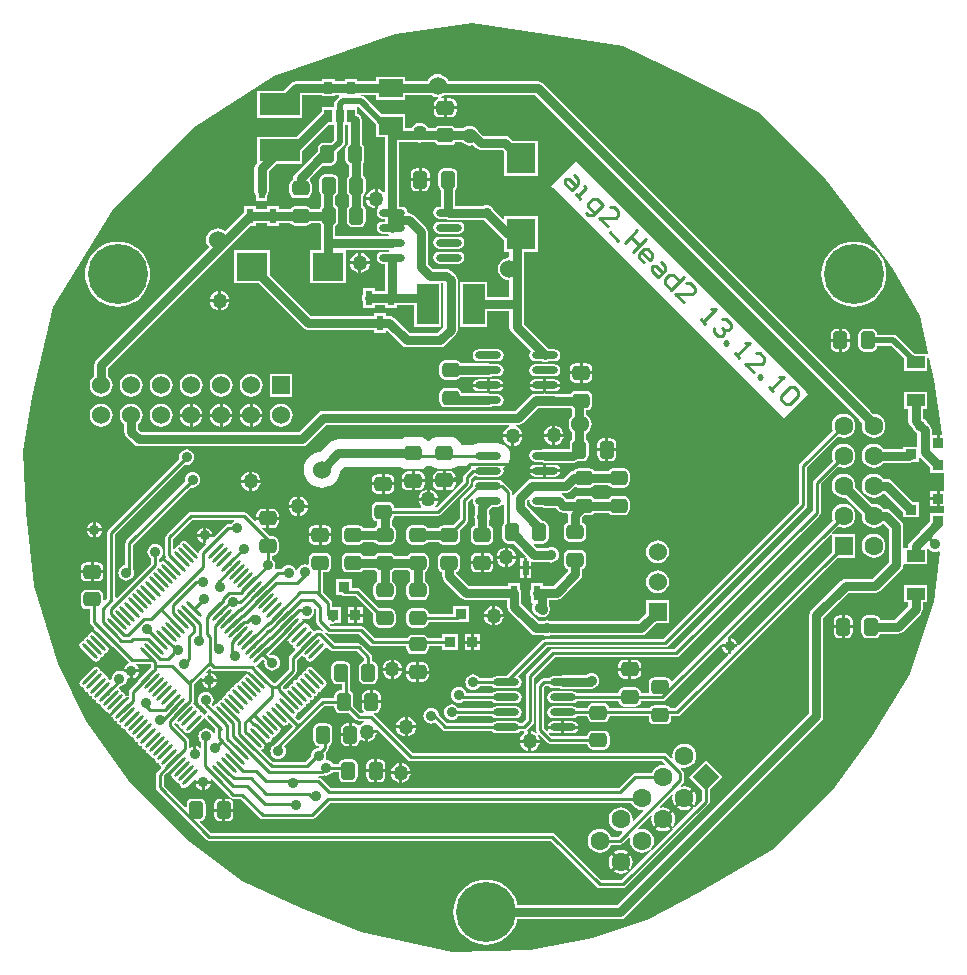
<source format=gtl>
%FSLAX25Y25*%
%MOIN*%
G70*
G01*
G75*
G04 Layer_Physical_Order=1*
G04 Layer_Color=255*
G04:AMPARAMS|DCode=10|XSize=11.81mil|YSize=70.87mil|CornerRadius=0mil|HoleSize=0mil|Usage=FLASHONLY|Rotation=225.000|XOffset=0mil|YOffset=0mil|HoleType=Round|Shape=Round|*
%AMOVALD10*
21,1,0.05906,0.01181,0.00000,0.00000,315.0*
1,1,0.01181,-0.02088,0.02088*
1,1,0.01181,0.02088,-0.02088*
%
%ADD10OVALD10*%

G04:AMPARAMS|DCode=11|XSize=11.81mil|YSize=70.87mil|CornerRadius=0mil|HoleSize=0mil|Usage=FLASHONLY|Rotation=135.000|XOffset=0mil|YOffset=0mil|HoleType=Round|Shape=Round|*
%AMOVALD11*
21,1,0.05906,0.01181,0.00000,0.00000,225.0*
1,1,0.01181,0.02088,0.02088*
1,1,0.01181,-0.02088,-0.02088*
%
%ADD11OVALD11*%

G04:AMPARAMS|DCode=12|XSize=47.24mil|YSize=59.06mil|CornerRadius=11.81mil|HoleSize=0mil|Usage=FLASHONLY|Rotation=270.000|XOffset=0mil|YOffset=0mil|HoleType=Round|Shape=RoundedRectangle|*
%AMROUNDEDRECTD12*
21,1,0.04724,0.03543,0,0,270.0*
21,1,0.02362,0.05906,0,0,270.0*
1,1,0.02362,-0.01772,-0.01181*
1,1,0.02362,-0.01772,0.01181*
1,1,0.02362,0.01772,0.01181*
1,1,0.02362,0.01772,-0.01181*
%
%ADD12ROUNDEDRECTD12*%
G04:AMPARAMS|DCode=13|XSize=47.24mil|YSize=59.06mil|CornerRadius=11.81mil|HoleSize=0mil|Usage=FLASHONLY|Rotation=180.000|XOffset=0mil|YOffset=0mil|HoleType=Round|Shape=RoundedRectangle|*
%AMROUNDEDRECTD13*
21,1,0.04724,0.03543,0,0,180.0*
21,1,0.02362,0.05906,0,0,180.0*
1,1,0.02362,-0.01181,0.01772*
1,1,0.02362,0.01181,0.01772*
1,1,0.02362,0.01181,-0.01772*
1,1,0.02362,-0.01181,-0.01772*
%
%ADD13ROUNDEDRECTD13*%
%ADD14O,0.08661X0.02362*%
%ADD15R,0.03740X0.03543*%
%ADD16R,0.03740X0.03543*%
%ADD17R,0.06299X0.03937*%
%ADD18R,0.03543X0.03740*%
%ADD19R,0.03543X0.03740*%
%ADD20R,0.02362X0.05118*%
%ADD21R,0.10236X0.09449*%
%ADD22R,0.09449X0.10236*%
%ADD23R,0.07480X0.13386*%
%ADD24R,0.07874X0.05906*%
%ADD25R,0.02559X0.04331*%
%ADD26R,0.13386X0.07480*%
%ADD27C,0.01000*%
%ADD28C,0.03000*%
%ADD29C,0.02000*%
%ADD30R,0.06000X0.06000*%
%ADD31C,0.06000*%
%ADD32C,0.06299*%
%ADD33R,0.06299X0.06299*%
%ADD34R,0.06000X0.06000*%
%ADD35C,0.20000*%
%ADD36P,0.08908X4X270.0*%
%ADD37C,0.03543*%
%ADD38C,0.05000*%
G36*
X1248000Y1280656D02*
X1274000Y1276656D01*
X1295000Y1266656D01*
X1319500Y1254156D01*
X1342000Y1231656D01*
X1358500Y1209656D01*
X1364000Y1202156D01*
X1373000Y1186656D01*
X1375596Y1174255D01*
X1375280Y1173867D01*
X1371327D01*
X1365396Y1179798D01*
X1364801Y1180196D01*
X1364684Y1180219D01*
X1364098Y1180335D01*
X1358795D01*
X1358653Y1181045D01*
X1358216Y1181700D01*
X1357560Y1182138D01*
X1356787Y1182292D01*
X1354425D01*
X1353652Y1182138D01*
X1352997Y1181700D01*
X1352559Y1181045D01*
X1352405Y1180272D01*
Y1176728D01*
X1352559Y1175955D01*
X1352997Y1175300D01*
X1353652Y1174862D01*
X1354425Y1174708D01*
X1356787D01*
X1357560Y1174862D01*
X1358216Y1175300D01*
X1358653Y1175955D01*
X1358795Y1176665D01*
X1363338D01*
X1367550Y1172453D01*
Y1168330D01*
X1375450D01*
Y1172525D01*
X1375947Y1172577D01*
X1377500Y1165156D01*
X1380176Y1147191D01*
X1379849Y1146812D01*
X1379626D01*
Y1144239D01*
X1378626D01*
Y1146812D01*
X1376845D01*
Y1148500D01*
X1376667Y1149397D01*
X1376158Y1150158D01*
X1375407Y1150910D01*
X1375246Y1151297D01*
X1374834Y1151834D01*
X1374297Y1152246D01*
X1373910Y1152407D01*
X1373845Y1152471D01*
Y1155731D01*
X1375450D01*
Y1161269D01*
X1367550D01*
Y1155731D01*
X1369155D01*
Y1151500D01*
X1369333Y1150603D01*
X1369842Y1149842D01*
X1370593Y1149090D01*
X1370754Y1148703D01*
X1371166Y1148166D01*
X1371703Y1147754D01*
X1372090Y1147593D01*
X1372155Y1147529D01*
Y1143072D01*
X1367204D01*
Y1142345D01*
X1360679D01*
X1360317Y1142817D01*
X1359492Y1143450D01*
X1358531Y1143848D01*
X1357500Y1143984D01*
X1356469Y1143848D01*
X1355508Y1143450D01*
X1354683Y1142817D01*
X1354050Y1141992D01*
X1353652Y1141031D01*
X1353516Y1140000D01*
X1353652Y1138969D01*
X1354050Y1138008D01*
X1354683Y1137183D01*
X1355508Y1136550D01*
X1356469Y1136152D01*
X1357500Y1136016D01*
X1358531Y1136152D01*
X1359492Y1136550D01*
X1360317Y1137183D01*
X1360679Y1137655D01*
X1369374D01*
X1370271Y1137833D01*
X1370413Y1137928D01*
X1372544D01*
Y1139372D01*
X1373006Y1139563D01*
X1376456Y1136113D01*
Y1134188D01*
X1381000D01*
Y1128312D01*
X1379626D01*
Y1125739D01*
Y1123168D01*
X1381000D01*
Y1120831D01*
X1376456D01*
Y1118272D01*
X1372842Y1114658D01*
X1369842Y1111658D01*
X1369333Y1110897D01*
X1369155Y1110000D01*
Y1109367D01*
X1367699D01*
X1367699Y1109367D01*
Y1109367D01*
X1367550Y1109367D01*
X1367345Y1109572D01*
Y1116700D01*
X1367167Y1117597D01*
X1366658Y1118358D01*
X1366658Y1118358D01*
X1363358Y1121658D01*
X1362597Y1122167D01*
X1361700Y1122345D01*
X1360679D01*
X1360317Y1122817D01*
X1359492Y1123450D01*
X1358531Y1123848D01*
X1357500Y1123984D01*
X1356910Y1123906D01*
X1351406Y1129410D01*
X1351484Y1130000D01*
X1351348Y1131031D01*
X1350950Y1131992D01*
X1350317Y1132817D01*
X1349492Y1133450D01*
X1348531Y1133848D01*
X1347500Y1133984D01*
X1346469Y1133848D01*
X1345508Y1133450D01*
X1344683Y1132817D01*
X1344050Y1131992D01*
X1343652Y1131031D01*
X1343516Y1130000D01*
X1343652Y1128969D01*
X1344050Y1128008D01*
X1344683Y1127183D01*
X1345508Y1126550D01*
X1346469Y1126152D01*
X1347500Y1126016D01*
X1348090Y1126094D01*
X1353594Y1120590D01*
X1353516Y1120000D01*
X1353652Y1118969D01*
X1354050Y1118008D01*
X1354683Y1117183D01*
X1355508Y1116550D01*
X1356469Y1116152D01*
X1357500Y1116016D01*
X1358531Y1116152D01*
X1359492Y1116550D01*
X1360317Y1117183D01*
X1360470Y1117382D01*
X1360969Y1117415D01*
X1362655Y1115729D01*
Y1104571D01*
X1357029Y1098945D01*
X1348200D01*
X1347303Y1098767D01*
X1346542Y1098258D01*
X1336742Y1088458D01*
X1336234Y1087697D01*
X1336055Y1086800D01*
Y1054171D01*
X1272130Y990247D01*
X1238788D01*
X1238547Y991249D01*
X1237896Y992820D01*
X1237008Y994269D01*
X1235904Y995562D01*
X1234612Y996666D01*
X1233162Y997554D01*
X1231592Y998205D01*
X1229939Y998602D01*
X1228244Y998735D01*
X1226549Y998602D01*
X1224896Y998205D01*
X1223326Y997554D01*
X1221876Y996666D01*
X1220583Y995562D01*
X1219479Y994269D01*
X1218591Y992820D01*
X1217941Y991249D01*
X1217544Y989596D01*
X1217410Y987902D01*
X1217544Y986207D01*
X1217941Y984554D01*
X1218591Y982983D01*
X1219479Y981534D01*
X1220583Y980241D01*
X1221876Y979137D01*
X1223326Y978249D01*
X1224896Y977598D01*
X1226549Y977202D01*
X1228244Y977068D01*
X1229939Y977202D01*
X1231592Y977598D01*
X1233162Y978249D01*
X1234612Y979137D01*
X1235904Y980241D01*
X1237008Y981534D01*
X1237896Y982983D01*
X1238547Y984554D01*
X1238788Y985557D01*
X1273102D01*
X1273999Y985735D01*
X1274760Y986243D01*
X1274760Y986243D01*
X1274760Y986243D01*
X1340058Y1051542D01*
X1340058Y1051542D01*
X1340058Y1051542D01*
X1340567Y1052303D01*
X1340745Y1053200D01*
Y1085829D01*
X1349171Y1094255D01*
X1358000D01*
X1358897Y1094433D01*
X1359658Y1094942D01*
X1366658Y1101942D01*
X1366658Y1101942D01*
X1367167Y1102703D01*
X1367345Y1103600D01*
Y1103625D01*
X1367550Y1103830D01*
X1367699Y1103830D01*
X1367699Y1103830D01*
Y1103830D01*
X1375450D01*
Y1108822D01*
X1375923Y1108982D01*
X1376166Y1108666D01*
X1376703Y1108254D01*
X1377329Y1107994D01*
X1378000Y1107906D01*
X1378671Y1107994D01*
X1379297Y1108254D01*
X1379340Y1108286D01*
X1379772Y1108036D01*
X1377500Y1091156D01*
X1369500Y1067156D01*
X1357000Y1046656D01*
X1343500Y1028156D01*
X1323500Y1008656D01*
X1299000Y994156D01*
X1282500Y985656D01*
X1264000Y979156D01*
X1243000Y975156D01*
X1217000Y974656D01*
X1186500Y981156D01*
X1166740Y989156D01*
X1147000Y998156D01*
X1129500Y1011156D01*
X1110000Y1030656D01*
X1095000Y1051656D01*
X1085500Y1070656D01*
X1077500Y1096656D01*
X1075000Y1121156D01*
X1074000Y1141500D01*
X1077000Y1159656D01*
X1084000Y1189656D01*
X1103500Y1221656D01*
X1130500Y1249156D01*
X1157528Y1266656D01*
X1198000Y1280656D01*
X1223606Y1284156D01*
X1248000Y1280656D01*
D02*
G37*
%LPC*%
G36*
X1238363Y1105600D02*
X1235600D01*
Y1102837D01*
X1235962Y1102885D01*
X1236764Y1103217D01*
X1237454Y1103746D01*
X1237983Y1104436D01*
X1238315Y1105239D01*
X1238363Y1105600D01*
D02*
G37*
G36*
X1241000Y1105993D02*
X1239519D01*
Y1103134D01*
X1241000D01*
Y1105993D01*
D02*
G37*
G36*
X1096500Y1104507D02*
X1095228D01*
X1094455Y1104353D01*
X1093800Y1103916D01*
X1093362Y1103260D01*
X1093208Y1102487D01*
Y1101806D01*
X1096500D01*
Y1104507D01*
D02*
G37*
G36*
X1098772D02*
X1097500D01*
Y1101806D01*
X1100792D01*
Y1102487D01*
X1100638Y1103260D01*
X1100200Y1103916D01*
X1099545Y1104353D01*
X1098772Y1104507D01*
D02*
G37*
G36*
X1234600Y1105600D02*
X1231837D01*
X1231885Y1105239D01*
X1232217Y1104436D01*
X1232746Y1103746D01*
X1233436Y1103217D01*
X1234239Y1102885D01*
X1234600Y1102837D01*
Y1105600D01*
D02*
G37*
G36*
X1285500Y1111833D02*
X1284508Y1111702D01*
X1283584Y1111319D01*
X1282790Y1110710D01*
X1282181Y1109916D01*
X1281798Y1108992D01*
X1281667Y1108000D01*
X1281798Y1107008D01*
X1282181Y1106084D01*
X1282790Y1105290D01*
X1283584Y1104681D01*
X1284508Y1104298D01*
X1285500Y1104167D01*
X1286492Y1104298D01*
X1287416Y1104681D01*
X1288210Y1105290D01*
X1288819Y1106084D01*
X1289202Y1107008D01*
X1289333Y1108000D01*
X1289202Y1108992D01*
X1288819Y1109916D01*
X1288210Y1110710D01*
X1287416Y1111319D01*
X1286492Y1111702D01*
X1285500Y1111833D01*
D02*
G37*
G36*
X1234600Y1109363D02*
X1234239Y1109315D01*
X1233436Y1108983D01*
X1232746Y1108454D01*
X1232217Y1107764D01*
X1231885Y1106962D01*
X1231837Y1106600D01*
X1234600D01*
Y1109363D01*
D02*
G37*
G36*
X1235600D02*
Y1106600D01*
X1238363D01*
X1238315Y1106962D01*
X1237983Y1107764D01*
X1237454Y1108454D01*
X1236764Y1108983D01*
X1235962Y1109315D01*
X1235600Y1109363D01*
D02*
G37*
G36*
X1357500Y1113984D02*
X1356469Y1113848D01*
X1355508Y1113450D01*
X1354683Y1112817D01*
X1354050Y1111992D01*
X1353652Y1111031D01*
X1353516Y1110000D01*
X1353652Y1108969D01*
X1354050Y1108008D01*
X1354683Y1107183D01*
X1355508Y1106550D01*
X1356469Y1106152D01*
X1357500Y1106016D01*
X1358531Y1106152D01*
X1359492Y1106550D01*
X1360317Y1107183D01*
X1360950Y1108008D01*
X1361348Y1108969D01*
X1361484Y1110000D01*
X1361348Y1111031D01*
X1360950Y1111992D01*
X1360317Y1112817D01*
X1359492Y1113450D01*
X1358531Y1113848D01*
X1357500Y1113984D01*
D02*
G37*
G36*
X1226500Y1107595D02*
X1225228D01*
X1224455Y1107441D01*
X1223800Y1107003D01*
X1223362Y1106348D01*
X1223208Y1105575D01*
Y1104894D01*
X1226500D01*
Y1107595D01*
D02*
G37*
G36*
X1228772D02*
X1227500D01*
Y1104894D01*
X1230792D01*
Y1105575D01*
X1230638Y1106348D01*
X1230200Y1107003D01*
X1229545Y1107441D01*
X1228772Y1107595D01*
D02*
G37*
G36*
X1230792Y1103894D02*
X1227500D01*
Y1101193D01*
X1228772D01*
X1229545Y1101347D01*
X1230200Y1101784D01*
X1230638Y1102440D01*
X1230792Y1103213D01*
Y1103894D01*
D02*
G37*
G36*
X1184240Y1089544D02*
X1182168D01*
Y1087374D01*
X1184240D01*
Y1089544D01*
D02*
G37*
G36*
X1187312D02*
X1185240D01*
Y1087374D01*
X1187312D01*
Y1089544D01*
D02*
G37*
G36*
X1285500Y1101833D02*
X1284508Y1101702D01*
X1283584Y1101319D01*
X1282790Y1100710D01*
X1282181Y1099916D01*
X1281798Y1098992D01*
X1281667Y1098000D01*
X1281798Y1097008D01*
X1282181Y1096084D01*
X1282790Y1095290D01*
X1283584Y1094681D01*
X1284508Y1094298D01*
X1285500Y1094167D01*
X1286492Y1094298D01*
X1287416Y1094681D01*
X1288210Y1095290D01*
X1288819Y1096084D01*
X1289202Y1097008D01*
X1289333Y1098000D01*
X1289202Y1098992D01*
X1288819Y1099916D01*
X1288210Y1100710D01*
X1287416Y1101319D01*
X1286492Y1101702D01*
X1285500Y1101833D01*
D02*
G37*
G36*
X1230400Y1089963D02*
X1230039Y1089915D01*
X1229236Y1089583D01*
X1228546Y1089054D01*
X1228017Y1088364D01*
X1227685Y1087562D01*
X1227637Y1087200D01*
X1230400D01*
Y1089963D01*
D02*
G37*
G36*
X1231400D02*
Y1087200D01*
X1234163D01*
X1234115Y1087562D01*
X1233783Y1088364D01*
X1233254Y1089054D01*
X1232564Y1089583D01*
X1231761Y1089915D01*
X1231400Y1089963D01*
D02*
G37*
G36*
X1222572Y1089796D02*
X1217428D01*
Y1087219D01*
X1209263D01*
X1209138Y1087848D01*
X1208700Y1088503D01*
X1208044Y1088941D01*
X1207271Y1089095D01*
X1203728D01*
X1202955Y1088941D01*
X1202300Y1088503D01*
X1201862Y1087848D01*
X1201708Y1087075D01*
Y1084713D01*
X1201862Y1083939D01*
X1202300Y1083284D01*
X1202955Y1082846D01*
X1203728Y1082693D01*
X1207271D01*
X1208044Y1082846D01*
X1208700Y1083284D01*
X1209138Y1083939D01*
X1209263Y1084568D01*
X1217428D01*
Y1084456D01*
X1222572D01*
Y1089796D01*
D02*
G37*
G36*
X1241000Y1102134D02*
X1239519D01*
Y1099275D01*
X1241000D01*
Y1102134D01*
D02*
G37*
G36*
X1243481D02*
X1242000D01*
Y1099275D01*
X1243481D01*
Y1102134D01*
D02*
G37*
G36*
X1226500Y1103894D02*
X1223208D01*
Y1103213D01*
X1223362Y1102440D01*
X1223800Y1101784D01*
X1224455Y1101347D01*
X1225228Y1101193D01*
X1226500D01*
Y1103894D01*
D02*
G37*
G36*
X1259772Y1108595D02*
X1256228D01*
X1255455Y1108441D01*
X1254800Y1108003D01*
X1254362Y1107348D01*
X1254208Y1106575D01*
Y1104213D01*
X1254362Y1103440D01*
X1254800Y1102784D01*
X1255455Y1102347D01*
X1255655Y1102307D01*
Y1101471D01*
X1250895Y1096711D01*
X1247221D01*
Y1097725D01*
X1243259D01*
Y1095541D01*
X1243074Y1095263D01*
X1242895Y1094366D01*
X1243074Y1093469D01*
X1243259Y1093191D01*
Y1091007D01*
X1243674D01*
X1243951Y1090591D01*
X1243694Y1089971D01*
X1243606Y1089300D01*
X1243694Y1088629D01*
X1243954Y1088003D01*
X1244366Y1087466D01*
X1244903Y1087054D01*
X1245314Y1086884D01*
X1245342Y1086842D01*
X1246103Y1086333D01*
X1247000Y1086155D01*
X1247200D01*
X1248097Y1086333D01*
X1248858Y1086842D01*
X1249366Y1087603D01*
X1249545Y1088500D01*
Y1089300D01*
X1249366Y1090197D01*
X1249348Y1090226D01*
X1249345Y1090230D01*
Y1092021D01*
X1251866D01*
X1252763Y1092200D01*
X1253524Y1092708D01*
X1259658Y1098842D01*
X1259658Y1098842D01*
X1259998Y1099350D01*
X1260167Y1099603D01*
X1260345Y1100500D01*
X1260345Y1100500D01*
Y1102307D01*
X1260545Y1102347D01*
X1261200Y1102784D01*
X1261638Y1103440D01*
X1261792Y1104213D01*
Y1106575D01*
X1261638Y1107348D01*
X1261200Y1108003D01*
X1260545Y1108441D01*
X1259772Y1108595D01*
D02*
G37*
G36*
X1096500Y1100806D02*
X1093208D01*
Y1100125D01*
X1093362Y1099352D01*
X1093800Y1098697D01*
X1094455Y1098259D01*
X1095228Y1098105D01*
X1096500D01*
Y1100806D01*
D02*
G37*
G36*
X1100792D02*
X1097500D01*
Y1098105D01*
X1098772D01*
X1099545Y1098259D01*
X1100200Y1098697D01*
X1100638Y1099352D01*
X1100792Y1100125D01*
Y1100806D01*
D02*
G37*
G36*
X1378626Y1125240D02*
X1376456D01*
Y1123168D01*
X1378626D01*
Y1125240D01*
D02*
G37*
G36*
X1165300Y1126463D02*
X1164939Y1126415D01*
X1164136Y1126083D01*
X1163446Y1125554D01*
X1162917Y1124864D01*
X1162585Y1124061D01*
X1162537Y1123700D01*
X1165300D01*
Y1126463D01*
D02*
G37*
G36*
X1166300D02*
Y1123700D01*
X1169063D01*
X1169015Y1124061D01*
X1168683Y1124864D01*
X1168154Y1125554D01*
X1167464Y1126083D01*
X1166661Y1126415D01*
X1166300Y1126463D01*
D02*
G37*
G36*
X1157272Y1122307D02*
X1156000D01*
Y1119606D01*
X1159292D01*
Y1120287D01*
X1159138Y1121060D01*
X1158700Y1121716D01*
X1158045Y1122153D01*
X1157272Y1122307D01*
D02*
G37*
G36*
X1165300Y1122700D02*
X1162537D01*
X1162585Y1122338D01*
X1162917Y1121536D01*
X1163446Y1120846D01*
X1164136Y1120317D01*
X1164939Y1119985D01*
X1165300Y1119937D01*
Y1122700D01*
D02*
G37*
G36*
X1169063D02*
X1166300D01*
Y1119937D01*
X1166661Y1119985D01*
X1167464Y1120317D01*
X1168154Y1120846D01*
X1168683Y1121536D01*
X1169015Y1122338D01*
X1169063Y1122700D01*
D02*
G37*
G36*
X1193500Y1130106D02*
X1190208D01*
Y1129425D01*
X1190362Y1128652D01*
X1190800Y1127997D01*
X1191455Y1127559D01*
X1192228Y1127405D01*
X1193500D01*
Y1130106D01*
D02*
G37*
G36*
X1197792D02*
X1194500D01*
Y1127405D01*
X1195772D01*
X1196545Y1127559D01*
X1197200Y1127997D01*
X1197638Y1128652D01*
X1197792Y1129425D01*
Y1130106D01*
D02*
G37*
G36*
X1149400Y1131000D02*
X1146637D01*
X1146685Y1130639D01*
X1147017Y1129836D01*
X1147546Y1129146D01*
X1148236Y1128617D01*
X1149039Y1128285D01*
X1149400Y1128237D01*
Y1131000D01*
D02*
G37*
G36*
X1208600Y1128763D02*
X1208239Y1128715D01*
X1207436Y1128383D01*
X1206746Y1127854D01*
X1206217Y1127164D01*
X1205885Y1126361D01*
X1205837Y1126000D01*
X1208600D01*
Y1128763D01*
D02*
G37*
G36*
X1209600D02*
Y1126000D01*
X1212363D01*
X1212315Y1126361D01*
X1211983Y1127164D01*
X1211454Y1127854D01*
X1210764Y1128383D01*
X1209962Y1128715D01*
X1209600Y1128763D01*
D02*
G37*
G36*
X1378626Y1128312D02*
X1376456D01*
Y1126240D01*
X1378626D01*
Y1128312D01*
D02*
G37*
G36*
X1155000Y1122307D02*
X1153728D01*
X1152955Y1122153D01*
X1152300Y1121716D01*
X1151862Y1121060D01*
X1151708Y1120287D01*
Y1119606D01*
X1155000D01*
Y1122307D01*
D02*
G37*
G36*
X1097300Y1114800D02*
X1095272D01*
X1095294Y1114629D01*
X1095554Y1114003D01*
X1095966Y1113466D01*
X1096503Y1113054D01*
X1097129Y1112794D01*
X1097300Y1112772D01*
Y1114800D01*
D02*
G37*
G36*
X1100328D02*
X1098300D01*
Y1112772D01*
X1098471Y1112794D01*
X1099097Y1113054D01*
X1099634Y1113466D01*
X1100046Y1114003D01*
X1100305Y1114629D01*
X1100328Y1114800D01*
D02*
G37*
G36*
X1172500Y1116807D02*
X1171228D01*
X1170455Y1116654D01*
X1169800Y1116216D01*
X1169362Y1115561D01*
X1169208Y1114787D01*
Y1114106D01*
X1172500D01*
Y1116807D01*
D02*
G37*
G36*
X1207272Y1107595D02*
X1203728D01*
X1202955Y1107441D01*
X1202300Y1107003D01*
X1202123Y1106739D01*
X1197877D01*
X1197700Y1107003D01*
X1197045Y1107441D01*
X1196272Y1107595D01*
X1192728D01*
X1191955Y1107441D01*
X1191300Y1107003D01*
X1191123Y1106739D01*
X1187377D01*
X1187200Y1107003D01*
X1186545Y1107441D01*
X1185772Y1107595D01*
X1182228D01*
X1181455Y1107441D01*
X1180800Y1107003D01*
X1180362Y1106348D01*
X1180208Y1105575D01*
Y1103213D01*
X1180362Y1102440D01*
X1180800Y1101784D01*
X1181455Y1101347D01*
X1182228Y1101193D01*
X1185772D01*
X1186545Y1101347D01*
X1187200Y1101784D01*
X1187377Y1102049D01*
X1191123D01*
X1191300Y1101784D01*
X1191955Y1101347D01*
X1192155Y1101307D01*
Y1098193D01*
X1191956Y1098154D01*
X1191300Y1097716D01*
X1190862Y1097060D01*
X1190709Y1096288D01*
Y1093925D01*
X1190862Y1093152D01*
X1191300Y1092497D01*
X1191956Y1092059D01*
X1192729Y1091905D01*
X1196272D01*
X1197045Y1092059D01*
X1197700Y1092497D01*
X1198138Y1093152D01*
X1198292Y1093925D01*
Y1096288D01*
X1198138Y1097060D01*
X1197700Y1097716D01*
X1197045Y1098154D01*
X1196845Y1098193D01*
Y1101307D01*
X1197045Y1101347D01*
X1197700Y1101784D01*
X1197877Y1102049D01*
X1202123D01*
X1202300Y1101784D01*
X1202955Y1101347D01*
X1203155Y1101307D01*
Y1098193D01*
X1202955Y1098153D01*
X1202300Y1097716D01*
X1201862Y1097060D01*
X1201708Y1096287D01*
Y1093925D01*
X1201862Y1093152D01*
X1202300Y1092497D01*
X1202955Y1092059D01*
X1203728Y1091905D01*
X1207271D01*
X1208044Y1092059D01*
X1208700Y1092497D01*
X1209138Y1093152D01*
X1209291Y1093925D01*
Y1096287D01*
X1209138Y1097060D01*
X1208700Y1097716D01*
X1208044Y1098153D01*
X1207845Y1098193D01*
Y1101307D01*
X1208045Y1101347D01*
X1208700Y1101784D01*
X1209138Y1102440D01*
X1209292Y1103213D01*
Y1105575D01*
X1209138Y1106348D01*
X1208700Y1107003D01*
X1208045Y1107441D01*
X1207272Y1107595D01*
D02*
G37*
G36*
X1172500Y1113106D02*
X1169208D01*
Y1112425D01*
X1169362Y1111652D01*
X1169800Y1110997D01*
X1170455Y1110559D01*
X1171228Y1110405D01*
X1172500D01*
Y1113106D01*
D02*
G37*
G36*
X1176792D02*
X1173500D01*
Y1110405D01*
X1174772D01*
X1175545Y1110559D01*
X1176200Y1110997D01*
X1176638Y1111652D01*
X1176792Y1112425D01*
Y1113106D01*
D02*
G37*
G36*
X1159292Y1118606D02*
X1156000D01*
Y1115905D01*
X1157272D01*
X1158045Y1116059D01*
X1158700Y1116497D01*
X1159138Y1117152D01*
X1159292Y1117925D01*
Y1118606D01*
D02*
G37*
G36*
X1347500Y1123984D02*
X1346469Y1123848D01*
X1345508Y1123450D01*
X1344683Y1122817D01*
X1344050Y1121992D01*
X1343652Y1121031D01*
X1343516Y1120000D01*
X1343652Y1118969D01*
X1343928Y1118303D01*
X1290431Y1064805D01*
X1289933Y1064854D01*
X1289507Y1065491D01*
X1288852Y1065929D01*
X1288079Y1066083D01*
X1284536D01*
X1283763Y1065929D01*
X1283107Y1065491D01*
X1282669Y1064836D01*
X1282516Y1064063D01*
Y1061701D01*
X1282613Y1061212D01*
X1282296Y1060826D01*
X1279982D01*
X1279838Y1061548D01*
X1279400Y1062203D01*
X1278745Y1062641D01*
X1277972Y1062795D01*
X1274428D01*
X1273655Y1062641D01*
X1273000Y1062203D01*
X1272562Y1061548D01*
X1272418Y1060826D01*
X1258595D01*
X1258527Y1060928D01*
X1257871Y1061366D01*
X1257098Y1061520D01*
X1250799D01*
X1250026Y1061366D01*
X1249371Y1060928D01*
X1248933Y1060273D01*
X1248779Y1059500D01*
X1248933Y1058727D01*
X1249371Y1058072D01*
X1250026Y1057634D01*
X1250799Y1057480D01*
X1257098D01*
X1257871Y1057634D01*
X1258527Y1058072D01*
X1258595Y1058175D01*
X1272456D01*
X1272562Y1057640D01*
X1273000Y1056984D01*
X1273655Y1056546D01*
X1274428Y1056393D01*
X1277972D01*
X1278745Y1056546D01*
X1279400Y1056984D01*
X1279838Y1057640D01*
X1279944Y1058175D01*
X1287000D01*
X1287507Y1058275D01*
X1287937Y1058563D01*
X1287937Y1058563D01*
X1287937Y1058563D01*
X1306497Y1077123D01*
X1306946Y1076902D01*
X1306972Y1077100D01*
X1309000D01*
Y1079128D01*
X1309198Y1079154D01*
X1308977Y1079603D01*
X1343089Y1113714D01*
X1343550Y1113523D01*
Y1107925D01*
X1312509Y1076883D01*
X1312036Y1077044D01*
X1312094Y1076600D01*
X1312074Y1076449D01*
X1311725Y1076100D01*
X1310000D01*
Y1074375D01*
X1309651Y1074026D01*
X1309500Y1074006D01*
X1309056Y1074064D01*
X1309217Y1073591D01*
X1291451Y1055826D01*
X1289810D01*
X1289507Y1056279D01*
X1288852Y1056716D01*
X1288079Y1056870D01*
X1284536D01*
X1283763Y1056716D01*
X1283107Y1056279D01*
X1282805Y1055826D01*
X1269544D01*
X1269438Y1056360D01*
X1269000Y1057016D01*
X1268345Y1057454D01*
X1267572Y1057607D01*
X1264028D01*
X1263255Y1057454D01*
X1262600Y1057016D01*
X1262162Y1056360D01*
X1262056Y1055826D01*
X1258595D01*
X1258527Y1055928D01*
X1257871Y1056366D01*
X1257098Y1056520D01*
X1250799D01*
X1250026Y1056366D01*
X1249371Y1055928D01*
X1248933Y1055273D01*
X1248779Y1054500D01*
X1248933Y1053727D01*
X1249371Y1053072D01*
X1250026Y1052634D01*
X1250799Y1052480D01*
X1257098D01*
X1257871Y1052634D01*
X1258527Y1053072D01*
X1258595Y1053174D01*
X1262018D01*
X1262162Y1052452D01*
X1262600Y1051797D01*
X1263255Y1051359D01*
X1264028Y1051205D01*
X1267572D01*
X1268345Y1051359D01*
X1269000Y1051797D01*
X1269438Y1052452D01*
X1269582Y1053174D01*
X1282516D01*
Y1052488D01*
X1282669Y1051715D01*
X1283107Y1051060D01*
X1283763Y1050622D01*
X1284536Y1050468D01*
X1288079D01*
X1288852Y1050622D01*
X1289507Y1051060D01*
X1289945Y1051715D01*
X1290099Y1052488D01*
Y1053174D01*
X1292000D01*
X1292507Y1053275D01*
X1292937Y1053563D01*
X1292937Y1053563D01*
X1292937Y1053563D01*
X1345425Y1106050D01*
X1351450D01*
Y1113950D01*
X1343977D01*
X1343786Y1114412D01*
X1345803Y1116428D01*
X1346469Y1116152D01*
X1347500Y1116016D01*
X1348531Y1116152D01*
X1349492Y1116550D01*
X1350317Y1117183D01*
X1350950Y1118008D01*
X1351348Y1118969D01*
X1351484Y1120000D01*
X1351348Y1121031D01*
X1350950Y1121992D01*
X1350317Y1122817D01*
X1349492Y1123450D01*
X1348531Y1123848D01*
X1347500Y1123984D01*
D02*
G37*
G36*
X1357500Y1133984D02*
X1356469Y1133848D01*
X1355508Y1133450D01*
X1354683Y1132817D01*
X1354050Y1131992D01*
X1353652Y1131031D01*
X1353516Y1130000D01*
X1353652Y1128969D01*
X1354050Y1128008D01*
X1354683Y1127183D01*
X1355508Y1126550D01*
X1356469Y1126152D01*
X1357500Y1126016D01*
X1358531Y1126152D01*
X1359492Y1126550D01*
X1360317Y1127183D01*
X1360545Y1127481D01*
X1361044Y1127513D01*
X1367204Y1121354D01*
Y1119428D01*
X1372544D01*
Y1124572D01*
X1370619D01*
X1363532Y1131658D01*
X1362771Y1132166D01*
X1361874Y1132345D01*
X1360679D01*
X1360317Y1132817D01*
X1359492Y1133450D01*
X1358531Y1133848D01*
X1357500Y1133984D01*
D02*
G37*
G36*
X1174772Y1116807D02*
X1173500D01*
Y1114106D01*
X1176792D01*
Y1114787D01*
X1176638Y1115561D01*
X1176200Y1116216D01*
X1175545Y1116654D01*
X1174772Y1116807D01*
D02*
G37*
G36*
X1097300Y1117828D02*
X1097129Y1117805D01*
X1096503Y1117546D01*
X1095966Y1117134D01*
X1095554Y1116597D01*
X1095294Y1115971D01*
X1095272Y1115800D01*
X1097300D01*
Y1117828D01*
D02*
G37*
G36*
X1098300D02*
Y1115800D01*
X1100328D01*
X1100305Y1115971D01*
X1100046Y1116597D01*
X1099634Y1117134D01*
X1099097Y1117546D01*
X1098471Y1117805D01*
X1098300Y1117828D01*
D02*
G37*
G36*
X1375450Y1096768D02*
X1367550D01*
Y1091232D01*
X1369155D01*
Y1089971D01*
X1364529Y1085345D01*
X1359693D01*
X1359653Y1085545D01*
X1359216Y1086200D01*
X1358560Y1086638D01*
X1357787Y1086792D01*
X1355425D01*
X1354652Y1086638D01*
X1353997Y1086200D01*
X1353559Y1085545D01*
X1353405Y1084772D01*
Y1081228D01*
X1353559Y1080455D01*
X1353997Y1079800D01*
X1354652Y1079362D01*
X1355425Y1079208D01*
X1357787D01*
X1358560Y1079362D01*
X1359216Y1079800D01*
X1359653Y1080455D01*
X1359693Y1080655D01*
X1365500D01*
X1366397Y1080834D01*
X1367158Y1081342D01*
X1373158Y1087342D01*
X1373666Y1088103D01*
X1373845Y1089000D01*
Y1091232D01*
X1375450D01*
Y1096768D01*
D02*
G37*
G36*
X1189606Y1061792D02*
X1188925D01*
X1188152Y1061638D01*
X1187497Y1061200D01*
X1187059Y1060545D01*
X1186905Y1059772D01*
Y1058500D01*
X1189606D01*
Y1061792D01*
D02*
G37*
G36*
X1191287D02*
X1190606D01*
Y1058500D01*
X1193307D01*
Y1059772D01*
X1193153Y1060545D01*
X1192716Y1061200D01*
X1192060Y1061638D01*
X1191287Y1061792D01*
D02*
G37*
G36*
X1263500Y1067594D02*
X1262829Y1067505D01*
X1262203Y1067246D01*
X1261680Y1066845D01*
X1253949D01*
X1253051Y1066667D01*
X1252832Y1066520D01*
X1250799D01*
X1250026Y1066366D01*
X1249371Y1065928D01*
X1249302Y1065825D01*
X1247500D01*
X1246993Y1065725D01*
X1246563Y1065437D01*
X1245363Y1064237D01*
X1245075Y1063807D01*
X1244975Y1063300D01*
Y1048700D01*
X1245075Y1048193D01*
X1245323Y1047822D01*
X1244958Y1047480D01*
X1244564Y1047783D01*
X1243762Y1048115D01*
X1243400Y1048163D01*
Y1045400D01*
X1246163D01*
X1246115Y1045761D01*
X1245783Y1046564D01*
X1245541Y1046879D01*
X1245917Y1047208D01*
X1248669Y1044456D01*
X1248669Y1044456D01*
X1248669D01*
X1248669Y1044456D01*
X1248669D01*
X1248669Y1044456D01*
Y1044456D01*
Y1044456D01*
D01*
D01*
X1248669D01*
Y1044456D01*
X1249099Y1044169D01*
X1249606Y1044068D01*
X1262008D01*
Y1044013D01*
X1262162Y1043240D01*
X1262600Y1042584D01*
X1263255Y1042146D01*
X1264028Y1041993D01*
X1267572D01*
X1268345Y1042146D01*
X1269000Y1042584D01*
X1269438Y1043240D01*
X1269592Y1044013D01*
Y1046375D01*
X1269438Y1047148D01*
X1269000Y1047803D01*
X1268345Y1048241D01*
X1267572Y1048395D01*
X1264028D01*
X1263255Y1048241D01*
X1262600Y1047803D01*
X1262162Y1047148D01*
X1262077Y1046719D01*
X1250155D01*
X1249462Y1047412D01*
X1249780Y1047799D01*
X1250026Y1047634D01*
X1250799Y1047480D01*
X1253449D01*
Y1049000D01*
X1248879D01*
X1248933Y1048727D01*
X1249098Y1048480D01*
X1248711Y1048163D01*
X1247626Y1049249D01*
Y1062751D01*
X1248049Y1063175D01*
X1249302D01*
X1249371Y1063072D01*
X1250026Y1062634D01*
X1250799Y1062480D01*
X1252832D01*
X1253051Y1062333D01*
X1253949Y1062155D01*
X1263000D01*
X1263897Y1062333D01*
X1264130Y1062489D01*
X1264171Y1062494D01*
X1264797Y1062754D01*
X1265334Y1063166D01*
X1265746Y1063703D01*
X1266006Y1064329D01*
X1266094Y1065000D01*
X1266006Y1065671D01*
X1265746Y1066297D01*
X1265334Y1066834D01*
X1264797Y1067246D01*
X1264171Y1067505D01*
X1263500Y1067594D01*
D02*
G37*
G36*
X1202200Y1052963D02*
Y1050200D01*
X1204963D01*
X1204915Y1050562D01*
X1204583Y1051364D01*
X1204054Y1052054D01*
X1203364Y1052583D01*
X1202561Y1052915D01*
X1202200Y1052963D01*
D02*
G37*
G36*
X1216900Y1057094D02*
X1216229Y1057006D01*
X1215603Y1056746D01*
X1215066Y1056334D01*
X1214654Y1055797D01*
X1214394Y1055171D01*
X1214306Y1054500D01*
X1214394Y1053829D01*
X1214654Y1053203D01*
X1215066Y1052666D01*
X1215603Y1052254D01*
X1216229Y1051995D01*
X1216900Y1051906D01*
X1217571Y1051995D01*
X1218197Y1052254D01*
X1218734Y1052666D01*
X1219124Y1053174D01*
X1230405D01*
X1230473Y1053072D01*
X1231129Y1052634D01*
X1231902Y1052480D01*
X1238201D01*
X1238974Y1052634D01*
X1239629Y1053072D01*
X1240067Y1053727D01*
X1240221Y1054500D01*
X1240067Y1055273D01*
X1239629Y1055928D01*
X1238974Y1056366D01*
X1238201Y1056520D01*
X1231902D01*
X1231129Y1056366D01*
X1230473Y1055928D01*
X1230405Y1055826D01*
X1219124D01*
X1218734Y1056334D01*
X1218197Y1056746D01*
X1217571Y1057006D01*
X1216900Y1057094D01*
D02*
G37*
G36*
X1219250Y1062844D02*
X1218579Y1062755D01*
X1217953Y1062496D01*
X1217416Y1062084D01*
X1217004Y1061547D01*
X1216745Y1060921D01*
X1216656Y1060250D01*
X1216745Y1059579D01*
X1217004Y1058953D01*
X1217416Y1058416D01*
X1217953Y1058004D01*
X1218579Y1057745D01*
X1219250Y1057656D01*
X1219921Y1057745D01*
X1220547Y1058004D01*
X1220770Y1058175D01*
X1230405D01*
X1230473Y1058072D01*
X1231129Y1057634D01*
X1231902Y1057480D01*
X1238201D01*
X1238974Y1057634D01*
X1239629Y1058072D01*
X1240067Y1058727D01*
X1240221Y1059500D01*
X1240067Y1060273D01*
X1239629Y1060928D01*
X1238974Y1061366D01*
X1238201Y1061520D01*
X1231902D01*
X1231129Y1061366D01*
X1230473Y1060928D01*
X1230405Y1060826D01*
X1221768D01*
X1221756Y1060921D01*
X1221496Y1061547D01*
X1221084Y1062084D01*
X1220547Y1062496D01*
X1219921Y1062755D01*
X1219250Y1062844D01*
D02*
G37*
G36*
X1200363Y1068300D02*
X1197600D01*
Y1065537D01*
X1197962Y1065585D01*
X1198764Y1065917D01*
X1199454Y1066446D01*
X1199983Y1067136D01*
X1200315Y1067939D01*
X1200363Y1068300D01*
D02*
G37*
G36*
X1275700Y1068306D02*
X1272408D01*
Y1067625D01*
X1272562Y1066852D01*
X1273000Y1066197D01*
X1273655Y1065759D01*
X1274428Y1065605D01*
X1275700D01*
Y1068306D01*
D02*
G37*
G36*
X1279992D02*
X1276700D01*
Y1065605D01*
X1277972D01*
X1278745Y1065759D01*
X1279400Y1066197D01*
X1279838Y1066852D01*
X1279992Y1067625D01*
Y1068306D01*
D02*
G37*
G36*
X1205000Y1067394D02*
X1201708D01*
Y1066712D01*
X1201862Y1065940D01*
X1202300Y1065284D01*
X1202955Y1064846D01*
X1203728Y1064693D01*
X1205000D01*
Y1067394D01*
D02*
G37*
G36*
X1209292D02*
X1206000D01*
Y1064693D01*
X1207272D01*
X1208045Y1064846D01*
X1208700Y1065284D01*
X1209138Y1065940D01*
X1209292Y1066712D01*
Y1067394D01*
D02*
G37*
G36*
X1196600Y1068300D02*
X1193837D01*
X1193885Y1067939D01*
X1194217Y1067136D01*
X1194746Y1066446D01*
X1195436Y1065917D01*
X1196239Y1065585D01*
X1196600Y1065537D01*
Y1068300D01*
D02*
G37*
G36*
X1297595Y1028288D02*
X1295178Y1025871D01*
X1297595Y1023454D01*
X1297921Y1023879D01*
X1298319Y1024840D01*
X1298455Y1025871D01*
X1298319Y1026902D01*
X1297921Y1027863D01*
X1297595Y1028288D01*
D02*
G37*
G36*
X1242400Y1044400D02*
X1239637D01*
X1239685Y1044038D01*
X1240017Y1043236D01*
X1240546Y1042546D01*
X1241236Y1042017D01*
X1242039Y1041685D01*
X1242400Y1041637D01*
Y1044400D01*
D02*
G37*
G36*
X1246163D02*
X1243400D01*
Y1041637D01*
X1243762Y1041685D01*
X1244564Y1042017D01*
X1245254Y1042546D01*
X1245783Y1043236D01*
X1246115Y1044038D01*
X1246163Y1044400D01*
D02*
G37*
G36*
X1287400Y1018093D02*
X1284983Y1015676D01*
X1285408Y1015350D01*
X1286369Y1014952D01*
X1287400Y1014816D01*
X1288431Y1014952D01*
X1289392Y1015350D01*
X1289817Y1015676D01*
X1287400Y1018093D01*
D02*
G37*
G36*
X1290524Y1021217D02*
X1288107Y1018800D01*
X1290524Y1016383D01*
X1290850Y1016808D01*
X1291248Y1017769D01*
X1291384Y1018800D01*
X1291248Y1019831D01*
X1290850Y1020792D01*
X1290524Y1021217D01*
D02*
G37*
G36*
X1294471Y1025164D02*
X1292054Y1022747D01*
X1292479Y1022421D01*
X1293440Y1022023D01*
X1294471Y1021887D01*
X1295502Y1022023D01*
X1296463Y1022421D01*
X1296888Y1022747D01*
X1294471Y1025164D01*
D02*
G37*
G36*
X1253449Y1051520D02*
X1250799D01*
X1250026Y1051366D01*
X1249371Y1050928D01*
X1248933Y1050273D01*
X1248879Y1050000D01*
X1253449D01*
Y1051520D01*
D02*
G37*
G36*
X1257098D02*
X1254449D01*
Y1050000D01*
X1259019D01*
X1258965Y1050273D01*
X1258527Y1050928D01*
X1257871Y1051366D01*
X1257098Y1051520D01*
D02*
G37*
G36*
X1201200Y1052963D02*
X1200838Y1052915D01*
X1200036Y1052583D01*
X1199346Y1052054D01*
X1198817Y1051364D01*
X1198485Y1050562D01*
X1198437Y1050200D01*
X1201200D01*
Y1052963D01*
D02*
G37*
G36*
Y1049200D02*
X1198437D01*
X1198485Y1048839D01*
X1198817Y1048036D01*
X1199346Y1047346D01*
X1200036Y1046817D01*
X1200838Y1046485D01*
X1201200Y1046437D01*
Y1049200D01*
D02*
G37*
G36*
X1204963D02*
X1202200D01*
Y1046437D01*
X1202561Y1046485D01*
X1203364Y1046817D01*
X1204054Y1047346D01*
X1204583Y1048036D01*
X1204915Y1048839D01*
X1204963Y1049200D01*
D02*
G37*
G36*
X1259019Y1049000D02*
X1254449D01*
Y1047480D01*
X1257098D01*
X1257871Y1047634D01*
X1258527Y1048072D01*
X1258965Y1048727D01*
X1259019Y1049000D01*
D02*
G37*
G36*
X1098366Y1069691D02*
X1097824Y1069583D01*
X1097364Y1069275D01*
X1093188Y1065100D01*
X1092881Y1064640D01*
X1092773Y1064097D01*
X1092881Y1063554D01*
X1093188Y1063095D01*
X1093648Y1062787D01*
X1094169Y1062684D01*
X1094273Y1062163D01*
X1094580Y1061703D01*
X1095040Y1061395D01*
X1095561Y1061292D01*
X1095665Y1060771D01*
X1095972Y1060311D01*
X1096432Y1060003D01*
X1096953Y1059900D01*
X1097056Y1059379D01*
X1097364Y1058919D01*
X1097824Y1058611D01*
X1098345Y1058508D01*
X1098448Y1057987D01*
X1098756Y1057527D01*
X1099216Y1057219D01*
X1099737Y1057116D01*
X1099840Y1056595D01*
X1100148Y1056135D01*
X1100608Y1055828D01*
X1101129Y1055724D01*
X1101232Y1055203D01*
X1101540Y1054743D01*
X1101999Y1054436D01*
X1102521Y1054332D01*
X1102624Y1053811D01*
X1102648Y1053775D01*
X1105668Y1056794D01*
D01*
X1105668Y1056795D01*
X1105669Y1056796D01*
D01*
X1108689Y1059815D01*
X1108652Y1059839D01*
X1108131Y1059943D01*
X1108028Y1060464D01*
X1107720Y1060924D01*
X1107261Y1061231D01*
X1106740Y1061335D01*
X1106636Y1061856D01*
X1106328Y1062316D01*
X1105869Y1062623D01*
X1105836Y1062732D01*
X1106226Y1063123D01*
X1106771Y1063194D01*
X1107397Y1063454D01*
X1107934Y1063866D01*
X1108346Y1064403D01*
X1108605Y1065029D01*
X1108690Y1065671D01*
X1108754Y1065708D01*
X1109425Y1065796D01*
X1109429Y1065794D01*
X1109600Y1065772D01*
Y1067800D01*
X1107588D01*
X1107570Y1067814D01*
X1107506Y1068300D01*
X1107510Y1068329D01*
X1107446Y1068292D01*
X1106775Y1068204D01*
X1106771Y1068206D01*
X1106100Y1068294D01*
X1105429Y1068206D01*
X1104803Y1067946D01*
X1104266Y1067534D01*
X1103854Y1066997D01*
X1103594Y1066371D01*
X1103506Y1065700D01*
X1103510Y1065670D01*
X1103085Y1065407D01*
X1102564Y1065511D01*
X1102460Y1066032D01*
X1102153Y1066492D01*
X1101693Y1066799D01*
X1101172Y1066903D01*
X1101068Y1067424D01*
X1100761Y1067883D01*
X1100301Y1068191D01*
X1099780Y1068294D01*
X1099676Y1068816D01*
X1099369Y1069275D01*
X1098909Y1069583D01*
X1098366Y1069691D01*
D02*
G37*
G36*
X1350595Y1082500D02*
X1347894D01*
Y1079208D01*
X1348575D01*
X1349348Y1079362D01*
X1350003Y1079800D01*
X1350441Y1080455D01*
X1350595Y1081228D01*
Y1082500D01*
D02*
G37*
G36*
X1217772Y1107595D02*
X1214228D01*
X1213455Y1107441D01*
X1212800Y1107003D01*
X1212362Y1106348D01*
X1212208Y1105575D01*
Y1103213D01*
X1212362Y1102439D01*
X1212800Y1101784D01*
X1213455Y1101346D01*
X1213655Y1101307D01*
Y1100000D01*
X1213834Y1099103D01*
X1214342Y1098342D01*
X1219976Y1092708D01*
X1219976Y1092708D01*
X1219976D01*
X1219976Y1092708D01*
X1219976D01*
X1219976Y1092708D01*
Y1092708D01*
Y1092708D01*
D01*
D01*
X1219976D01*
Y1092708D01*
X1220737Y1092200D01*
X1221634Y1092021D01*
X1235415D01*
Y1089740D01*
X1235593Y1088843D01*
X1236102Y1088082D01*
X1243342Y1080842D01*
X1244103Y1080333D01*
X1245000Y1080155D01*
X1245000Y1080155D01*
X1247441D01*
X1247829Y1079994D01*
X1248500Y1079906D01*
X1249171Y1079994D01*
X1249702Y1080214D01*
X1250000Y1080155D01*
X1280000D01*
X1280897Y1080334D01*
X1281658Y1080842D01*
X1281658Y1080842D01*
X1281658Y1080842D01*
X1285016Y1084200D01*
X1289300D01*
Y1091800D01*
X1281700D01*
Y1087516D01*
X1279029Y1084845D01*
X1250000D01*
X1249702Y1084786D01*
X1249171Y1085005D01*
X1248500Y1085094D01*
X1247829Y1085005D01*
X1247441Y1084845D01*
X1245971D01*
X1240105Y1090711D01*
Y1094366D01*
X1239927Y1095263D01*
X1239741Y1095541D01*
Y1097725D01*
X1235779D01*
Y1096711D01*
X1222605D01*
X1218345Y1100971D01*
Y1101307D01*
X1218545Y1101346D01*
X1219200Y1101784D01*
X1219638Y1102439D01*
X1219792Y1103213D01*
Y1105575D01*
X1219638Y1106348D01*
X1219200Y1107003D01*
X1218545Y1107441D01*
X1217772Y1107595D01*
D02*
G37*
G36*
X1183572Y1098796D02*
X1178428D01*
Y1093456D01*
X1180411D01*
X1180493Y1093401D01*
X1181000Y1093301D01*
X1184825D01*
X1190765Y1087360D01*
X1190709Y1087075D01*
Y1084713D01*
X1190862Y1083940D01*
X1191300Y1083284D01*
X1191956Y1082847D01*
X1192729Y1082693D01*
X1196272D01*
X1197045Y1082847D01*
X1197700Y1083284D01*
X1198138Y1083940D01*
X1198292Y1084713D01*
Y1087075D01*
X1198138Y1087848D01*
X1197700Y1088503D01*
X1197045Y1088941D01*
X1196272Y1089095D01*
X1192780D01*
X1186311Y1095563D01*
X1185881Y1095851D01*
X1185374Y1095951D01*
X1183572D01*
Y1098796D01*
D02*
G37*
G36*
X1223240Y1080544D02*
X1221169D01*
Y1078374D01*
X1223240D01*
Y1080544D01*
D02*
G37*
G36*
X1226312D02*
X1224240D01*
Y1078374D01*
X1226312D01*
Y1080544D01*
D02*
G37*
G36*
X1346894Y1082500D02*
X1344193D01*
Y1081228D01*
X1344346Y1080455D01*
X1344784Y1079800D01*
X1345440Y1079362D01*
X1346212Y1079208D01*
X1346894D01*
Y1082500D01*
D02*
G37*
G36*
X1348575Y1086792D02*
X1347894D01*
Y1083500D01*
X1350595D01*
Y1084772D01*
X1350441Y1085545D01*
X1350003Y1086200D01*
X1349348Y1086638D01*
X1348575Y1086792D01*
D02*
G37*
G36*
X1184240Y1086374D02*
X1182168D01*
Y1084204D01*
X1184240D01*
Y1086374D01*
D02*
G37*
G36*
X1187312D02*
X1185240D01*
Y1084204D01*
X1187312D01*
Y1086374D01*
D02*
G37*
G36*
X1230400Y1086200D02*
X1227637D01*
X1227685Y1085839D01*
X1228017Y1085036D01*
X1228546Y1084346D01*
X1229236Y1083817D01*
X1230039Y1083485D01*
X1230400Y1083437D01*
Y1086200D01*
D02*
G37*
G36*
X1234163D02*
X1231400D01*
Y1083437D01*
X1231761Y1083485D01*
X1232564Y1083817D01*
X1233254Y1084346D01*
X1233783Y1085036D01*
X1234115Y1085839D01*
X1234163Y1086200D01*
D02*
G37*
G36*
X1346894Y1086792D02*
X1346212D01*
X1345440Y1086638D01*
X1344784Y1086200D01*
X1344346Y1085545D01*
X1344193Y1084772D01*
Y1083500D01*
X1346894D01*
Y1086792D01*
D02*
G37*
G36*
X1196600Y1072063D02*
X1196239Y1072015D01*
X1195436Y1071683D01*
X1194746Y1071154D01*
X1194217Y1070464D01*
X1193885Y1069662D01*
X1193837Y1069300D01*
X1196600D01*
Y1072063D01*
D02*
G37*
G36*
X1197600D02*
Y1069300D01*
X1200363D01*
X1200315Y1069662D01*
X1199983Y1070464D01*
X1199454Y1071154D01*
X1198764Y1071683D01*
X1197962Y1072015D01*
X1197600Y1072063D01*
D02*
G37*
G36*
X1275700Y1072007D02*
X1274428D01*
X1273655Y1071854D01*
X1273000Y1071416D01*
X1272562Y1070760D01*
X1272408Y1069987D01*
Y1069306D01*
X1275700D01*
Y1072007D01*
D02*
G37*
G36*
X1112628Y1067800D02*
X1110600D01*
Y1065772D01*
X1110771Y1065794D01*
X1111397Y1066054D01*
X1111934Y1066466D01*
X1112346Y1067003D01*
X1112605Y1067629D01*
X1112628Y1067800D01*
D02*
G37*
G36*
X1205000Y1071095D02*
X1203728D01*
X1202955Y1070941D01*
X1202300Y1070503D01*
X1201862Y1069848D01*
X1201708Y1069075D01*
Y1068394D01*
X1205000D01*
Y1071095D01*
D02*
G37*
G36*
X1207272D02*
X1206000D01*
Y1068394D01*
X1209292D01*
Y1069075D01*
X1209138Y1069848D01*
X1208700Y1070503D01*
X1208045Y1070941D01*
X1207272Y1071095D01*
D02*
G37*
G36*
X1223240Y1077374D02*
X1221169D01*
Y1075204D01*
X1223240D01*
Y1077374D01*
D02*
G37*
G36*
X1226312D02*
X1224240D01*
Y1075204D01*
X1226312D01*
Y1077374D01*
D02*
G37*
G36*
X1310000Y1079128D02*
Y1077100D01*
X1312028D01*
X1312006Y1077271D01*
X1311746Y1077897D01*
X1311334Y1078434D01*
X1310797Y1078846D01*
X1310171Y1079105D01*
X1310000Y1079128D01*
D02*
G37*
G36*
X1277972Y1072007D02*
X1276700D01*
Y1069306D01*
X1279992D01*
Y1069987D01*
X1279838Y1070760D01*
X1279400Y1071416D01*
X1278745Y1071854D01*
X1277972Y1072007D01*
D02*
G37*
G36*
X1097081Y1081657D02*
X1097056Y1081621D01*
X1096953Y1081100D01*
X1096432Y1080997D01*
X1095972Y1080689D01*
X1095665Y1080229D01*
X1095561Y1079708D01*
X1095040Y1079605D01*
X1094580Y1079297D01*
X1094273Y1078837D01*
X1094169Y1078316D01*
X1093648Y1078213D01*
X1093188Y1077905D01*
X1092881Y1077446D01*
X1092773Y1076903D01*
X1092881Y1076360D01*
X1093188Y1075900D01*
X1097364Y1071725D01*
X1097824Y1071417D01*
X1098366Y1071309D01*
X1098909Y1071417D01*
X1099369Y1071725D01*
X1099676Y1072184D01*
X1099780Y1072706D01*
X1100301Y1072809D01*
X1100761Y1073116D01*
X1101068Y1073577D01*
X1101172Y1074098D01*
X1101693Y1074201D01*
X1102153Y1074508D01*
X1102460Y1074968D01*
X1102564Y1075489D01*
X1103085Y1075593D01*
X1103121Y1075617D01*
X1100101Y1078637D01*
D01*
X1100101Y1078637D01*
X1100100Y1078638D01*
D01*
X1097081Y1081657D01*
D02*
G37*
G36*
X1309000Y1076100D02*
X1306972D01*
X1306995Y1075929D01*
X1307254Y1075303D01*
X1307666Y1074766D01*
X1308203Y1074354D01*
X1308829Y1074094D01*
X1309000Y1074072D01*
Y1076100D01*
D02*
G37*
G36*
X1153163Y1131000D02*
X1150400D01*
Y1128237D01*
X1150762Y1128285D01*
X1151564Y1128617D01*
X1152254Y1129146D01*
X1152783Y1129836D01*
X1153115Y1130639D01*
X1153163Y1131000D01*
D02*
G37*
G36*
X1259500Y1167106D02*
X1256208D01*
Y1166425D01*
X1256362Y1165652D01*
X1256800Y1164997D01*
X1257455Y1164559D01*
X1258228Y1164405D01*
X1259500D01*
Y1167106D01*
D02*
G37*
G36*
X1263792D02*
X1260500D01*
Y1164405D01*
X1261772D01*
X1262545Y1164559D01*
X1263200Y1164997D01*
X1263638Y1165652D01*
X1263792Y1166425D01*
Y1167106D01*
D02*
G37*
G36*
X1218272Y1171807D02*
X1214728D01*
X1213955Y1171653D01*
X1213300Y1171216D01*
X1212862Y1170560D01*
X1212708Y1169787D01*
Y1167425D01*
X1212862Y1166652D01*
X1213300Y1165997D01*
X1213955Y1165559D01*
X1214728Y1165405D01*
X1218272D01*
X1219045Y1165559D01*
X1219700Y1165997D01*
X1219806Y1166155D01*
X1229051D01*
X1229949Y1166333D01*
X1230168Y1166480D01*
X1232201D01*
X1232974Y1166634D01*
X1233629Y1167072D01*
X1234067Y1167727D01*
X1234221Y1168500D01*
X1234067Y1169273D01*
X1233629Y1169928D01*
X1232974Y1170366D01*
X1232201Y1170520D01*
X1230168D01*
X1229949Y1170667D01*
X1229051Y1170845D01*
X1219948D01*
X1219700Y1171216D01*
X1219045Y1171653D01*
X1218272Y1171807D01*
D02*
G37*
G36*
X1232201Y1165520D02*
X1229551D01*
Y1164000D01*
X1234121D01*
X1234067Y1164273D01*
X1233629Y1164928D01*
X1232974Y1165366D01*
X1232201Y1165520D01*
D02*
G37*
G36*
X1247449D02*
X1244799D01*
X1244026Y1165366D01*
X1243371Y1164928D01*
X1242933Y1164273D01*
X1242879Y1164000D01*
X1247449D01*
Y1165520D01*
D02*
G37*
G36*
X1251098D02*
X1248449D01*
Y1164000D01*
X1253019D01*
X1252965Y1164273D01*
X1252527Y1164928D01*
X1251871Y1165366D01*
X1251098Y1165520D01*
D02*
G37*
G36*
X1232201Y1175520D02*
X1225902D01*
X1225129Y1175366D01*
X1224473Y1174928D01*
X1224035Y1174273D01*
X1223882Y1173500D01*
X1224035Y1172727D01*
X1224473Y1172072D01*
X1225129Y1171634D01*
X1225902Y1171480D01*
X1232201D01*
X1232974Y1171634D01*
X1233629Y1172072D01*
X1234067Y1172727D01*
X1234221Y1173500D01*
X1234067Y1174273D01*
X1233629Y1174928D01*
X1232974Y1175366D01*
X1232201Y1175520D01*
D02*
G37*
G36*
X1345894Y1178000D02*
X1343193D01*
Y1176728D01*
X1343346Y1175955D01*
X1343784Y1175300D01*
X1344440Y1174862D01*
X1345212Y1174708D01*
X1345894D01*
Y1178000D01*
D02*
G37*
G36*
X1349595D02*
X1346894D01*
Y1174708D01*
X1347575D01*
X1348348Y1174862D01*
X1349003Y1175300D01*
X1349441Y1175955D01*
X1349595Y1176728D01*
Y1178000D01*
D02*
G37*
G36*
X1251098Y1170520D02*
X1244799D01*
X1244026Y1170366D01*
X1243371Y1169928D01*
X1242933Y1169273D01*
X1242779Y1168500D01*
X1242933Y1167727D01*
X1243371Y1167072D01*
X1244026Y1166634D01*
X1244799Y1166480D01*
X1251098D01*
X1251871Y1166634D01*
X1252527Y1167072D01*
X1252965Y1167727D01*
X1253118Y1168500D01*
X1252965Y1169273D01*
X1252527Y1169928D01*
X1251871Y1170366D01*
X1251098Y1170520D01*
D02*
G37*
G36*
X1259500Y1170807D02*
X1258228D01*
X1257455Y1170653D01*
X1256800Y1170216D01*
X1256362Y1169560D01*
X1256208Y1168787D01*
Y1168106D01*
X1259500D01*
Y1170807D01*
D02*
G37*
G36*
X1261772D02*
X1260500D01*
Y1168106D01*
X1263792D01*
Y1168787D01*
X1263638Y1169560D01*
X1263200Y1170216D01*
X1262545Y1170653D01*
X1261772Y1170807D01*
D02*
G37*
G36*
X1228551Y1165520D02*
X1225902D01*
X1225129Y1165366D01*
X1224473Y1164928D01*
X1224035Y1164273D01*
X1223981Y1164000D01*
X1228551D01*
Y1165520D01*
D02*
G37*
G36*
X1130000Y1167333D02*
X1129008Y1167202D01*
X1128084Y1166819D01*
X1127290Y1166210D01*
X1126681Y1165416D01*
X1126298Y1164492D01*
X1126167Y1163500D01*
X1126298Y1162508D01*
X1126681Y1161584D01*
X1127290Y1160790D01*
X1128084Y1160181D01*
X1129008Y1159798D01*
X1130000Y1159667D01*
X1130992Y1159798D01*
X1131916Y1160181D01*
X1132710Y1160790D01*
X1133319Y1161584D01*
X1133702Y1162508D01*
X1133833Y1163500D01*
X1133702Y1164492D01*
X1133319Y1165416D01*
X1132710Y1166210D01*
X1131916Y1166819D01*
X1130992Y1167202D01*
X1130000Y1167333D01*
D02*
G37*
G36*
X1140000D02*
X1139008Y1167202D01*
X1138084Y1166819D01*
X1137290Y1166210D01*
X1136681Y1165416D01*
X1136298Y1164492D01*
X1136167Y1163500D01*
X1136298Y1162508D01*
X1136681Y1161584D01*
X1137290Y1160790D01*
X1138084Y1160181D01*
X1139008Y1159798D01*
X1140000Y1159667D01*
X1140992Y1159798D01*
X1141916Y1160181D01*
X1142710Y1160790D01*
X1143319Y1161584D01*
X1143702Y1162508D01*
X1143833Y1163500D01*
X1143702Y1164492D01*
X1143319Y1165416D01*
X1142710Y1166210D01*
X1141916Y1166819D01*
X1140992Y1167202D01*
X1140000Y1167333D01*
D02*
G37*
G36*
X1150000D02*
X1149008Y1167202D01*
X1148084Y1166819D01*
X1147290Y1166210D01*
X1146681Y1165416D01*
X1146298Y1164492D01*
X1146167Y1163500D01*
X1146298Y1162508D01*
X1146681Y1161584D01*
X1147290Y1160790D01*
X1148084Y1160181D01*
X1149008Y1159798D01*
X1150000Y1159667D01*
X1150992Y1159798D01*
X1151916Y1160181D01*
X1152710Y1160790D01*
X1153319Y1161584D01*
X1153702Y1162508D01*
X1153833Y1163500D01*
X1153702Y1164492D01*
X1153319Y1165416D01*
X1152710Y1166210D01*
X1151916Y1166819D01*
X1150992Y1167202D01*
X1150000Y1167333D01*
D02*
G37*
G36*
X1218272Y1162595D02*
X1214728D01*
X1213955Y1162441D01*
X1213300Y1162003D01*
X1212862Y1161348D01*
X1212708Y1160575D01*
Y1158212D01*
X1212862Y1157440D01*
X1213300Y1156784D01*
X1213955Y1156346D01*
X1214728Y1156193D01*
X1217204D01*
X1217394Y1156155D01*
X1229051D01*
X1229949Y1156334D01*
X1230168Y1156480D01*
X1232201D01*
X1232974Y1156634D01*
X1233629Y1157072D01*
X1234067Y1157727D01*
X1234221Y1158500D01*
X1234067Y1159273D01*
X1233629Y1159928D01*
X1232974Y1160366D01*
X1232201Y1160520D01*
X1230168D01*
X1229949Y1160666D01*
X1229051Y1160845D01*
X1220238D01*
X1220138Y1161348D01*
X1219700Y1162003D01*
X1219045Y1162441D01*
X1218272Y1162595D01*
D02*
G37*
G36*
X1110000Y1167333D02*
X1109008Y1167202D01*
X1108084Y1166819D01*
X1107290Y1166210D01*
X1106681Y1165416D01*
X1106298Y1164492D01*
X1106167Y1163500D01*
X1106298Y1162508D01*
X1106681Y1161584D01*
X1107290Y1160790D01*
X1108084Y1160181D01*
X1109008Y1159798D01*
X1110000Y1159667D01*
X1110992Y1159798D01*
X1111916Y1160181D01*
X1112710Y1160790D01*
X1113319Y1161584D01*
X1113702Y1162508D01*
X1113833Y1163500D01*
X1113702Y1164492D01*
X1113319Y1165416D01*
X1112710Y1166210D01*
X1111916Y1166819D01*
X1110992Y1167202D01*
X1110000Y1167333D01*
D02*
G37*
G36*
X1120000D02*
X1119008Y1167202D01*
X1118084Y1166819D01*
X1117290Y1166210D01*
X1116681Y1165416D01*
X1116298Y1164492D01*
X1116167Y1163500D01*
X1116298Y1162508D01*
X1116681Y1161584D01*
X1117290Y1160790D01*
X1118084Y1160181D01*
X1119008Y1159798D01*
X1120000Y1159667D01*
X1120992Y1159798D01*
X1121916Y1160181D01*
X1122710Y1160790D01*
X1123319Y1161584D01*
X1123702Y1162508D01*
X1123833Y1163500D01*
X1123702Y1164492D01*
X1123319Y1165416D01*
X1122710Y1166210D01*
X1121916Y1166819D01*
X1120992Y1167202D01*
X1120000Y1167333D01*
D02*
G37*
G36*
X1234121Y1163000D02*
X1229551D01*
Y1161480D01*
X1232201D01*
X1232974Y1161634D01*
X1233629Y1162072D01*
X1234067Y1162727D01*
X1234121Y1163000D01*
D02*
G37*
G36*
X1247449D02*
X1242879D01*
X1242933Y1162727D01*
X1243371Y1162072D01*
X1244026Y1161634D01*
X1244799Y1161480D01*
X1247449D01*
Y1163000D01*
D02*
G37*
G36*
X1253019D02*
X1248449D01*
Y1161480D01*
X1251098D01*
X1251871Y1161634D01*
X1252527Y1162072D01*
X1252965Y1162727D01*
X1253019Y1163000D01*
D02*
G37*
G36*
X1163800Y1167300D02*
X1156200D01*
Y1159700D01*
X1163800D01*
Y1167300D01*
D02*
G37*
G36*
X1261772Y1161595D02*
X1258228D01*
X1257455Y1161441D01*
X1256800Y1161003D01*
X1256623Y1160739D01*
X1248484D01*
X1247949Y1160845D01*
X1247414Y1160739D01*
X1244794D01*
X1243896Y1160560D01*
X1243135Y1160052D01*
X1238029Y1154945D01*
X1174100D01*
X1174100Y1154945D01*
X1173203Y1154767D01*
X1172442Y1154258D01*
X1166029Y1147845D01*
X1113471D01*
X1112345Y1148971D01*
Y1150510D01*
X1112710Y1150790D01*
X1113319Y1151584D01*
X1113702Y1152508D01*
X1113833Y1153500D01*
X1113702Y1154492D01*
X1113319Y1155416D01*
X1112710Y1156210D01*
X1111916Y1156819D01*
X1110992Y1157202D01*
X1110000Y1157333D01*
X1109008Y1157202D01*
X1108084Y1156819D01*
X1107290Y1156210D01*
X1106681Y1155416D01*
X1106298Y1154492D01*
X1106167Y1153500D01*
X1106298Y1152508D01*
X1106681Y1151584D01*
X1107290Y1150790D01*
X1107655Y1150510D01*
Y1148000D01*
X1107833Y1147103D01*
X1108342Y1146342D01*
X1108342Y1146342D01*
X1108342Y1146342D01*
X1110842Y1143842D01*
X1111603Y1143334D01*
X1112500Y1143155D01*
X1167000D01*
X1167897Y1143334D01*
X1168658Y1143842D01*
X1168658Y1143842D01*
X1168658Y1143842D01*
X1175071Y1150255D01*
X1236119D01*
X1236217Y1149765D01*
X1235536Y1149483D01*
X1234846Y1148954D01*
X1234317Y1148264D01*
X1233985Y1147462D01*
X1233937Y1147100D01*
X1240463D01*
X1240415Y1147462D01*
X1240083Y1148264D01*
X1239554Y1148954D01*
X1238864Y1149483D01*
X1238183Y1149765D01*
X1238281Y1150255D01*
X1239000D01*
X1239897Y1150434D01*
X1240658Y1150942D01*
X1240658Y1150942D01*
X1240658Y1150942D01*
X1245765Y1156048D01*
X1256623D01*
X1256800Y1155784D01*
X1257049Y1155618D01*
Y1153355D01*
X1256990Y1153310D01*
X1256381Y1152516D01*
X1255998Y1151592D01*
X1255867Y1150600D01*
X1255998Y1149608D01*
X1256381Y1148684D01*
X1256990Y1147890D01*
X1257049Y1147845D01*
Y1145377D01*
X1256784Y1145200D01*
X1256347Y1144545D01*
X1256193Y1143772D01*
Y1142345D01*
X1247949D01*
X1247051Y1142167D01*
X1246832Y1142020D01*
X1244799D01*
X1244026Y1141866D01*
X1243371Y1141428D01*
X1242933Y1140773D01*
X1242779Y1140000D01*
X1242933Y1139227D01*
X1243371Y1138572D01*
X1244026Y1138134D01*
X1244799Y1137980D01*
X1246832D01*
X1247051Y1137833D01*
X1247949Y1137655D01*
X1257394D01*
X1258291Y1137833D01*
X1258852Y1138208D01*
X1260575D01*
X1261348Y1138362D01*
X1262003Y1138800D01*
X1262441Y1139455D01*
X1262595Y1140228D01*
Y1143772D01*
X1262441Y1144545D01*
X1262003Y1145200D01*
X1261739Y1145377D01*
Y1147375D01*
X1262410Y1147890D01*
X1263019Y1148684D01*
X1263402Y1149608D01*
X1263533Y1150600D01*
X1263402Y1151592D01*
X1263019Y1152516D01*
X1262410Y1153310D01*
X1261739Y1153825D01*
Y1155193D01*
X1261772D01*
X1262545Y1155346D01*
X1263200Y1155784D01*
X1263638Y1156439D01*
X1263792Y1157213D01*
Y1159575D01*
X1263638Y1160348D01*
X1263200Y1161003D01*
X1262545Y1161441D01*
X1261772Y1161595D01*
D02*
G37*
G36*
X1228551Y1163000D02*
X1223981D01*
X1224035Y1162727D01*
X1224473Y1162072D01*
X1225129Y1161634D01*
X1225902Y1161480D01*
X1228551D01*
Y1163000D01*
D02*
G37*
G36*
X1345894Y1182292D02*
X1345212D01*
X1344440Y1182138D01*
X1343784Y1181700D01*
X1343346Y1181045D01*
X1343193Y1180272D01*
Y1179000D01*
X1345894D01*
Y1182292D01*
D02*
G37*
G36*
X1191200Y1228963D02*
X1190839Y1228915D01*
X1190036Y1228583D01*
X1189346Y1228054D01*
X1188817Y1227364D01*
X1188485Y1226562D01*
X1188437Y1226200D01*
X1191200D01*
Y1228963D01*
D02*
G37*
G36*
X1205894Y1231500D02*
X1203193D01*
Y1230228D01*
X1203347Y1229455D01*
X1203784Y1228800D01*
X1204440Y1228362D01*
X1205213Y1228208D01*
X1205894D01*
Y1231500D01*
D02*
G37*
G36*
X1209595D02*
X1206894D01*
Y1228208D01*
X1207575D01*
X1208348Y1228362D01*
X1209003Y1228800D01*
X1209441Y1229455D01*
X1209595Y1230228D01*
Y1231500D01*
D02*
G37*
G36*
X1219098Y1213020D02*
X1212799D01*
X1212026Y1212866D01*
X1211371Y1212428D01*
X1210933Y1211773D01*
X1210779Y1211000D01*
X1210933Y1210227D01*
X1211371Y1209572D01*
X1212026Y1209134D01*
X1212799Y1208980D01*
X1219098D01*
X1219871Y1209134D01*
X1220527Y1209572D01*
X1220965Y1210227D01*
X1221118Y1211000D01*
X1220965Y1211773D01*
X1220527Y1212428D01*
X1219871Y1212866D01*
X1219098Y1213020D01*
D02*
G37*
G36*
Y1218020D02*
X1212799D01*
X1212026Y1217866D01*
X1211371Y1217428D01*
X1210933Y1216773D01*
X1210779Y1216000D01*
X1210933Y1215227D01*
X1211371Y1214572D01*
X1212026Y1214134D01*
X1212799Y1213980D01*
X1219098D01*
X1219871Y1214134D01*
X1220527Y1214572D01*
X1220965Y1215227D01*
X1221118Y1216000D01*
X1220965Y1216773D01*
X1220527Y1217428D01*
X1219871Y1217866D01*
X1219098Y1218020D01*
D02*
G37*
G36*
X1191200Y1225200D02*
X1188437D01*
X1188485Y1224839D01*
X1188817Y1224036D01*
X1189346Y1223346D01*
X1190036Y1222817D01*
X1190839Y1222485D01*
X1191200Y1222437D01*
Y1225200D01*
D02*
G37*
G36*
X1218492Y1255506D02*
X1215200D01*
Y1252805D01*
X1216472D01*
X1217245Y1252959D01*
X1217900Y1253397D01*
X1218338Y1254052D01*
X1218492Y1254825D01*
Y1255506D01*
D02*
G37*
G36*
X1216472Y1259207D02*
X1215200D01*
Y1256506D01*
X1218492D01*
Y1257187D01*
X1218338Y1257960D01*
X1217900Y1258616D01*
X1217245Y1259054D01*
X1216472Y1259207D01*
D02*
G37*
G36*
X1212200Y1267233D02*
X1211208Y1267102D01*
X1210284Y1266719D01*
X1209490Y1266110D01*
X1208881Y1265316D01*
X1208685Y1264845D01*
X1201237D01*
Y1266253D01*
X1191763D01*
Y1264845D01*
X1185320D01*
Y1265690D01*
X1181161D01*
Y1264845D01*
X1177839D01*
Y1265690D01*
X1173680D01*
Y1264845D01*
X1164823D01*
X1163925Y1264667D01*
X1163165Y1264158D01*
X1160724Y1261717D01*
X1152007D01*
Y1252637D01*
X1166993D01*
Y1260155D01*
X1173680D01*
Y1259759D01*
X1177839D01*
Y1260155D01*
X1179325D01*
X1179470Y1259676D01*
X1179202Y1259498D01*
X1178202Y1258498D01*
X1177804Y1257902D01*
X1177781Y1257786D01*
X1177665Y1257200D01*
Y1256241D01*
X1173680D01*
Y1254976D01*
X1173617Y1254934D01*
X1165047Y1246363D01*
X1152007D01*
Y1237646D01*
X1151842Y1237481D01*
X1151334Y1236720D01*
X1151155Y1235823D01*
Y1228134D01*
X1151334Y1227236D01*
X1151519Y1226959D01*
Y1224775D01*
X1155481D01*
Y1226959D01*
X1155667Y1227236D01*
X1155845Y1228134D01*
Y1234851D01*
X1158276Y1237283D01*
X1166993D01*
Y1241677D01*
X1175627Y1250310D01*
X1177665D01*
Y1245367D01*
X1176587Y1244289D01*
X1176575Y1244292D01*
X1174212D01*
X1173440Y1244138D01*
X1172784Y1243700D01*
X1172346Y1243045D01*
X1172193Y1242272D01*
Y1241609D01*
X1164842Y1234258D01*
X1164334Y1233497D01*
X1164155Y1232600D01*
Y1232193D01*
X1163955Y1232154D01*
X1163300Y1231716D01*
X1162862Y1231061D01*
X1162708Y1230287D01*
Y1227925D01*
X1162862Y1227152D01*
X1163300Y1226497D01*
X1163955Y1226059D01*
X1164728Y1225905D01*
X1168272D01*
X1169045Y1226059D01*
X1169700Y1226497D01*
X1170138Y1227152D01*
X1170292Y1227925D01*
Y1230287D01*
X1170138Y1231061D01*
X1169700Y1231716D01*
X1169567Y1231804D01*
X1169518Y1232302D01*
X1173973Y1236756D01*
X1174212Y1236708D01*
X1176575D01*
X1177348Y1236862D01*
X1178003Y1237300D01*
X1178441Y1237955D01*
X1178595Y1238728D01*
Y1241106D01*
X1180798Y1243309D01*
X1181196Y1243904D01*
X1181335Y1244606D01*
X1181335Y1244606D01*
X1181335Y1244606D01*
Y1244606D01*
Y1250310D01*
X1182261D01*
Y1243877D01*
X1181997Y1243700D01*
X1181559Y1243045D01*
X1181405Y1242272D01*
Y1238728D01*
X1181559Y1237955D01*
X1181997Y1237300D01*
X1182652Y1236862D01*
X1182761Y1236841D01*
Y1233377D01*
X1182497Y1233200D01*
X1182059Y1232545D01*
X1181905Y1231772D01*
Y1228228D01*
X1182059Y1227455D01*
X1182497Y1226800D01*
X1182761Y1226623D01*
Y1223377D01*
X1182497Y1223200D01*
X1182059Y1222545D01*
X1181905Y1221772D01*
Y1218228D01*
X1182059Y1217455D01*
X1182497Y1216800D01*
X1183152Y1216362D01*
X1183925Y1216208D01*
X1186287D01*
X1187061Y1216362D01*
X1187716Y1216800D01*
X1188154Y1217455D01*
X1188307Y1218228D01*
Y1221772D01*
X1188154Y1222545D01*
X1187716Y1223200D01*
X1187451Y1223377D01*
Y1226623D01*
X1187716Y1226800D01*
X1188154Y1227455D01*
X1188307Y1228228D01*
Y1231772D01*
X1188154Y1232545D01*
X1187716Y1233200D01*
X1187451Y1233377D01*
Y1237653D01*
X1187653Y1237955D01*
X1187807Y1238728D01*
Y1242272D01*
X1187653Y1243045D01*
X1187216Y1243700D01*
X1186951Y1243877D01*
Y1251910D01*
X1186773Y1252807D01*
X1186264Y1253568D01*
X1185504Y1254076D01*
X1185320Y1254113D01*
Y1256241D01*
D01*
Y1256241D01*
X1185443Y1256365D01*
X1185840D01*
X1191763Y1250442D01*
Y1246247D01*
X1194706D01*
Y1246000D01*
Y1227981D01*
X1194233Y1227820D01*
X1194054Y1228054D01*
X1193364Y1228583D01*
X1192562Y1228915D01*
X1192200Y1228963D01*
Y1225699D01*
Y1222437D01*
X1191906Y1222398D01*
X1192170Y1221974D01*
X1192035Y1221773D01*
X1191882Y1221000D01*
X1192035Y1220227D01*
X1192473Y1219572D01*
X1193129Y1219134D01*
X1193902Y1218980D01*
X1194706D01*
Y1218500D01*
Y1218020D01*
X1193902D01*
X1193129Y1217866D01*
X1192473Y1217428D01*
X1192035Y1216773D01*
X1191882Y1216000D01*
X1192035Y1215227D01*
X1192473Y1214572D01*
X1193129Y1214134D01*
X1193902Y1213980D01*
X1195789D01*
X1196106Y1213594D01*
X1196057Y1213345D01*
X1177944D01*
Y1216426D01*
X1178503Y1216800D01*
X1178941Y1217455D01*
X1179095Y1218228D01*
Y1221772D01*
X1178941Y1222545D01*
X1178503Y1223200D01*
X1177944Y1223574D01*
Y1226426D01*
X1178503Y1226800D01*
X1178941Y1227455D01*
X1179095Y1228228D01*
Y1231772D01*
X1178941Y1232545D01*
X1178503Y1233200D01*
X1177848Y1233638D01*
X1177075Y1233792D01*
X1174713D01*
X1173940Y1233638D01*
X1173284Y1233200D01*
X1172847Y1232545D01*
X1172693Y1231772D01*
Y1228228D01*
X1172847Y1227455D01*
X1173253Y1226847D01*
Y1223153D01*
X1172847Y1222545D01*
X1172780Y1222211D01*
X1169895D01*
X1169700Y1222503D01*
X1169045Y1222941D01*
X1168272Y1223095D01*
X1164728D01*
X1163955Y1222941D01*
X1163300Y1222503D01*
X1163105Y1222211D01*
X1159221D01*
Y1223225D01*
X1155259D01*
Y1222211D01*
X1151741D01*
Y1223225D01*
X1147779D01*
Y1221202D01*
X1141401Y1214824D01*
X1140750Y1215323D01*
X1139825Y1215706D01*
X1138834Y1215837D01*
X1137842Y1215706D01*
X1136917Y1215323D01*
X1136123Y1214714D01*
X1135514Y1213920D01*
X1135131Y1212996D01*
X1135001Y1212004D01*
X1135131Y1211012D01*
X1135514Y1210087D01*
X1136014Y1209437D01*
X1098342Y1171765D01*
X1097834Y1171004D01*
X1097655Y1170106D01*
Y1166490D01*
X1097290Y1166210D01*
X1096681Y1165416D01*
X1096298Y1164492D01*
X1096167Y1163500D01*
X1096298Y1162508D01*
X1096681Y1161584D01*
X1097290Y1160790D01*
X1098084Y1160181D01*
X1099008Y1159798D01*
X1100000Y1159667D01*
X1100992Y1159798D01*
X1101916Y1160181D01*
X1102710Y1160790D01*
X1103319Y1161584D01*
X1103702Y1162508D01*
X1103833Y1163500D01*
X1103702Y1164492D01*
X1103319Y1165416D01*
X1102710Y1166210D01*
X1102345Y1166490D01*
Y1169135D01*
X1149717Y1216507D01*
X1151741D01*
Y1217521D01*
X1155259D01*
Y1216507D01*
X1159221D01*
Y1217521D01*
X1163142D01*
X1163300Y1217284D01*
X1163955Y1216847D01*
X1164728Y1216693D01*
X1168272D01*
X1169045Y1216847D01*
X1169700Y1217284D01*
X1169858Y1217521D01*
X1172834D01*
X1172847Y1217455D01*
X1173253Y1216847D01*
Y1211000D01*
Y1208524D01*
X1169680D01*
Y1197476D01*
X1181516D01*
Y1208524D01*
D01*
Y1208524D01*
X1181647Y1208655D01*
X1196057D01*
X1196106Y1208406D01*
X1195789Y1208020D01*
X1193902D01*
X1193129Y1207866D01*
X1192473Y1207428D01*
X1192035Y1206773D01*
X1191882Y1206000D01*
X1192035Y1205227D01*
X1192473Y1204572D01*
X1193129Y1204134D01*
X1193902Y1203980D01*
X1194706D01*
Y1194979D01*
X1191241D01*
Y1195993D01*
X1187279D01*
Y1193809D01*
X1187093Y1193531D01*
X1186915Y1192634D01*
X1187093Y1191736D01*
X1187279Y1191459D01*
Y1189275D01*
X1191241D01*
Y1190289D01*
X1194759D01*
Y1189275D01*
X1198721D01*
Y1190289D01*
X1204283D01*
Y1183007D01*
X1213363D01*
Y1197655D01*
X1214029D01*
X1214155Y1197529D01*
Y1182971D01*
X1212029Y1180845D01*
X1202971D01*
X1197792Y1186024D01*
X1197031Y1186533D01*
X1196134Y1186711D01*
X1194981D01*
Y1187725D01*
X1191019D01*
Y1186711D01*
X1170007D01*
X1156320Y1200398D01*
Y1208524D01*
X1144483D01*
Y1197476D01*
X1152610D01*
X1167377Y1182708D01*
X1168138Y1182200D01*
X1169035Y1182021D01*
X1191019D01*
Y1181007D01*
X1194981D01*
Y1181549D01*
X1195443Y1181740D01*
X1200342Y1176842D01*
X1200342Y1176842D01*
X1200342D01*
X1200342Y1176842D01*
X1200342D01*
X1200342Y1176842D01*
Y1176842D01*
Y1176842D01*
D01*
D01*
X1200342D01*
Y1176842D01*
X1201103Y1176334D01*
X1202000Y1176155D01*
X1213000D01*
X1213897Y1176334D01*
X1214658Y1176842D01*
X1214658Y1176842D01*
X1214658Y1176842D01*
X1218158Y1180342D01*
X1218667Y1181103D01*
X1218845Y1182000D01*
X1218845Y1182000D01*
X1218845Y1182000D01*
Y1182000D01*
Y1198500D01*
X1218666Y1199397D01*
X1218158Y1200158D01*
X1216658Y1201658D01*
X1215897Y1202166D01*
X1215000Y1202345D01*
X1210471D01*
X1208845Y1203971D01*
Y1214500D01*
X1208667Y1215397D01*
X1208158Y1216158D01*
X1208158Y1216158D01*
X1204158Y1220158D01*
X1203397Y1220667D01*
X1202500Y1220845D01*
X1202348D01*
X1202221Y1221000D01*
X1202067Y1221773D01*
X1201629Y1222428D01*
X1200974Y1222866D01*
X1200201Y1223020D01*
X1199396D01*
Y1244449D01*
X1205317D01*
X1205338Y1244440D01*
X1206200Y1244326D01*
X1207061Y1244440D01*
X1207083Y1244449D01*
X1211323D01*
X1211500Y1244184D01*
X1212155Y1243746D01*
X1212928Y1243593D01*
X1216472D01*
X1217245Y1243746D01*
X1217900Y1244184D01*
X1218077Y1244449D01*
X1220468D01*
X1220546Y1244346D01*
X1221236Y1243817D01*
X1222038Y1243485D01*
X1222900Y1243371D01*
X1223761Y1243485D01*
X1223929Y1243554D01*
X1224842Y1242642D01*
X1224842Y1242642D01*
X1225603Y1242134D01*
X1226500Y1241955D01*
X1233827D01*
X1234476Y1241306D01*
Y1233180D01*
X1245524D01*
Y1245016D01*
X1237398D01*
X1236457Y1245958D01*
X1235696Y1246467D01*
X1234798Y1246645D01*
X1227471D01*
X1225804Y1248312D01*
X1225783Y1248364D01*
X1225254Y1249054D01*
X1224564Y1249583D01*
X1223761Y1249915D01*
X1222900Y1250029D01*
X1222038Y1249915D01*
X1221236Y1249583D01*
X1220657Y1249139D01*
X1218077D01*
X1217900Y1249403D01*
X1217245Y1249841D01*
X1216472Y1249995D01*
X1212928D01*
X1212155Y1249841D01*
X1211500Y1249403D01*
X1211323Y1249139D01*
X1209157D01*
X1209083Y1249319D01*
X1208554Y1250008D01*
X1207864Y1250537D01*
X1207061Y1250870D01*
X1206200Y1250983D01*
X1205338Y1250870D01*
X1204536Y1250537D01*
X1203846Y1250008D01*
X1203317Y1249319D01*
X1203243Y1249139D01*
X1201237D01*
Y1253753D01*
X1193643D01*
X1187898Y1259498D01*
X1187302Y1259896D01*
X1187186Y1259919D01*
X1186600Y1260035D01*
X1186720Y1260155D01*
X1191763D01*
Y1258747D01*
X1201237D01*
Y1260155D01*
X1210187D01*
X1210284Y1260081D01*
X1211208Y1259698D01*
X1212200Y1259567D01*
X1212265Y1259075D01*
X1212155Y1259054D01*
X1211500Y1258616D01*
X1211062Y1257960D01*
X1210908Y1257187D01*
Y1256506D01*
X1214200D01*
Y1259207D01*
X1213289D01*
X1213192Y1259698D01*
X1213192Y1259698D01*
X1214116Y1260081D01*
X1214213Y1260155D01*
X1244529D01*
X1353652Y1151031D01*
X1353652Y1151031D01*
X1353516Y1150000D01*
X1353652Y1148969D01*
X1354050Y1148008D01*
X1354683Y1147183D01*
X1355508Y1146550D01*
X1356469Y1146152D01*
X1357500Y1146016D01*
X1358531Y1146152D01*
X1359492Y1146550D01*
X1360317Y1147183D01*
X1360950Y1148008D01*
X1361348Y1148969D01*
X1361484Y1150000D01*
X1361348Y1151031D01*
X1360950Y1151992D01*
X1360317Y1152817D01*
X1359492Y1153450D01*
X1358531Y1153848D01*
X1357500Y1153984D01*
X1357352Y1153964D01*
X1247158Y1264158D01*
X1246397Y1264666D01*
X1245500Y1264845D01*
X1215714D01*
X1215519Y1265316D01*
X1214910Y1266110D01*
X1214116Y1266719D01*
X1213192Y1267102D01*
X1212200Y1267233D01*
D02*
G37*
G36*
X1205894Y1235792D02*
X1205213D01*
X1204440Y1235638D01*
X1203784Y1235200D01*
X1203347Y1234545D01*
X1203193Y1233772D01*
Y1232500D01*
X1205894D01*
Y1235792D01*
D02*
G37*
G36*
X1207575D02*
X1206894D01*
Y1232500D01*
X1209595D01*
Y1233772D01*
X1209441Y1234545D01*
X1209003Y1235200D01*
X1208348Y1235638D01*
X1207575Y1235792D01*
D02*
G37*
G36*
X1214200Y1255506D02*
X1210908D01*
Y1254825D01*
X1211062Y1254052D01*
X1211500Y1253397D01*
X1212155Y1252959D01*
X1212928Y1252805D01*
X1214200D01*
Y1255506D01*
D02*
G37*
G36*
X1186800Y1207563D02*
Y1204800D01*
X1189563D01*
X1189515Y1205161D01*
X1189183Y1205964D01*
X1188654Y1206654D01*
X1187964Y1207183D01*
X1187162Y1207515D01*
X1186800Y1207563D01*
D02*
G37*
G36*
X1105500Y1211333D02*
X1103805Y1211200D01*
X1102152Y1210803D01*
X1100582Y1210153D01*
X1099132Y1209264D01*
X1097840Y1208160D01*
X1096736Y1206868D01*
X1095847Y1205418D01*
X1095197Y1203848D01*
X1094800Y1202195D01*
X1094667Y1200500D01*
X1094800Y1198805D01*
X1095197Y1197152D01*
X1095847Y1195582D01*
X1096736Y1194132D01*
X1097840Y1192840D01*
X1099132Y1191736D01*
X1100582Y1190847D01*
X1102152Y1190197D01*
X1103805Y1189800D01*
X1105500Y1189667D01*
X1107195Y1189800D01*
X1108848Y1190197D01*
X1110418Y1190847D01*
X1111868Y1191736D01*
X1113160Y1192840D01*
X1114264Y1194132D01*
X1115153Y1195582D01*
X1115803Y1197152D01*
X1116200Y1198805D01*
X1116333Y1200500D01*
X1116200Y1202195D01*
X1115803Y1203848D01*
X1115153Y1205418D01*
X1114264Y1206868D01*
X1113160Y1208160D01*
X1111868Y1209264D01*
X1110418Y1210153D01*
X1108848Y1210803D01*
X1107195Y1211200D01*
X1105500Y1211333D01*
D02*
G37*
G36*
X1350988D02*
X1349293Y1211200D01*
X1347640Y1210803D01*
X1346069Y1210153D01*
X1344620Y1209264D01*
X1343327Y1208160D01*
X1342223Y1206868D01*
X1341335Y1205418D01*
X1340684Y1203848D01*
X1340288Y1202195D01*
X1340154Y1200500D01*
X1340288Y1198805D01*
X1340684Y1197152D01*
X1341335Y1195582D01*
X1342223Y1194132D01*
X1343327Y1192840D01*
X1344620Y1191736D01*
X1346069Y1190847D01*
X1347640Y1190197D01*
X1349293Y1189800D01*
X1350988Y1189667D01*
X1352682Y1189800D01*
X1354335Y1190197D01*
X1355906Y1190847D01*
X1357355Y1191736D01*
X1358648Y1192840D01*
X1359752Y1194132D01*
X1360640Y1195582D01*
X1361291Y1197152D01*
X1361688Y1198805D01*
X1361821Y1200500D01*
X1361688Y1202195D01*
X1361291Y1203848D01*
X1360640Y1205418D01*
X1359752Y1206868D01*
X1358648Y1208160D01*
X1357355Y1209264D01*
X1355906Y1210153D01*
X1354335Y1210803D01*
X1352682Y1211200D01*
X1350988Y1211333D01*
D02*
G37*
G36*
X1139000Y1194963D02*
X1138638Y1194915D01*
X1137836Y1194583D01*
X1137146Y1194054D01*
X1136617Y1193364D01*
X1136285Y1192562D01*
X1136237Y1192200D01*
X1139000D01*
Y1194963D01*
D02*
G37*
G36*
X1347575Y1182292D02*
X1346894D01*
Y1179000D01*
X1349595D01*
Y1180272D01*
X1349441Y1181045D01*
X1349003Y1181700D01*
X1348348Y1182138D01*
X1347575Y1182292D01*
D02*
G37*
G36*
X1139000Y1191200D02*
X1136237D01*
X1136285Y1190839D01*
X1136617Y1190036D01*
X1137146Y1189346D01*
X1137836Y1188817D01*
X1138638Y1188485D01*
X1139000Y1188437D01*
Y1191200D01*
D02*
G37*
G36*
X1142763D02*
X1140000D01*
Y1188437D01*
X1140361Y1188485D01*
X1141164Y1188817D01*
X1141854Y1189346D01*
X1142383Y1190036D01*
X1142715Y1190839D01*
X1142763Y1191200D01*
D02*
G37*
G36*
X1189563Y1203800D02*
X1186800D01*
Y1201037D01*
X1187162Y1201085D01*
X1187964Y1201417D01*
X1188654Y1201946D01*
X1189183Y1202636D01*
X1189515Y1203438D01*
X1189563Y1203800D01*
D02*
G37*
G36*
X1219098Y1208020D02*
X1212799D01*
X1212026Y1207866D01*
X1211371Y1207428D01*
X1210933Y1206773D01*
X1210779Y1206000D01*
X1210933Y1205227D01*
X1211371Y1204572D01*
X1212026Y1204134D01*
X1212799Y1203980D01*
X1219098D01*
X1219871Y1204134D01*
X1220527Y1204572D01*
X1220965Y1205227D01*
X1221118Y1206000D01*
X1220965Y1206773D01*
X1220527Y1207428D01*
X1219871Y1207866D01*
X1219098Y1208020D01*
D02*
G37*
G36*
X1185800Y1207563D02*
X1185439Y1207515D01*
X1184636Y1207183D01*
X1183946Y1206654D01*
X1183417Y1205964D01*
X1183085Y1205161D01*
X1183037Y1204800D01*
X1185800D01*
Y1207563D01*
D02*
G37*
G36*
X1140000Y1194963D02*
Y1192200D01*
X1142763D01*
X1142715Y1192562D01*
X1142383Y1193364D01*
X1141854Y1194054D01*
X1141164Y1194583D01*
X1140361Y1194915D01*
X1140000Y1194963D01*
D02*
G37*
G36*
X1216788Y1235792D02*
X1214425D01*
X1213652Y1235638D01*
X1212997Y1235200D01*
X1212559Y1234545D01*
X1212405Y1233772D01*
Y1230228D01*
X1212559Y1229455D01*
X1212997Y1228800D01*
X1213261Y1228623D01*
Y1223020D01*
X1212799D01*
X1212026Y1222866D01*
X1211371Y1222428D01*
X1210933Y1221773D01*
X1210779Y1221000D01*
X1210933Y1220227D01*
X1211371Y1219572D01*
X1212026Y1219134D01*
X1212799Y1218980D01*
X1214832D01*
X1215051Y1218833D01*
X1215949Y1218655D01*
X1215949Y1218655D01*
X1227441D01*
X1227590Y1218593D01*
X1233940Y1212243D01*
X1233940Y1212243D01*
X1233940D01*
X1233940Y1212243D01*
X1233940D01*
X1233940Y1212243D01*
Y1212243D01*
Y1212243D01*
D01*
D01*
X1233940D01*
Y1212243D01*
X1234476Y1211886D01*
Y1207983D01*
X1236155D01*
Y1206178D01*
X1235163Y1206047D01*
X1234239Y1205664D01*
X1233445Y1205055D01*
X1232836Y1204261D01*
X1232453Y1203337D01*
X1232322Y1202345D01*
X1232453Y1201353D01*
X1232836Y1200429D01*
X1233445Y1199635D01*
X1234239Y1199026D01*
X1235163Y1198643D01*
X1236155Y1198512D01*
Y1192845D01*
X1228717D01*
Y1197993D01*
X1219637D01*
Y1183007D01*
X1228717D01*
Y1188155D01*
X1236155D01*
Y1182949D01*
X1236333Y1182051D01*
X1236842Y1181291D01*
X1243304Y1174828D01*
X1242933Y1174273D01*
X1242779Y1173500D01*
X1242933Y1172727D01*
X1243371Y1172072D01*
X1244026Y1171634D01*
X1244799Y1171480D01*
X1246832D01*
X1247051Y1171334D01*
X1247949Y1171155D01*
X1248846Y1171334D01*
X1249066Y1171480D01*
X1251098D01*
X1251871Y1171634D01*
X1252527Y1172072D01*
X1252965Y1172727D01*
X1253118Y1173500D01*
X1252965Y1174273D01*
X1252527Y1174928D01*
X1251871Y1175366D01*
X1251098Y1175520D01*
X1249245D01*
X1240845Y1183920D01*
Y1190500D01*
Y1207983D01*
X1245524D01*
Y1219820D01*
X1234476D01*
Y1218994D01*
X1234014Y1218803D01*
X1230907Y1221910D01*
X1230746Y1222297D01*
X1230334Y1222834D01*
X1229797Y1223246D01*
X1229171Y1223505D01*
X1228500Y1223594D01*
X1227829Y1223505D01*
X1227441Y1223345D01*
X1217951D01*
Y1228623D01*
X1218216Y1228800D01*
X1218654Y1229455D01*
X1218807Y1230228D01*
Y1233772D01*
X1218654Y1234545D01*
X1218216Y1235200D01*
X1217560Y1235638D01*
X1216788Y1235792D01*
D02*
G37*
G36*
X1185800Y1203800D02*
X1183037D01*
X1183085Y1203438D01*
X1183417Y1202636D01*
X1183946Y1201946D01*
X1184636Y1201417D01*
X1185439Y1201085D01*
X1185800Y1201037D01*
Y1203800D01*
D02*
G37*
G36*
X1150500Y1157267D02*
Y1154000D01*
X1153767D01*
X1153702Y1154492D01*
X1153319Y1155416D01*
X1152710Y1156210D01*
X1151916Y1156819D01*
X1150992Y1157202D01*
X1150500Y1157267D01*
D02*
G37*
G36*
X1274272Y1135807D02*
X1270728D01*
X1269955Y1135654D01*
X1269300Y1135216D01*
X1269123Y1134951D01*
X1264377D01*
X1264200Y1135216D01*
X1263545Y1135654D01*
X1262772Y1135807D01*
X1259228D01*
X1258455Y1135654D01*
X1257800Y1135216D01*
X1257623Y1134951D01*
X1257607D01*
X1257606Y1134951D01*
X1256709Y1134773D01*
X1255948Y1134265D01*
X1254029Y1132345D01*
X1243500D01*
X1242603Y1132166D01*
X1241842Y1131658D01*
X1241842Y1131658D01*
X1237842Y1127658D01*
X1237333Y1126897D01*
X1237323Y1126845D01*
X1236825Y1126894D01*
Y1128000D01*
X1236725Y1128507D01*
X1236437Y1128937D01*
X1234437Y1130937D01*
X1234007Y1131225D01*
X1233728Y1131280D01*
X1233629Y1131428D01*
X1232974Y1131866D01*
X1232201Y1132020D01*
X1225902D01*
X1225129Y1131866D01*
X1224473Y1131428D01*
X1224035Y1130773D01*
X1223882Y1130000D01*
X1223905Y1129880D01*
X1220063Y1126037D01*
X1219775Y1125607D01*
X1219674Y1125100D01*
Y1119156D01*
X1217326Y1116807D01*
X1214228D01*
X1213455Y1116653D01*
X1212800Y1116216D01*
X1212624Y1115952D01*
X1208877D01*
X1208700Y1116216D01*
X1208045Y1116654D01*
X1207272Y1116807D01*
X1203728D01*
X1202955Y1116654D01*
X1202300Y1116216D01*
X1201862Y1115561D01*
X1201708Y1114787D01*
Y1112425D01*
X1201862Y1111652D01*
X1202300Y1110997D01*
X1202955Y1110559D01*
X1203728Y1110405D01*
X1207272D01*
X1208045Y1110559D01*
X1208700Y1110997D01*
X1208877Y1111261D01*
X1212623D01*
X1212800Y1110997D01*
X1213455Y1110559D01*
X1214228Y1110405D01*
X1217772D01*
X1218545Y1110559D01*
X1219200Y1110997D01*
X1219638Y1111652D01*
X1219792Y1112425D01*
Y1114787D01*
X1219669Y1115401D01*
X1221937Y1117669D01*
X1221937Y1117669D01*
X1221937Y1117669D01*
X1222225Y1118099D01*
X1222326Y1118607D01*
Y1124551D01*
X1223548Y1125773D01*
X1223989Y1125537D01*
X1223882Y1125000D01*
X1224035Y1124227D01*
X1224473Y1123572D01*
X1224743Y1123392D01*
X1224655Y1122949D01*
Y1120559D01*
X1224494Y1120171D01*
X1224406Y1119500D01*
X1224494Y1118829D01*
X1224655Y1118441D01*
Y1116693D01*
X1224455Y1116654D01*
X1223800Y1116216D01*
X1223362Y1115561D01*
X1223208Y1114787D01*
Y1112425D01*
X1223362Y1111652D01*
X1223800Y1110997D01*
X1224455Y1110559D01*
X1225228Y1110405D01*
X1228772D01*
X1229545Y1110559D01*
X1230200Y1110997D01*
X1230638Y1111652D01*
X1230792Y1112425D01*
Y1114787D01*
X1230638Y1115561D01*
X1230200Y1116216D01*
X1229545Y1116654D01*
X1229345Y1116693D01*
Y1118441D01*
X1229506Y1118829D01*
X1229594Y1119500D01*
X1229506Y1120171D01*
X1229345Y1120559D01*
Y1121977D01*
X1230348Y1122980D01*
X1232201D01*
X1232974Y1123134D01*
X1233629Y1123572D01*
X1233696Y1123672D01*
X1234175Y1123527D01*
Y1117535D01*
X1233847Y1117045D01*
X1233693Y1116272D01*
Y1112728D01*
X1233847Y1111955D01*
X1234284Y1111300D01*
X1234940Y1110862D01*
X1235713Y1110708D01*
X1237369D01*
X1241623Y1106455D01*
X1241431Y1105993D01*
X1242000D01*
Y1103134D01*
X1243481D01*
Y1104442D01*
X1243868Y1104760D01*
X1244394Y1104655D01*
X1248941D01*
X1249329Y1104494D01*
X1250000Y1104406D01*
X1250671Y1104494D01*
X1251297Y1104754D01*
X1251834Y1105166D01*
X1252246Y1105703D01*
X1252505Y1106329D01*
X1252594Y1107000D01*
X1252505Y1107671D01*
X1252246Y1108297D01*
X1251834Y1108834D01*
X1251297Y1109246D01*
X1250671Y1109505D01*
X1250000Y1109594D01*
X1249329Y1109505D01*
X1248941Y1109345D01*
X1245365D01*
X1244382Y1110329D01*
X1244617Y1110770D01*
X1244925Y1110708D01*
X1247287D01*
X1248061Y1110862D01*
X1248716Y1111300D01*
X1249154Y1111955D01*
X1249307Y1112728D01*
Y1116272D01*
X1249154Y1117045D01*
X1248716Y1117700D01*
X1248061Y1118138D01*
X1247287Y1118292D01*
X1247025D01*
X1241845Y1123471D01*
Y1125029D01*
X1242409Y1125593D01*
X1242850Y1125357D01*
X1242779Y1125000D01*
X1242933Y1124227D01*
X1243371Y1123572D01*
X1244026Y1123134D01*
X1244799Y1122980D01*
X1246832D01*
X1247051Y1122834D01*
X1247949Y1122655D01*
X1251529D01*
X1252448Y1121736D01*
X1252448Y1121736D01*
X1252448D01*
X1252448Y1121736D01*
X1252448D01*
X1252448Y1121736D01*
Y1121736D01*
Y1121736D01*
D01*
D01*
X1252448D01*
Y1121736D01*
X1253209Y1121227D01*
X1254106Y1121049D01*
X1255391D01*
X1255708Y1120662D01*
X1255655Y1120394D01*
Y1117693D01*
X1255455Y1117654D01*
X1254800Y1117216D01*
X1254362Y1116560D01*
X1254208Y1115788D01*
Y1113425D01*
X1254362Y1112652D01*
X1254800Y1111997D01*
X1255455Y1111559D01*
X1256228Y1111405D01*
X1259772D01*
X1260545Y1111559D01*
X1261200Y1111997D01*
X1261638Y1112652D01*
X1261792Y1113425D01*
Y1115788D01*
X1261638Y1116560D01*
X1261200Y1117216D01*
X1260545Y1117654D01*
X1260345Y1117693D01*
Y1119422D01*
X1261115Y1120193D01*
X1262772D01*
X1263545Y1120347D01*
X1264200Y1120784D01*
X1264377Y1121049D01*
X1269123D01*
X1269300Y1120784D01*
X1269955Y1120347D01*
X1270728Y1120193D01*
X1274272D01*
X1275045Y1120347D01*
X1275700Y1120784D01*
X1276138Y1121440D01*
X1276292Y1122213D01*
Y1124575D01*
X1276138Y1125348D01*
X1275700Y1126003D01*
X1275045Y1126441D01*
X1274272Y1126595D01*
X1270728D01*
X1269955Y1126441D01*
X1269300Y1126003D01*
X1269123Y1125739D01*
X1264377D01*
X1264200Y1126003D01*
X1263545Y1126441D01*
X1262772Y1126595D01*
X1259228D01*
X1258455Y1126441D01*
X1257800Y1126003D01*
X1257623Y1125739D01*
X1255078D01*
X1254158Y1126658D01*
X1253397Y1127166D01*
X1253495Y1127655D01*
X1255000D01*
X1255897Y1127833D01*
X1256658Y1128342D01*
X1256658Y1128342D01*
X1256658Y1128342D01*
X1258108Y1129791D01*
X1258455Y1129559D01*
X1259228Y1129405D01*
X1262772D01*
X1263545Y1129559D01*
X1264200Y1129997D01*
X1264377Y1130261D01*
X1269123D01*
X1269300Y1129997D01*
X1269955Y1129559D01*
X1270728Y1129405D01*
X1274272D01*
X1275045Y1129559D01*
X1275700Y1129997D01*
X1276138Y1130652D01*
X1276292Y1131425D01*
Y1133788D01*
X1276138Y1134560D01*
X1275700Y1135216D01*
X1275045Y1135654D01*
X1274272Y1135807D01*
D02*
G37*
G36*
X1247449Y1137020D02*
X1244799D01*
X1244026Y1136866D01*
X1243371Y1136428D01*
X1242933Y1135773D01*
X1242879Y1135500D01*
X1247449D01*
Y1137020D01*
D02*
G37*
G36*
X1253019Y1134500D02*
X1248449D01*
Y1132980D01*
X1251098D01*
X1251871Y1133134D01*
X1252527Y1133572D01*
X1252965Y1134227D01*
X1253019Y1134500D01*
D02*
G37*
G36*
X1216171Y1134995D02*
X1214900D01*
Y1132294D01*
X1218191D01*
Y1132975D01*
X1218038Y1133748D01*
X1217600Y1134403D01*
X1216944Y1134841D01*
X1216171Y1134995D01*
D02*
G37*
G36*
X1247449Y1134500D02*
X1242879D01*
X1242933Y1134227D01*
X1243371Y1133572D01*
X1244026Y1133134D01*
X1244799Y1132980D01*
X1247449D01*
Y1134500D01*
D02*
G37*
G36*
X1251098Y1137020D02*
X1248449D01*
Y1135500D01*
X1253019D01*
X1252965Y1135773D01*
X1252527Y1136428D01*
X1251871Y1136866D01*
X1251098Y1137020D01*
D02*
G37*
G36*
X1271807Y1141500D02*
X1269106D01*
Y1138208D01*
X1269788D01*
X1270560Y1138362D01*
X1271216Y1138800D01*
X1271654Y1139455D01*
X1271807Y1140228D01*
Y1141500D01*
D02*
G37*
G36*
X1268106Y1145792D02*
X1267425D01*
X1266652Y1145638D01*
X1265997Y1145200D01*
X1265559Y1144545D01*
X1265405Y1143772D01*
Y1142500D01*
X1268106D01*
Y1145792D01*
D02*
G37*
G36*
Y1141500D02*
X1265405D01*
Y1140228D01*
X1265559Y1139455D01*
X1265997Y1138800D01*
X1266652Y1138362D01*
X1267425Y1138208D01*
X1268106D01*
Y1141500D01*
D02*
G37*
G36*
X1347500Y1143984D02*
X1346469Y1143848D01*
X1345508Y1143450D01*
X1344683Y1142817D01*
X1344050Y1141992D01*
X1343652Y1141031D01*
X1343516Y1140000D01*
X1343652Y1138969D01*
X1343928Y1138303D01*
X1337563Y1131937D01*
X1337275Y1131507D01*
X1337175Y1131000D01*
Y1121549D01*
X1291151Y1075525D01*
X1250700D01*
X1250193Y1075425D01*
X1249763Y1075137D01*
X1242063Y1067437D01*
X1241775Y1067007D01*
X1241675Y1066500D01*
Y1052049D01*
X1240451Y1050826D01*
X1239698D01*
X1239629Y1050928D01*
X1238974Y1051366D01*
X1238201Y1051520D01*
X1231902D01*
X1231129Y1051366D01*
X1230473Y1050928D01*
X1230405Y1050826D01*
X1215349D01*
X1212551Y1053623D01*
X1212506Y1053971D01*
X1212246Y1054597D01*
X1211834Y1055134D01*
X1211297Y1055546D01*
X1210671Y1055805D01*
X1210000Y1055894D01*
X1209329Y1055805D01*
X1208703Y1055546D01*
X1208166Y1055134D01*
X1207754Y1054597D01*
X1207495Y1053971D01*
X1207406Y1053300D01*
X1207495Y1052629D01*
X1207754Y1052003D01*
X1208166Y1051466D01*
X1208703Y1051054D01*
X1209329Y1050795D01*
X1210000Y1050706D01*
X1210671Y1050795D01*
X1211297Y1051054D01*
X1211339Y1051086D01*
X1213863Y1048563D01*
X1214293Y1048275D01*
X1214800Y1048174D01*
X1230405D01*
X1230473Y1048072D01*
X1231129Y1047634D01*
X1231902Y1047480D01*
X1238201D01*
X1238974Y1047634D01*
X1239629Y1048072D01*
X1239698Y1048174D01*
X1240969D01*
X1241044Y1047953D01*
X1241099Y1047678D01*
X1240546Y1047254D01*
X1240017Y1046564D01*
X1239685Y1045761D01*
X1239637Y1045400D01*
X1242400D01*
Y1048163D01*
X1242220Y1048139D01*
X1242046Y1048400D01*
X1241956Y1048582D01*
X1243937Y1050563D01*
X1244225Y1050993D01*
X1244326Y1051500D01*
Y1065951D01*
X1251249Y1072875D01*
X1291700D01*
X1292207Y1072975D01*
X1292637Y1073263D01*
X1339437Y1120063D01*
X1339725Y1120493D01*
X1339826Y1121000D01*
Y1130451D01*
X1345803Y1136428D01*
X1346469Y1136152D01*
X1347500Y1136016D01*
X1348531Y1136152D01*
X1349492Y1136550D01*
X1350317Y1137183D01*
X1350950Y1138008D01*
X1351348Y1138969D01*
X1351484Y1140000D01*
X1351348Y1141031D01*
X1350950Y1141992D01*
X1350317Y1142817D01*
X1349492Y1143450D01*
X1348531Y1143848D01*
X1347500Y1143984D01*
D02*
G37*
G36*
X1128500Y1142094D02*
X1127829Y1142006D01*
X1127203Y1141746D01*
X1126666Y1141334D01*
X1126254Y1140797D01*
X1125994Y1140171D01*
X1125906Y1139500D01*
X1125990Y1138864D01*
X1102463Y1115337D01*
X1102175Y1114907D01*
X1102075Y1114400D01*
Y1092424D01*
X1101254Y1091603D01*
X1100792Y1091794D01*
Y1093275D01*
X1100638Y1094048D01*
X1100200Y1094703D01*
X1099545Y1095141D01*
X1098772Y1095295D01*
X1095228D01*
X1094455Y1095141D01*
X1093800Y1094703D01*
X1093362Y1094048D01*
X1093208Y1093275D01*
Y1090913D01*
X1093362Y1090139D01*
X1093800Y1089484D01*
X1094455Y1089046D01*
X1095228Y1088893D01*
X1096175D01*
Y1084729D01*
X1096275Y1084222D01*
X1096563Y1083792D01*
X1097630Y1082724D01*
X1097581Y1082227D01*
X1097787Y1082365D01*
X1100807Y1079345D01*
D01*
X1100808Y1079344D01*
X1100808Y1079344D01*
D01*
X1103828Y1076324D01*
X1103690Y1076118D01*
X1104187Y1076167D01*
X1109196Y1071159D01*
X1109128Y1070817D01*
X1109002Y1070629D01*
X1108803Y1070546D01*
X1108266Y1070134D01*
X1107854Y1069597D01*
X1107594Y1068971D01*
X1107572Y1068800D01*
X1112628D01*
X1112605Y1068971D01*
X1112346Y1069597D01*
X1111934Y1070134D01*
X1111397Y1070546D01*
X1111422Y1070675D01*
X1116509D01*
X1116655Y1070529D01*
X1116675Y1070516D01*
Y1070000D01*
Y1069485D01*
X1116655Y1069471D01*
X1112479Y1065296D01*
X1112216Y1064902D01*
X1109563Y1062249D01*
X1109275Y1061819D01*
X1109175Y1061311D01*
Y1060021D01*
X1108734Y1059785D01*
X1109113Y1059532D01*
X1109174Y1059439D01*
Y1058887D01*
X1106376Y1056089D01*
D01*
X1106376Y1056088D01*
X1106375Y1056087D01*
D01*
X1103355Y1053068D01*
X1103391Y1053044D01*
X1103913Y1052940D01*
X1104016Y1052419D01*
X1104323Y1051959D01*
X1104783Y1051652D01*
X1105304Y1051548D01*
X1105408Y1051027D01*
X1105715Y1050567D01*
X1106175Y1050260D01*
X1106696Y1050156D01*
X1106800Y1049635D01*
X1107107Y1049175D01*
X1107567Y1048868D01*
X1108088Y1048764D01*
X1108192Y1048243D01*
X1108499Y1047783D01*
X1108959Y1047476D01*
X1109480Y1047372D01*
X1109584Y1046851D01*
X1109891Y1046391D01*
X1110351Y1046084D01*
X1110872Y1045980D01*
X1110976Y1045459D01*
X1111283Y1044999D01*
X1111743Y1044692D01*
X1112264Y1044588D01*
X1112368Y1044067D01*
X1112675Y1043607D01*
X1113135Y1043300D01*
X1113656Y1043196D01*
X1113760Y1042675D01*
X1114067Y1042215D01*
X1114527Y1041908D01*
X1115048Y1041804D01*
X1115152Y1041283D01*
X1115459Y1040823D01*
X1115919Y1040516D01*
X1116440Y1040413D01*
X1116544Y1039892D01*
X1116851Y1039431D01*
X1117311Y1039124D01*
X1117832Y1039021D01*
X1117935Y1038500D01*
X1118243Y1038040D01*
X1118703Y1037732D01*
X1119224Y1037629D01*
X1119328Y1037108D01*
X1119635Y1036648D01*
X1119852Y1036502D01*
X1119901Y1036005D01*
X1118563Y1034666D01*
X1118275Y1034236D01*
X1118174Y1033729D01*
Y1029500D01*
X1118275Y1028993D01*
X1118563Y1028563D01*
X1135063Y1012063D01*
X1135063Y1012063D01*
X1135063D01*
X1135063Y1012063D01*
X1135063D01*
X1135063Y1012063D01*
Y1012063D01*
Y1012063D01*
D01*
D01*
X1135063D01*
Y1012063D01*
X1135493Y1011775D01*
X1136000Y1011674D01*
X1249751D01*
X1265263Y996163D01*
X1265693Y995875D01*
X1266200Y995774D01*
X1273909D01*
X1274416Y995875D01*
X1274846Y996163D01*
X1274846Y996163D01*
X1274846Y996163D01*
X1302479Y1023796D01*
X1302767Y1024226D01*
X1302868Y1024733D01*
X1302868Y1024733D01*
X1302868Y1024733D01*
Y1024733D01*
Y1028682D01*
X1307128Y1032942D01*
X1301542Y1038528D01*
X1295957Y1032942D01*
X1300217Y1028682D01*
Y1025282D01*
X1297856Y1022921D01*
X1297464Y1022934D01*
X1297304Y1023075D01*
X1297288Y1023054D01*
X1297053Y1022873D01*
X1297409Y1022862D01*
X1297421Y1022486D01*
X1290609Y1015674D01*
X1290233Y1016004D01*
X1290217Y1015983D01*
X1290196Y1015967D01*
X1290526Y1015591D01*
X1283538Y1008603D01*
X1283162Y1008933D01*
X1283779Y1009737D01*
X1284177Y1010698D01*
X1284313Y1011729D01*
X1284177Y1012760D01*
X1283779Y1013721D01*
X1283146Y1014546D01*
X1282321Y1015179D01*
X1281360Y1015577D01*
X1280329Y1015713D01*
X1279325Y1015580D01*
X1279149Y1015935D01*
X1279109Y1016034D01*
X1283095Y1020020D01*
X1283194Y1019979D01*
X1283549Y1019804D01*
X1283416Y1018800D01*
X1283552Y1017769D01*
X1283950Y1016808D01*
X1284276Y1016383D01*
X1287046Y1019153D01*
D01*
X1287047Y1019154D01*
X1287047Y1019154D01*
D01*
X1289817Y1021924D01*
X1289392Y1022250D01*
X1288431Y1022648D01*
X1287400Y1022784D01*
X1286395Y1022651D01*
X1286220Y1023006D01*
X1286180Y1023105D01*
X1290166Y1027092D01*
X1290265Y1027051D01*
X1290620Y1026875D01*
X1290487Y1025871D01*
X1290623Y1024840D01*
X1291021Y1023879D01*
X1291347Y1023454D01*
X1294117Y1026224D01*
D01*
X1294118Y1026225D01*
X1294118Y1026225D01*
D01*
X1296888Y1028995D01*
X1296463Y1029321D01*
X1295502Y1029719D01*
X1294471Y1029855D01*
X1293467Y1029722D01*
X1293291Y1030077D01*
X1293251Y1030176D01*
X1294037Y1030963D01*
X1294325Y1031393D01*
X1294425Y1031900D01*
Y1034100D01*
X1294325Y1034607D01*
X1294037Y1035037D01*
X1293379Y1035696D01*
X1293600Y1036144D01*
X1294471Y1036030D01*
X1295502Y1036165D01*
X1296463Y1036563D01*
X1297288Y1037196D01*
X1297921Y1038021D01*
X1298319Y1038982D01*
X1298455Y1040013D01*
X1298319Y1041044D01*
X1297921Y1042005D01*
X1297288Y1042830D01*
X1296463Y1043463D01*
X1295502Y1043861D01*
X1294471Y1043997D01*
X1293440Y1043861D01*
X1292479Y1043463D01*
X1291654Y1042830D01*
X1291021Y1042005D01*
X1290623Y1041044D01*
X1290487Y1040013D01*
X1290602Y1039142D01*
X1290154Y1038921D01*
X1288537Y1040537D01*
X1288107Y1040825D01*
X1287600Y1040926D01*
X1203849D01*
X1190837Y1053937D01*
X1190919Y1054208D01*
X1191287D01*
X1192060Y1054362D01*
X1192716Y1054800D01*
X1193153Y1055455D01*
X1193307Y1056228D01*
Y1057500D01*
X1186905D01*
Y1056228D01*
X1187059Y1055455D01*
X1187497Y1054800D01*
X1187180Y1054325D01*
X1186443D01*
X1184095Y1056674D01*
Y1059772D01*
X1183941Y1060545D01*
X1183503Y1061200D01*
X1182848Y1061638D01*
X1182825Y1061642D01*
Y1064983D01*
X1182941Y1065155D01*
X1183095Y1065928D01*
Y1069472D01*
X1182941Y1070245D01*
X1182503Y1070900D01*
X1181848Y1071338D01*
X1181075Y1071492D01*
X1178713D01*
X1177940Y1071338D01*
X1177284Y1070900D01*
X1176847Y1070245D01*
X1176693Y1069472D01*
Y1065928D01*
X1176847Y1065155D01*
X1177284Y1064500D01*
X1177940Y1064062D01*
X1178713Y1063908D01*
X1180175D01*
Y1061792D01*
X1179713D01*
X1178940Y1061638D01*
X1178284Y1061200D01*
X1177847Y1060545D01*
X1177693Y1059772D01*
Y1059326D01*
X1174000D01*
X1173493Y1059225D01*
X1173063Y1058937D01*
X1165818Y1051692D01*
X1164575Y1052935D01*
X1164608Y1053044D01*
X1165069Y1053351D01*
X1165376Y1053811D01*
X1165479Y1054332D01*
X1166000Y1054436D01*
X1166460Y1054743D01*
X1166768Y1055203D01*
X1166871Y1055724D01*
X1167392Y1055828D01*
X1167852Y1056135D01*
X1168160Y1056595D01*
X1168263Y1057116D01*
X1168784Y1057219D01*
X1169244Y1057527D01*
X1169552Y1057987D01*
X1169655Y1058508D01*
X1170176Y1058611D01*
X1170636Y1058919D01*
X1170944Y1059379D01*
X1171047Y1059900D01*
X1171568Y1060003D01*
X1172028Y1060311D01*
X1172336Y1060771D01*
X1172439Y1061292D01*
X1172960Y1061395D01*
X1173420Y1061703D01*
X1173728Y1062163D01*
X1173831Y1062684D01*
X1174352Y1062787D01*
X1174812Y1063095D01*
X1175119Y1063554D01*
X1175227Y1064097D01*
X1175119Y1064640D01*
X1174812Y1065100D01*
X1170636Y1069275D01*
X1170176Y1069583D01*
X1169634Y1069691D01*
X1169091Y1069583D01*
X1168631Y1069275D01*
X1168324Y1068816D01*
X1168220Y1068294D01*
X1167699Y1068191D01*
X1167239Y1067883D01*
X1166932Y1067424D01*
X1166828Y1066903D01*
X1166307Y1066799D01*
X1165847Y1066492D01*
X1165540Y1066032D01*
X1165436Y1065511D01*
X1164915Y1065407D01*
X1164455Y1065100D01*
X1164148Y1064640D01*
X1164044Y1064119D01*
X1163523Y1064015D01*
X1163063Y1063708D01*
X1162756Y1063248D01*
X1162652Y1062727D01*
X1162132Y1062623D01*
X1161672Y1062316D01*
X1161526Y1062098D01*
X1161029Y1062049D01*
X1160529Y1062549D01*
Y1062951D01*
X1164789Y1067211D01*
X1164789Y1067211D01*
X1164789Y1067211D01*
X1165076Y1067641D01*
X1165177Y1068148D01*
Y1071964D01*
X1166596Y1073383D01*
X1167094Y1073334D01*
X1167239Y1073116D01*
X1167699Y1072809D01*
X1168220Y1072706D01*
X1168324Y1072184D01*
X1168631Y1071725D01*
X1169091Y1071417D01*
X1169634Y1071309D01*
X1170176Y1071417D01*
X1170636Y1071725D01*
X1174812Y1075900D01*
X1174959Y1076120D01*
X1175457Y1076169D01*
X1176457Y1075169D01*
X1176886Y1074882D01*
X1177394Y1074781D01*
X1185286D01*
X1187781Y1072286D01*
Y1071463D01*
X1187152Y1071338D01*
X1186497Y1070900D01*
X1186059Y1070245D01*
X1185905Y1069472D01*
Y1065928D01*
X1186059Y1065155D01*
X1186497Y1064500D01*
X1187152Y1064062D01*
X1187925Y1063908D01*
X1190287D01*
X1191060Y1064062D01*
X1191716Y1064500D01*
X1192153Y1065155D01*
X1192307Y1065928D01*
Y1069472D01*
X1192153Y1070245D01*
X1191716Y1070900D01*
X1191060Y1071338D01*
X1190432Y1071463D01*
Y1072835D01*
X1190331Y1073342D01*
X1190044Y1073772D01*
X1186772Y1077044D01*
X1186342Y1077331D01*
X1185835Y1077432D01*
X1177943D01*
X1173937Y1081437D01*
X1173507Y1081725D01*
X1173000Y1081826D01*
X1171839D01*
X1171332Y1081725D01*
X1171088Y1081562D01*
X1170944Y1081621D01*
X1170636Y1082081D01*
X1170176Y1082389D01*
X1169655Y1082492D01*
X1169552Y1083013D01*
X1169244Y1083473D01*
X1168784Y1083781D01*
X1168263Y1083884D01*
X1168160Y1084405D01*
X1168136Y1084441D01*
X1165116Y1081422D01*
D01*
X1165116Y1081421D01*
X1165115Y1081421D01*
D01*
X1162095Y1078401D01*
X1162132Y1078377D01*
X1162652Y1078273D01*
X1162756Y1077752D01*
X1163063Y1077292D01*
X1163523Y1076985D01*
X1164044Y1076881D01*
X1164148Y1076360D01*
X1164455Y1075900D01*
X1164673Y1075755D01*
X1164722Y1075257D01*
X1162914Y1073450D01*
X1162627Y1073020D01*
X1162526Y1072513D01*
Y1068697D01*
X1158266Y1064437D01*
X1157965Y1064137D01*
X1157549D01*
X1156784Y1064902D01*
X1156521Y1065295D01*
X1152345Y1069471D01*
X1151952Y1069734D01*
X1151787Y1069899D01*
X1151885Y1070221D01*
X1152345Y1070529D01*
X1153971Y1072155D01*
X1154490Y1071636D01*
X1154406Y1071000D01*
X1154494Y1070329D01*
X1154754Y1069703D01*
X1155166Y1069166D01*
X1155703Y1068754D01*
X1156329Y1068495D01*
X1157000Y1068406D01*
X1157671Y1068495D01*
X1158297Y1068754D01*
X1158834Y1069166D01*
X1159246Y1069703D01*
X1159505Y1070329D01*
X1159594Y1071000D01*
X1159505Y1071671D01*
X1159246Y1072297D01*
X1158834Y1072834D01*
X1158297Y1073246D01*
X1157671Y1073505D01*
X1157000Y1073594D01*
X1156364Y1073510D01*
X1155976Y1073898D01*
X1161029Y1078951D01*
X1161526Y1078902D01*
X1161388Y1079108D01*
X1164408Y1082128D01*
D01*
X1164408Y1082128D01*
X1164409Y1082129D01*
D01*
X1167428Y1085148D01*
X1167392Y1085172D01*
X1166871Y1085276D01*
X1166833Y1085471D01*
X1167203Y1085954D01*
X1167829Y1085695D01*
X1168500Y1085606D01*
X1169171Y1085695D01*
X1169797Y1085954D01*
X1170334Y1086366D01*
X1170746Y1086903D01*
X1171006Y1087529D01*
X1171094Y1088200D01*
X1171006Y1088871D01*
X1170966Y1088966D01*
X1171234Y1089144D01*
X1171675Y1088908D01*
Y1085000D01*
X1171775Y1084493D01*
X1172063Y1084063D01*
X1175063Y1081063D01*
X1175493Y1080775D01*
X1176000Y1080674D01*
X1185951D01*
X1189688Y1076937D01*
X1189688Y1076937D01*
X1189688D01*
X1189688Y1076937D01*
X1189689D01*
X1189689Y1076937D01*
Y1076937D01*
Y1076937D01*
D01*
D01*
X1189689D01*
Y1076937D01*
X1190119Y1076650D01*
X1190626Y1076549D01*
X1201708D01*
Y1075925D01*
X1201862Y1075152D01*
X1202300Y1074497D01*
X1202955Y1074059D01*
X1203728Y1073905D01*
X1207272D01*
X1208045Y1074059D01*
X1208700Y1074497D01*
X1209138Y1075152D01*
X1209292Y1075925D01*
Y1076549D01*
X1213688D01*
Y1075204D01*
X1218832D01*
Y1080544D01*
X1213688D01*
Y1079200D01*
X1209045D01*
X1208700Y1079716D01*
X1208045Y1080153D01*
X1207272Y1080307D01*
X1203728D01*
X1202955Y1080153D01*
X1202300Y1079716D01*
X1201955Y1079200D01*
X1191175D01*
X1187437Y1082937D01*
X1187007Y1083225D01*
X1186500Y1083325D01*
X1176549D01*
X1176132Y1083742D01*
X1176248Y1084022D01*
X1176727Y1084167D01*
X1176753Y1084150D01*
X1177260Y1084049D01*
X1177767Y1084150D01*
X1177849Y1084204D01*
X1179832D01*
Y1089544D01*
X1177075D01*
Y1090884D01*
X1176975Y1091391D01*
X1176687Y1091821D01*
X1173960Y1094549D01*
Y1101193D01*
X1174772D01*
X1175545Y1101347D01*
X1176200Y1101784D01*
X1176638Y1102440D01*
X1176792Y1103213D01*
Y1105575D01*
X1176638Y1106348D01*
X1176200Y1107003D01*
X1175545Y1107441D01*
X1174772Y1107595D01*
X1171228D01*
X1170455Y1107441D01*
X1169800Y1107003D01*
X1169362Y1106348D01*
X1169208Y1105575D01*
Y1103891D01*
X1168793Y1103614D01*
X1168571Y1103706D01*
X1167900Y1103794D01*
X1167229Y1103706D01*
X1166603Y1103446D01*
X1166066Y1103034D01*
X1165654Y1102497D01*
X1165409Y1101905D01*
X1165137D01*
X1164895Y1101937D01*
X1164746Y1102297D01*
X1164334Y1102834D01*
X1163797Y1103246D01*
X1163171Y1103506D01*
X1162500Y1103594D01*
X1161829Y1103506D01*
X1161203Y1103246D01*
X1160666Y1102834D01*
X1160276Y1102326D01*
X1158932D01*
X1158425Y1102225D01*
X1158425Y1102225D01*
X1158425Y1102225D01*
X1158207Y1102218D01*
X1157923Y1102629D01*
X1158006Y1102829D01*
X1158094Y1103500D01*
X1158006Y1104171D01*
X1157746Y1104797D01*
X1157334Y1105334D01*
X1156826Y1105724D01*
Y1106693D01*
X1157272D01*
X1158045Y1106846D01*
X1158700Y1107284D01*
X1159138Y1107940D01*
X1159292Y1108712D01*
Y1111075D01*
X1159138Y1111848D01*
X1158700Y1112503D01*
X1158045Y1112941D01*
X1157272Y1113095D01*
X1156280D01*
X1153638Y1115736D01*
X1153728Y1115905D01*
X1155000D01*
Y1118606D01*
X1151708D01*
Y1118319D01*
X1151246Y1118128D01*
X1148437Y1120937D01*
X1148007Y1121225D01*
X1147500Y1121325D01*
X1130000D01*
X1129493Y1121225D01*
X1129063Y1120937D01*
X1121863Y1113737D01*
X1121575Y1113307D01*
X1121474Y1112800D01*
Y1106755D01*
X1121575Y1106248D01*
X1121495Y1106053D01*
X1121487Y1106052D01*
X1121451Y1106028D01*
X1124471Y1103007D01*
X1123764Y1102300D01*
X1120743Y1105320D01*
X1120719Y1105284D01*
X1120616Y1104763D01*
X1120095Y1104660D01*
X1119647Y1104361D01*
X1119524Y1104426D01*
X1119206Y1104639D01*
Y1105663D01*
X1119378Y1105734D01*
X1119915Y1106147D01*
X1120327Y1106684D01*
X1120586Y1107309D01*
X1120675Y1107981D01*
X1120586Y1108652D01*
X1120327Y1109278D01*
X1119915Y1109815D01*
X1119378Y1110227D01*
X1118752Y1110486D01*
X1118081Y1110575D01*
X1117409Y1110486D01*
X1116784Y1110227D01*
X1116247Y1109815D01*
X1115834Y1109278D01*
X1115575Y1108652D01*
X1115487Y1107981D01*
X1115575Y1107309D01*
X1115834Y1106684D01*
X1116247Y1106147D01*
X1116555Y1105910D01*
Y1104030D01*
X1105187Y1092662D01*
X1104725Y1092853D01*
Y1113851D01*
X1127864Y1136990D01*
X1128500Y1136906D01*
X1129171Y1136994D01*
X1129797Y1137254D01*
X1130334Y1137666D01*
X1130746Y1138203D01*
X1131005Y1138829D01*
X1131094Y1139500D01*
X1131005Y1140171D01*
X1130746Y1140797D01*
X1130334Y1141334D01*
X1129797Y1141746D01*
X1129171Y1142006D01*
X1128500Y1142094D01*
D02*
G37*
G36*
X1213900Y1134995D02*
X1212628D01*
X1211855Y1134841D01*
X1211200Y1134403D01*
X1210762Y1133748D01*
X1210608Y1132975D01*
Y1132294D01*
X1213900D01*
Y1134995D01*
D02*
G37*
G36*
X1218191Y1131294D02*
X1214900D01*
Y1128593D01*
X1216171D01*
X1216944Y1128746D01*
X1217600Y1129184D01*
X1218038Y1129840D01*
X1218191Y1130612D01*
Y1131294D01*
D02*
G37*
G36*
X1130500Y1134594D02*
X1129829Y1134505D01*
X1129203Y1134246D01*
X1128666Y1133834D01*
X1128254Y1133297D01*
X1127995Y1132671D01*
X1127906Y1132000D01*
X1127990Y1131364D01*
X1108463Y1111837D01*
X1108175Y1111407D01*
X1108074Y1110900D01*
Y1103551D01*
X1107729Y1103506D01*
X1107103Y1103246D01*
X1106566Y1102834D01*
X1106154Y1102297D01*
X1105894Y1101671D01*
X1105806Y1101000D01*
X1105894Y1100329D01*
X1106154Y1099703D01*
X1106566Y1099166D01*
X1107103Y1098754D01*
X1107729Y1098495D01*
X1108400Y1098406D01*
X1109071Y1098495D01*
X1109697Y1098754D01*
X1110234Y1099166D01*
X1110646Y1099703D01*
X1110905Y1100329D01*
X1110994Y1101000D01*
X1110905Y1101671D01*
X1110725Y1102106D01*
Y1110351D01*
X1129864Y1129490D01*
X1130500Y1129406D01*
X1131171Y1129494D01*
X1131797Y1129754D01*
X1132334Y1130166D01*
X1132746Y1130703D01*
X1133006Y1131329D01*
X1133094Y1132000D01*
X1133006Y1132671D01*
X1132746Y1133297D01*
X1132334Y1133834D01*
X1131797Y1134246D01*
X1131171Y1134505D01*
X1130500Y1134594D01*
D02*
G37*
G36*
X1213900Y1131294D02*
X1210608D01*
Y1130612D01*
X1210762Y1129840D01*
X1211200Y1129184D01*
X1211855Y1128746D01*
X1212628Y1128593D01*
X1213900D01*
Y1131294D01*
D02*
G37*
G36*
X1203575Y1131185D02*
X1200283D01*
Y1130504D01*
X1200437Y1129731D01*
X1200875Y1129076D01*
X1201530Y1128638D01*
X1202303Y1128484D01*
X1203575D01*
Y1131185D01*
D02*
G37*
G36*
X1207866D02*
X1204575D01*
Y1128484D01*
X1205846D01*
X1206619Y1128638D01*
X1207275Y1129076D01*
X1207712Y1129731D01*
X1207866Y1130504D01*
Y1131185D01*
D02*
G37*
G36*
X1193500Y1133807D02*
X1192228D01*
X1191455Y1133654D01*
X1190800Y1133216D01*
X1190362Y1132561D01*
X1190208Y1131787D01*
Y1131106D01*
X1193500D01*
Y1133807D01*
D02*
G37*
G36*
X1203575Y1134886D02*
X1202303D01*
X1201530Y1134732D01*
X1200875Y1134295D01*
X1200437Y1133639D01*
X1200283Y1132866D01*
Y1132185D01*
X1203575D01*
Y1134886D01*
D02*
G37*
G36*
X1205846D02*
X1204575D01*
Y1132185D01*
X1207866D01*
Y1132866D01*
X1207712Y1133639D01*
X1207275Y1134295D01*
X1206619Y1134732D01*
X1205846Y1134886D01*
D02*
G37*
G36*
X1150400Y1134763D02*
Y1132000D01*
X1153163D01*
X1153115Y1132362D01*
X1152783Y1133164D01*
X1152254Y1133854D01*
X1151564Y1134383D01*
X1150762Y1134715D01*
X1150400Y1134763D01*
D02*
G37*
G36*
X1195772Y1133807D02*
X1194500D01*
Y1131106D01*
X1197792D01*
Y1131787D01*
X1197638Y1132561D01*
X1197200Y1133216D01*
X1196545Y1133654D01*
X1195772Y1133807D01*
D02*
G37*
G36*
X1149400Y1134763D02*
X1149039Y1134715D01*
X1148236Y1134383D01*
X1147546Y1133854D01*
X1147017Y1133164D01*
X1146685Y1132362D01*
X1146637Y1132000D01*
X1149400D01*
Y1134763D01*
D02*
G37*
G36*
X1269788Y1145792D02*
X1269106D01*
Y1142500D01*
X1271807D01*
Y1143772D01*
X1271654Y1144545D01*
X1271216Y1145200D01*
X1270560Y1145638D01*
X1269788Y1145792D01*
D02*
G37*
G36*
X1129500Y1153000D02*
X1126233D01*
X1126298Y1152508D01*
X1126681Y1151584D01*
X1127290Y1150790D01*
X1128084Y1150181D01*
X1129008Y1149798D01*
X1129500Y1149733D01*
Y1153000D01*
D02*
G37*
G36*
X1133767D02*
X1130500D01*
Y1149733D01*
X1130992Y1149798D01*
X1131916Y1150181D01*
X1132710Y1150790D01*
X1133319Y1151584D01*
X1133702Y1152508D01*
X1133767Y1153000D01*
D02*
G37*
G36*
X1139500D02*
X1136233D01*
X1136298Y1152508D01*
X1136681Y1151584D01*
X1137290Y1150790D01*
X1138084Y1150181D01*
X1139008Y1149798D01*
X1139500Y1149733D01*
Y1153000D01*
D02*
G37*
G36*
X1160000Y1157333D02*
X1159008Y1157202D01*
X1158084Y1156819D01*
X1157290Y1156210D01*
X1156681Y1155416D01*
X1156298Y1154492D01*
X1156167Y1153500D01*
X1156298Y1152508D01*
X1156681Y1151584D01*
X1157290Y1150790D01*
X1158084Y1150181D01*
X1159008Y1149798D01*
X1160000Y1149667D01*
X1160992Y1149798D01*
X1161916Y1150181D01*
X1162710Y1150790D01*
X1163319Y1151584D01*
X1163702Y1152508D01*
X1163833Y1153500D01*
X1163702Y1154492D01*
X1163319Y1155416D01*
X1162710Y1156210D01*
X1161916Y1156819D01*
X1160992Y1157202D01*
X1160000Y1157333D01*
D02*
G37*
G36*
X1251400Y1150063D02*
Y1147300D01*
X1254163D01*
X1254115Y1147661D01*
X1253783Y1148464D01*
X1253254Y1149154D01*
X1252564Y1149683D01*
X1251762Y1150015D01*
X1251400Y1150063D01*
D02*
G37*
G36*
X1100000Y1157333D02*
X1099008Y1157202D01*
X1098084Y1156819D01*
X1097290Y1156210D01*
X1096681Y1155416D01*
X1096298Y1154492D01*
X1096167Y1153500D01*
X1096298Y1152508D01*
X1096681Y1151584D01*
X1097290Y1150790D01*
X1098084Y1150181D01*
X1099008Y1149798D01*
X1100000Y1149667D01*
X1100992Y1149798D01*
X1101916Y1150181D01*
X1102710Y1150790D01*
X1103319Y1151584D01*
X1103702Y1152508D01*
X1103833Y1153500D01*
X1103702Y1154492D01*
X1103319Y1155416D01*
X1102710Y1156210D01*
X1101916Y1156819D01*
X1100992Y1157202D01*
X1100000Y1157333D01*
D02*
G37*
G36*
X1120000D02*
X1119008Y1157202D01*
X1118084Y1156819D01*
X1117290Y1156210D01*
X1116681Y1155416D01*
X1116298Y1154492D01*
X1116167Y1153500D01*
X1116298Y1152508D01*
X1116681Y1151584D01*
X1117290Y1150790D01*
X1118084Y1150181D01*
X1119008Y1149798D01*
X1120000Y1149667D01*
X1120992Y1149798D01*
X1121916Y1150181D01*
X1122710Y1150790D01*
X1123319Y1151584D01*
X1123702Y1152508D01*
X1123833Y1153500D01*
X1123702Y1154492D01*
X1123319Y1155416D01*
X1122710Y1156210D01*
X1121916Y1156819D01*
X1120992Y1157202D01*
X1120000Y1157333D01*
D02*
G37*
G36*
X1258241Y1238187D02*
X1250041Y1229986D01*
X1327515Y1152512D01*
X1335716Y1160712D01*
X1258241Y1238187D01*
D02*
G37*
G36*
X1129500Y1157267D02*
X1129008Y1157202D01*
X1128084Y1156819D01*
X1127290Y1156210D01*
X1126681Y1155416D01*
X1126298Y1154492D01*
X1126233Y1154000D01*
X1129500D01*
Y1157267D01*
D02*
G37*
G36*
X1130500D02*
Y1154000D01*
X1133767D01*
X1133702Y1154492D01*
X1133319Y1155416D01*
X1132710Y1156210D01*
X1131916Y1156819D01*
X1130992Y1157202D01*
X1130500Y1157267D01*
D02*
G37*
G36*
X1139500D02*
X1139008Y1157202D01*
X1138084Y1156819D01*
X1137290Y1156210D01*
X1136681Y1155416D01*
X1136298Y1154492D01*
X1136233Y1154000D01*
X1139500D01*
Y1157267D01*
D02*
G37*
G36*
X1143767Y1153000D02*
X1140500D01*
Y1149733D01*
X1140992Y1149798D01*
X1141916Y1150181D01*
X1142710Y1150790D01*
X1143319Y1151584D01*
X1143702Y1152508D01*
X1143767Y1153000D01*
D02*
G37*
G36*
X1149500D02*
X1146233D01*
X1146298Y1152508D01*
X1146681Y1151584D01*
X1147290Y1150790D01*
X1148084Y1150181D01*
X1149008Y1149798D01*
X1149500Y1149733D01*
Y1153000D01*
D02*
G37*
G36*
X1153767D02*
X1150500D01*
Y1149733D01*
X1150992Y1149798D01*
X1151916Y1150181D01*
X1152710Y1150790D01*
X1153319Y1151584D01*
X1153702Y1152508D01*
X1153767Y1153000D01*
D02*
G37*
G36*
X1250400Y1150063D02*
X1250039Y1150015D01*
X1249236Y1149683D01*
X1248546Y1149154D01*
X1248017Y1148464D01*
X1247685Y1147661D01*
X1247637Y1147300D01*
X1250400D01*
Y1150063D01*
D02*
G37*
G36*
X1236700Y1146100D02*
X1233937D01*
X1233985Y1145739D01*
X1234317Y1144936D01*
X1234846Y1144246D01*
X1235536Y1143717D01*
X1236339Y1143385D01*
X1236700Y1143337D01*
Y1146100D01*
D02*
G37*
G36*
X1254163Y1146300D02*
X1251400D01*
Y1143537D01*
X1251762Y1143585D01*
X1252564Y1143917D01*
X1253254Y1144446D01*
X1253783Y1145136D01*
X1254115Y1145938D01*
X1254163Y1146300D01*
D02*
G37*
G36*
X1250400D02*
X1247637D01*
X1247685Y1145938D01*
X1248017Y1145136D01*
X1248546Y1144446D01*
X1249236Y1143917D01*
X1250039Y1143585D01*
X1250400Y1143537D01*
Y1146300D01*
D02*
G37*
G36*
X1240463Y1146100D02*
X1237700D01*
Y1143337D01*
X1238062Y1143385D01*
X1238864Y1143717D01*
X1239554Y1144246D01*
X1240083Y1144936D01*
X1240415Y1145739D01*
X1240463Y1146100D01*
D02*
G37*
G36*
X1216171Y1146404D02*
X1212628D01*
X1211537Y1146261D01*
X1210520Y1145840D01*
X1209646Y1145169D01*
X1209446Y1144908D01*
X1208946D01*
X1208828Y1145061D01*
X1207955Y1145731D01*
X1206938Y1146152D01*
X1205846Y1146296D01*
X1202303D01*
X1201212Y1146152D01*
X1200194Y1145731D01*
X1199811Y1145437D01*
X1179098D01*
X1179098Y1145437D01*
X1177923Y1145282D01*
X1176828Y1144829D01*
X1175888Y1144107D01*
X1173168Y1141386D01*
X1172424Y1141313D01*
X1171293Y1140970D01*
X1170250Y1140413D01*
X1169337Y1139663D01*
X1168587Y1138750D01*
X1168030Y1137707D01*
X1167687Y1136576D01*
X1167571Y1135400D01*
X1167687Y1134224D01*
X1168030Y1133093D01*
X1168587Y1132050D01*
X1169337Y1131137D01*
X1170250Y1130387D01*
X1171293Y1129830D01*
X1172424Y1129487D01*
X1173600Y1129371D01*
X1174776Y1129487D01*
X1175907Y1129830D01*
X1176950Y1130387D01*
X1177863Y1131137D01*
X1178613Y1132050D01*
X1179170Y1133093D01*
X1179513Y1134224D01*
X1179586Y1134968D01*
X1180978Y1136359D01*
X1199811D01*
X1200194Y1136065D01*
X1201212Y1135643D01*
X1202303Y1135499D01*
X1205846D01*
X1206938Y1135643D01*
X1207955Y1136065D01*
X1208483Y1136470D01*
X1210133D01*
X1210520Y1136173D01*
X1211537Y1135752D01*
X1212628Y1135608D01*
X1216171D01*
X1217263Y1135752D01*
X1218280Y1136173D01*
X1218667Y1136470D01*
X1223124D01*
X1223269Y1135991D01*
X1223188Y1135937D01*
X1220963Y1133712D01*
X1220675Y1133282D01*
X1220574Y1132775D01*
Y1131449D01*
X1212045Y1122920D01*
X1211552Y1123001D01*
X1211470Y1123168D01*
X1211983Y1123836D01*
X1212315Y1124638D01*
X1212363Y1125000D01*
X1205837D01*
X1205885Y1124638D01*
X1206217Y1123836D01*
X1206730Y1123168D01*
X1206509Y1122719D01*
X1197763D01*
X1197638Y1123348D01*
X1197200Y1124003D01*
X1196545Y1124441D01*
X1195772Y1124595D01*
X1192228D01*
X1191455Y1124441D01*
X1190800Y1124003D01*
X1190362Y1123348D01*
X1190208Y1122575D01*
Y1120213D01*
X1190362Y1119440D01*
X1190800Y1118784D01*
X1191455Y1118347D01*
X1192155Y1118207D01*
Y1116693D01*
X1191955Y1116654D01*
X1191300Y1116216D01*
X1191123Y1115951D01*
X1187377D01*
X1187200Y1116216D01*
X1186545Y1116654D01*
X1185772Y1116807D01*
X1182228D01*
X1181455Y1116654D01*
X1180800Y1116216D01*
X1180362Y1115561D01*
X1180208Y1114787D01*
Y1112425D01*
X1180362Y1111652D01*
X1180800Y1110997D01*
X1181455Y1110559D01*
X1182228Y1110405D01*
X1185772D01*
X1186545Y1110559D01*
X1187200Y1110997D01*
X1187376Y1111261D01*
X1191124D01*
X1191300Y1110997D01*
X1191955Y1110559D01*
X1192728Y1110405D01*
X1196272D01*
X1197045Y1110559D01*
X1197700Y1110997D01*
X1198138Y1111652D01*
X1198292Y1112425D01*
Y1114787D01*
X1198138Y1115561D01*
X1197700Y1116216D01*
X1197045Y1116654D01*
X1196845Y1116693D01*
Y1118547D01*
X1197200Y1118784D01*
X1197638Y1119440D01*
X1197763Y1120068D01*
X1212394D01*
X1212901Y1120169D01*
X1213331Y1120457D01*
X1213331Y1120457D01*
X1213331Y1120457D01*
X1222837Y1129963D01*
X1223125Y1130393D01*
X1223225Y1130900D01*
Y1132226D01*
X1224532Y1133532D01*
X1225129Y1133134D01*
X1225902Y1132980D01*
X1232201D01*
X1232974Y1133134D01*
X1233629Y1133572D01*
X1234067Y1134227D01*
X1234221Y1135000D01*
X1234067Y1135773D01*
X1234038Y1135817D01*
X1234183Y1136295D01*
X1234309Y1136348D01*
X1235183Y1137018D01*
X1235853Y1137891D01*
X1236274Y1138908D01*
X1236418Y1140000D01*
X1236274Y1141092D01*
X1235853Y1142109D01*
X1235183Y1142982D01*
X1234309Y1143652D01*
X1233292Y1144073D01*
X1232201Y1144217D01*
X1225902D01*
X1224810Y1144073D01*
X1223793Y1143652D01*
X1223634Y1143530D01*
X1220141D01*
X1219824Y1144296D01*
X1219153Y1145169D01*
X1218280Y1145840D01*
X1217263Y1146261D01*
X1216171Y1146404D01*
D02*
G37*
G36*
X1347500Y1153984D02*
X1346469Y1153848D01*
X1345508Y1153450D01*
X1344683Y1152817D01*
X1344050Y1151992D01*
X1343652Y1151031D01*
X1343516Y1150000D01*
X1343652Y1148969D01*
X1343928Y1148303D01*
X1333063Y1137437D01*
X1332775Y1137007D01*
X1332675Y1136500D01*
Y1124049D01*
X1287451Y1078825D01*
X1248051D01*
X1247544Y1078725D01*
X1247114Y1078437D01*
X1235197Y1066520D01*
X1231902D01*
X1231129Y1066366D01*
X1230473Y1065928D01*
X1230405Y1065825D01*
X1226224D01*
X1225834Y1066334D01*
X1225297Y1066746D01*
X1224671Y1067006D01*
X1224000Y1067094D01*
X1223329Y1067006D01*
X1222703Y1066746D01*
X1222166Y1066334D01*
X1221754Y1065797D01*
X1221494Y1065171D01*
X1221406Y1064500D01*
X1221494Y1063829D01*
X1221754Y1063203D01*
X1222166Y1062666D01*
X1222703Y1062254D01*
X1223329Y1061994D01*
X1224000Y1061906D01*
X1224671Y1061994D01*
X1225297Y1062254D01*
X1225834Y1062666D01*
X1226224Y1063175D01*
X1230405D01*
X1230473Y1063072D01*
X1231129Y1062634D01*
X1231902Y1062480D01*
X1238201D01*
X1238974Y1062634D01*
X1239629Y1063072D01*
X1240067Y1063727D01*
X1240221Y1064500D01*
X1240067Y1065273D01*
X1239629Y1065928D01*
X1238974Y1066366D01*
X1238931Y1066506D01*
X1248600Y1076175D01*
X1288000D01*
X1288507Y1076275D01*
X1288937Y1076563D01*
X1288937Y1076563D01*
X1288937Y1076563D01*
X1334937Y1122563D01*
X1334937Y1122563D01*
X1334937Y1122563D01*
X1335225Y1122993D01*
X1335326Y1123500D01*
Y1135951D01*
X1345803Y1146428D01*
X1346469Y1146152D01*
X1347500Y1146016D01*
X1348531Y1146152D01*
X1349492Y1146550D01*
X1350317Y1147183D01*
X1350950Y1148008D01*
X1351348Y1148969D01*
X1351484Y1150000D01*
X1351348Y1151031D01*
X1350950Y1151992D01*
X1350317Y1152817D01*
X1349492Y1153450D01*
X1348531Y1153848D01*
X1347500Y1153984D01*
D02*
G37*
G36*
X1140500Y1157267D02*
Y1154000D01*
X1143767D01*
X1143702Y1154492D01*
X1143319Y1155416D01*
X1142710Y1156210D01*
X1141916Y1156819D01*
X1140992Y1157202D01*
X1140500Y1157267D01*
D02*
G37*
G36*
X1149500D02*
X1149008Y1157202D01*
X1148084Y1156819D01*
X1147290Y1156210D01*
X1146681Y1155416D01*
X1146298Y1154492D01*
X1146233Y1154000D01*
X1149500D01*
Y1157267D01*
D02*
G37*
%LPD*%
G36*
X1144517Y1118184D02*
X1144089Y1118007D01*
X1143552Y1117595D01*
X1143162Y1117086D01*
X1142161D01*
X1141654Y1116985D01*
X1141224Y1116698D01*
X1137502Y1112977D01*
X1137054Y1113198D01*
X1137028Y1113000D01*
X1135000D01*
Y1110972D01*
X1134802Y1110946D01*
X1135023Y1110497D01*
X1133063Y1108537D01*
X1132775Y1108107D01*
X1132718Y1107817D01*
X1132239Y1107672D01*
X1128600Y1111312D01*
X1128140Y1111619D01*
X1127597Y1111727D01*
X1127055Y1111619D01*
X1126595Y1111312D01*
X1126287Y1110852D01*
X1126184Y1110331D01*
X1125663Y1110227D01*
X1125203Y1109920D01*
X1124895Y1109460D01*
X1124838Y1109171D01*
X1124367Y1109003D01*
X1124125Y1109201D01*
Y1112251D01*
X1130549Y1118674D01*
X1144419D01*
X1144517Y1118184D01*
D02*
G37*
G36*
X1125863Y1036601D02*
X1122843Y1033580D01*
X1122879Y1033556D01*
X1123400Y1033453D01*
X1123503Y1032932D01*
X1123811Y1032472D01*
X1124271Y1032164D01*
X1124792Y1032061D01*
X1124895Y1031540D01*
X1125203Y1031080D01*
X1125663Y1030772D01*
X1126184Y1030669D01*
X1126287Y1030148D01*
X1126595Y1029688D01*
X1127055Y1029381D01*
X1127597Y1029273D01*
X1128140Y1029381D01*
X1128600Y1029688D01*
X1131162Y1032251D01*
X1131578Y1031973D01*
X1131495Y1031771D01*
X1131472Y1031600D01*
X1136528D01*
X1136506Y1031771D01*
X1136422Y1031973D01*
X1136838Y1032251D01*
X1139400Y1029688D01*
X1139794Y1029425D01*
X1143156Y1026063D01*
X1143586Y1025775D01*
X1144093Y1025675D01*
X1144093Y1025675D01*
X1146451D01*
X1152963Y1019163D01*
X1153393Y1018875D01*
X1153900Y1018775D01*
X1170300D01*
X1170807Y1018875D01*
X1171237Y1019163D01*
X1171237Y1019163D01*
X1171237Y1019163D01*
X1176349Y1024275D01*
X1276715D01*
X1276879Y1023879D01*
X1277512Y1023054D01*
X1278337Y1022421D01*
X1279298Y1022023D01*
X1280329Y1021887D01*
X1280576Y1021920D01*
X1280797Y1021472D01*
X1277658Y1018332D01*
X1277209Y1018553D01*
X1277242Y1018800D01*
X1277106Y1019831D01*
X1276708Y1020792D01*
X1276075Y1021617D01*
X1275250Y1022250D01*
X1274289Y1022648D01*
X1273258Y1022784D01*
X1272227Y1022648D01*
X1271266Y1022250D01*
X1270441Y1021617D01*
X1269808Y1020792D01*
X1269410Y1019831D01*
X1269274Y1018800D01*
X1269410Y1017769D01*
X1269808Y1016808D01*
X1270441Y1015983D01*
X1271266Y1015350D01*
X1272227Y1014952D01*
X1273258Y1014816D01*
X1273505Y1014849D01*
X1273726Y1014400D01*
X1272380Y1013054D01*
X1269913D01*
X1269637Y1013721D01*
X1269004Y1014546D01*
X1268179Y1015179D01*
X1267218Y1015577D01*
X1266187Y1015713D01*
X1265156Y1015577D01*
X1264195Y1015179D01*
X1263370Y1014546D01*
X1262737Y1013721D01*
X1262339Y1012760D01*
X1262203Y1011729D01*
X1262339Y1010698D01*
X1262737Y1009737D01*
X1263370Y1008912D01*
X1264195Y1008279D01*
X1265156Y1007881D01*
X1266187Y1007745D01*
X1267218Y1007881D01*
X1268179Y1008279D01*
X1269004Y1008912D01*
X1269637Y1009737D01*
X1269913Y1010404D01*
X1272929D01*
X1273436Y1010504D01*
X1273866Y1010792D01*
X1273866Y1010792D01*
X1273866Y1010792D01*
X1276024Y1012949D01*
X1276123Y1012908D01*
X1276478Y1012733D01*
X1276345Y1011729D01*
X1276481Y1010698D01*
X1276879Y1009737D01*
X1277512Y1008912D01*
X1278337Y1008279D01*
X1279298Y1007881D01*
X1280329Y1007745D01*
X1281360Y1007881D01*
X1282321Y1008279D01*
X1283125Y1008896D01*
X1283455Y1008520D01*
X1276466Y1001532D01*
X1276339Y1001644D01*
D01*
X1276091Y1001861D01*
X1276075Y1001841D01*
X1275840Y1001660D01*
X1276210Y1001648D01*
X1276351Y1001487D01*
X1276384Y1001449D01*
X1273360Y998425D01*
X1266749D01*
X1251237Y1013937D01*
X1250807Y1014225D01*
X1250300Y1014326D01*
X1136549D01*
X1132843Y1018032D01*
X1132875Y1018108D01*
X1133648Y1018262D01*
X1134303Y1018700D01*
X1134741Y1019355D01*
X1134895Y1020128D01*
Y1023672D01*
X1134741Y1024445D01*
X1134303Y1025100D01*
X1133648Y1025538D01*
X1132875Y1025692D01*
X1130513D01*
X1129739Y1025538D01*
X1129084Y1025100D01*
X1128646Y1024445D01*
X1128493Y1023672D01*
Y1023035D01*
X1128031Y1022844D01*
X1120825Y1030049D01*
Y1033180D01*
X1121776Y1034130D01*
X1122273Y1034081D01*
X1122135Y1034287D01*
X1125156Y1037308D01*
X1125863Y1036601D01*
D02*
G37*
G36*
X1177693Y1056228D02*
X1177847Y1055455D01*
X1178284Y1054800D01*
X1178940Y1054362D01*
X1179713Y1054208D01*
X1182075D01*
X1182689Y1054331D01*
X1184956Y1052063D01*
X1185386Y1051775D01*
X1185894Y1051674D01*
X1187566D01*
X1187664Y1051184D01*
X1186936Y1050883D01*
X1186246Y1050354D01*
X1186118Y1050187D01*
X1185716Y1050200D01*
X1185061Y1050638D01*
X1184287Y1050792D01*
X1183606D01*
Y1046999D01*
Y1043208D01*
X1184287D01*
X1185061Y1043362D01*
X1185716Y1043800D01*
X1186154Y1044455D01*
X1186279Y1045086D01*
X1186747Y1045262D01*
X1186936Y1045117D01*
X1187739Y1044785D01*
X1188100Y1044737D01*
Y1048001D01*
X1188599D01*
Y1048500D01*
X1191863D01*
X1191864Y1048492D01*
X1192312Y1048713D01*
X1202363Y1038663D01*
X1202793Y1038375D01*
X1203300Y1038274D01*
X1287051D01*
X1288001Y1037324D01*
X1287780Y1036876D01*
X1287400Y1036926D01*
X1286369Y1036790D01*
X1285408Y1036392D01*
X1284583Y1035759D01*
X1283950Y1034934D01*
X1283674Y1034268D01*
X1278142D01*
X1277635Y1034167D01*
X1277205Y1033879D01*
X1272551Y1029226D01*
X1176449D01*
X1173237Y1032437D01*
X1172807Y1032725D01*
X1172300Y1032825D01*
X1172649Y1033175D01*
X1173500D01*
X1174007Y1033275D01*
X1174334Y1033494D01*
X1175000Y1033406D01*
X1175671Y1033494D01*
X1176297Y1033754D01*
X1176834Y1034166D01*
X1177224Y1034674D01*
X1179193D01*
Y1033228D01*
X1179347Y1032455D01*
X1179784Y1031800D01*
X1180440Y1031362D01*
X1181213Y1031208D01*
X1183575D01*
X1184348Y1031362D01*
X1185003Y1031800D01*
X1185441Y1032455D01*
X1185595Y1033228D01*
Y1036771D01*
X1185441Y1037544D01*
X1185003Y1038200D01*
X1184348Y1038638D01*
X1183575Y1038791D01*
X1181213D01*
X1180440Y1038638D01*
X1179784Y1038200D01*
X1179347Y1037544D01*
X1179303Y1037325D01*
X1177224D01*
X1176834Y1037834D01*
X1176297Y1038246D01*
X1175671Y1038505D01*
X1175000Y1038594D01*
X1174928Y1039141D01*
X1175006Y1039329D01*
X1175094Y1040000D01*
X1175006Y1040671D01*
X1174871Y1040996D01*
X1175437Y1041563D01*
X1175437Y1041563D01*
X1175437Y1041563D01*
X1175725Y1041993D01*
X1175826Y1042500D01*
Y1043358D01*
X1175848Y1043362D01*
X1176503Y1043800D01*
X1176941Y1044455D01*
X1177095Y1045228D01*
Y1048772D01*
X1176941Y1049545D01*
X1176503Y1050200D01*
X1175848Y1050638D01*
X1175075Y1050792D01*
X1172713D01*
X1171940Y1050638D01*
X1171284Y1050200D01*
X1170847Y1049545D01*
X1170693Y1048772D01*
Y1045228D01*
X1170847Y1044455D01*
X1171284Y1043800D01*
X1171940Y1043362D01*
X1172711Y1043209D01*
X1172713Y1043202D01*
X1172713Y1042587D01*
X1172500Y1042594D01*
X1172500D01*
X1171829Y1042505D01*
X1171203Y1042246D01*
X1170666Y1041834D01*
X1170254Y1041297D01*
X1169995Y1040671D01*
X1169906Y1040000D01*
X1169932Y1039806D01*
X1167951Y1037825D01*
X1157413D01*
X1153440Y1041799D01*
X1153473Y1041908D01*
X1153933Y1042215D01*
X1154240Y1042675D01*
X1154344Y1043196D01*
X1154865Y1043300D01*
X1154901Y1043324D01*
X1151880Y1046345D01*
X1152587Y1047052D01*
X1155608Y1044031D01*
X1155632Y1044067D01*
X1155736Y1044588D01*
X1156257Y1044692D01*
X1156717Y1044999D01*
X1157024Y1045459D01*
X1157128Y1045980D01*
X1157649Y1046084D01*
X1158109Y1046391D01*
X1158416Y1046851D01*
X1158520Y1047372D01*
X1159041Y1047476D01*
X1159501Y1047783D01*
X1159808Y1048243D01*
X1159912Y1048764D01*
X1160433Y1048868D01*
X1160469Y1048892D01*
X1157448Y1051913D01*
X1158155Y1052620D01*
X1161176Y1049599D01*
X1161200Y1049635D01*
X1161304Y1050156D01*
X1161825Y1050260D01*
X1162285Y1050567D01*
X1162430Y1050784D01*
X1162928Y1050834D01*
X1163943Y1049818D01*
X1158063Y1043937D01*
X1158024Y1043879D01*
X1157703Y1043746D01*
X1157166Y1043334D01*
X1156754Y1042797D01*
X1156495Y1042171D01*
X1156406Y1041500D01*
X1156495Y1040829D01*
X1156754Y1040203D01*
X1157166Y1039666D01*
X1157703Y1039254D01*
X1158329Y1038995D01*
X1159000Y1038906D01*
X1159671Y1038995D01*
X1160297Y1039254D01*
X1160834Y1039666D01*
X1161246Y1040203D01*
X1161506Y1040829D01*
X1161594Y1041500D01*
X1161506Y1042171D01*
X1161246Y1042797D01*
X1160997Y1043122D01*
X1166755Y1048880D01*
X1174549Y1056674D01*
X1177693D01*
Y1056228D01*
D02*
G37*
G36*
X1136663Y1068663D02*
X1137093Y1068375D01*
X1137600Y1068274D01*
X1148548D01*
X1148784Y1067834D01*
X1148948Y1068079D01*
X1149240Y1068274D01*
X1149460D01*
X1152393Y1065342D01*
X1151686Y1064635D01*
X1148665Y1067655D01*
X1148641Y1067619D01*
X1148537Y1067098D01*
X1148016Y1066995D01*
X1147556Y1066687D01*
X1147249Y1066227D01*
X1147145Y1065706D01*
X1146624Y1065603D01*
X1146164Y1065295D01*
X1145857Y1064835D01*
X1145753Y1064314D01*
X1145232Y1064211D01*
X1144772Y1063903D01*
X1144465Y1063443D01*
X1144361Y1062922D01*
X1143840Y1062819D01*
X1143380Y1062512D01*
X1143073Y1062052D01*
X1142969Y1061530D01*
X1142448Y1061427D01*
X1141988Y1061119D01*
X1141681Y1060660D01*
X1141577Y1060139D01*
X1141056Y1060035D01*
X1140596Y1059728D01*
X1140289Y1059268D01*
X1140185Y1058747D01*
X1139664Y1058643D01*
X1139204Y1058336D01*
X1138897Y1057876D01*
X1138793Y1057355D01*
X1138272Y1057251D01*
X1137813Y1056944D01*
X1137667Y1056726D01*
X1137170Y1056677D01*
X1136841Y1057006D01*
X1137146Y1057403D01*
X1137405Y1058029D01*
X1137494Y1058700D01*
X1137405Y1059371D01*
X1137146Y1059997D01*
X1136734Y1060534D01*
X1136197Y1060946D01*
X1135571Y1061205D01*
X1134900Y1061294D01*
X1134229Y1061205D01*
X1133603Y1060946D01*
X1133066Y1060534D01*
X1132654Y1059997D01*
X1132395Y1059371D01*
X1132306Y1058700D01*
X1132395Y1058029D01*
X1132654Y1057403D01*
X1133066Y1056866D01*
X1133603Y1056454D01*
X1133806Y1056370D01*
X1133963Y1056135D01*
X1133963Y1056135D01*
X1133963Y1056135D01*
X1135295Y1054803D01*
X1135246Y1054305D01*
X1135029Y1054160D01*
X1134750Y1053743D01*
X1134250D01*
X1133971Y1054160D01*
X1133511Y1054467D01*
X1132990Y1054571D01*
X1132887Y1055092D01*
X1132580Y1055552D01*
X1132119Y1055859D01*
X1131598Y1055963D01*
X1131495Y1056484D01*
X1131187Y1056944D01*
X1130727Y1057251D01*
X1130694Y1057360D01*
X1130737Y1057403D01*
X1131025Y1057833D01*
X1131126Y1058340D01*
Y1064051D01*
X1133218Y1066143D01*
X1133634Y1065866D01*
X1133595Y1065771D01*
X1133572Y1065600D01*
X1135600D01*
Y1067628D01*
X1135429Y1067605D01*
X1135334Y1067566D01*
X1135057Y1067982D01*
X1136200Y1069125D01*
X1136663Y1068663D01*
D02*
G37*
G36*
X1135029Y1052155D02*
X1137849Y1049335D01*
Y1047623D01*
X1137359Y1047526D01*
X1137246Y1047797D01*
X1136834Y1048334D01*
X1136297Y1048746D01*
X1135671Y1049006D01*
X1135000Y1049094D01*
X1134329Y1049006D01*
X1133703Y1048746D01*
X1133166Y1048334D01*
X1132754Y1047797D01*
X1132495Y1047171D01*
X1132406Y1046500D01*
X1132495Y1045829D01*
X1132754Y1045203D01*
X1133166Y1044666D01*
X1133274Y1044582D01*
Y1042892D01*
X1132826Y1042671D01*
X1132597Y1042846D01*
X1131971Y1043106D01*
X1131800Y1043128D01*
Y1040599D01*
X1130800D01*
Y1043128D01*
X1130629Y1043106D01*
X1130003Y1042846D01*
X1129774Y1042671D01*
X1129325Y1042892D01*
Y1045000D01*
X1129325Y1045000D01*
X1129325Y1045000D01*
Y1045000D01*
X1129325D01*
X1129325Y1045000D01*
X1129225Y1045507D01*
X1128937Y1045937D01*
X1124325Y1050549D01*
Y1050661D01*
X1124696Y1050997D01*
X1124861Y1050980D01*
X1125007Y1050763D01*
X1125467Y1050456D01*
X1125988Y1050352D01*
X1126091Y1049831D01*
X1126399Y1049371D01*
X1126859Y1049064D01*
X1127380Y1048960D01*
X1127483Y1048439D01*
X1127791Y1047979D01*
X1128250Y1047672D01*
X1128793Y1047564D01*
X1129335Y1047672D01*
X1129795Y1047979D01*
X1133971Y1052155D01*
X1134250Y1052572D01*
X1134750D01*
X1135029Y1052155D01*
D02*
G37*
%LPC*%
G36*
X1273258Y1008642D02*
X1272227Y1008506D01*
X1271266Y1008108D01*
X1270841Y1007782D01*
X1273258Y1005365D01*
X1275675Y1007782D01*
X1275250Y1008108D01*
X1274289Y1008506D01*
X1273258Y1008642D01*
D02*
G37*
G36*
X1142087Y1025692D02*
X1141406D01*
Y1022400D01*
X1144107D01*
Y1023672D01*
X1143953Y1024445D01*
X1143516Y1025100D01*
X1142860Y1025538D01*
X1142087Y1025692D01*
D02*
G37*
G36*
X1199400Y1033800D02*
X1196637D01*
X1196685Y1033438D01*
X1197017Y1032636D01*
X1197546Y1031946D01*
X1198236Y1031417D01*
X1199039Y1031085D01*
X1199400Y1031037D01*
Y1033800D01*
D02*
G37*
G36*
X1136528Y1030600D02*
X1134500D01*
Y1028572D01*
X1134671Y1028594D01*
X1135297Y1028854D01*
X1135834Y1029266D01*
X1136246Y1029803D01*
X1136506Y1030429D01*
X1136528Y1030600D01*
D02*
G37*
G36*
X1133500D02*
X1131472D01*
X1131495Y1030429D01*
X1131754Y1029803D01*
X1132166Y1029266D01*
X1132703Y1028854D01*
X1133329Y1028594D01*
X1133500Y1028572D01*
Y1030600D01*
D02*
G37*
G36*
X1276382Y1007075D02*
X1273965Y1004658D01*
X1276382Y1002241D01*
X1276708Y1002666D01*
X1277106Y1003627D01*
X1277242Y1004658D01*
X1277106Y1005689D01*
X1276708Y1006650D01*
X1276382Y1007075D01*
D02*
G37*
G36*
X1144107Y1021400D02*
X1141406D01*
Y1018108D01*
X1142087D01*
X1142860Y1018262D01*
X1143516Y1018700D01*
X1143953Y1019355D01*
X1144107Y1020128D01*
Y1021400D01*
D02*
G37*
G36*
X1270134Y1007075D02*
X1269808Y1006650D01*
X1269410Y1005689D01*
X1269274Y1004658D01*
X1269410Y1003627D01*
X1269808Y1002666D01*
X1270134Y1002241D01*
X1272551Y1004658D01*
X1270134Y1007075D01*
D02*
G37*
G36*
X1140406Y1025692D02*
X1139725D01*
X1138952Y1025538D01*
X1138297Y1025100D01*
X1137859Y1024445D01*
X1137705Y1023672D01*
Y1022400D01*
X1140406D01*
Y1025692D01*
D02*
G37*
G36*
X1273258Y1003951D02*
X1270841Y1001534D01*
X1271266Y1001208D01*
X1272227Y1000810D01*
X1273258Y1000674D01*
X1274289Y1000810D01*
X1275250Y1001208D01*
X1275675Y1001534D01*
X1273258Y1003951D01*
D02*
G37*
G36*
X1140406Y1021400D02*
X1137705D01*
Y1020128D01*
X1137859Y1019355D01*
X1138297Y1018700D01*
X1138952Y1018262D01*
X1139725Y1018108D01*
X1140406D01*
Y1021400D01*
D02*
G37*
G36*
X1203163Y1033800D02*
X1200400D01*
Y1031037D01*
X1200762Y1031085D01*
X1201564Y1031417D01*
X1202254Y1031946D01*
X1202783Y1032636D01*
X1203115Y1033438D01*
X1203163Y1033800D01*
D02*
G37*
G36*
X1138628Y1064600D02*
X1136600D01*
Y1062572D01*
X1136771Y1062595D01*
X1137397Y1062854D01*
X1137934Y1063266D01*
X1138346Y1063803D01*
X1138605Y1064429D01*
X1138628Y1064600D01*
D02*
G37*
G36*
X1135600D02*
X1133572D01*
X1133595Y1064429D01*
X1133854Y1063803D01*
X1134266Y1063266D01*
X1134803Y1062854D01*
X1135429Y1062595D01*
X1135600Y1062572D01*
Y1064600D01*
D02*
G37*
G36*
X1182606Y1050792D02*
X1181925D01*
X1181152Y1050638D01*
X1180497Y1050200D01*
X1180059Y1049545D01*
X1179905Y1048772D01*
Y1047500D01*
X1182606D01*
Y1050792D01*
D02*
G37*
G36*
X1135000Y1116028D02*
Y1114000D01*
X1137028D01*
X1137006Y1114171D01*
X1136746Y1114797D01*
X1136334Y1115334D01*
X1135797Y1115746D01*
X1135171Y1116006D01*
X1135000Y1116028D01*
D02*
G37*
G36*
X1134000Y1113000D02*
X1131972D01*
X1131995Y1112829D01*
X1132254Y1112203D01*
X1132666Y1111666D01*
X1133203Y1111254D01*
X1133829Y1110995D01*
X1134000Y1110972D01*
Y1113000D01*
D02*
G37*
G36*
X1136600Y1067628D02*
Y1065600D01*
X1138628D01*
X1138605Y1065771D01*
X1138346Y1066397D01*
X1137934Y1066934D01*
X1137397Y1067346D01*
X1136771Y1067605D01*
X1136600Y1067628D01*
D02*
G37*
G36*
X1134000Y1116028D02*
X1133829Y1116006D01*
X1133203Y1115746D01*
X1132666Y1115334D01*
X1132254Y1114797D01*
X1131995Y1114171D01*
X1131972Y1114000D01*
X1134000D01*
Y1116028D01*
D02*
G37*
G36*
X1191863Y1047500D02*
X1189100D01*
Y1044737D01*
X1189462Y1044785D01*
X1190264Y1045117D01*
X1190954Y1045646D01*
X1191483Y1046336D01*
X1191815Y1047139D01*
X1191863Y1047500D01*
D02*
G37*
G36*
X1199400Y1037563D02*
X1199039Y1037515D01*
X1198236Y1037183D01*
X1197546Y1036654D01*
X1197017Y1035964D01*
X1196685Y1035161D01*
X1196637Y1034800D01*
X1199400D01*
Y1037563D01*
D02*
G37*
G36*
X1194807Y1034500D02*
X1192106D01*
Y1031208D01*
X1192787D01*
X1193561Y1031362D01*
X1194216Y1031800D01*
X1194654Y1032455D01*
X1194807Y1033228D01*
Y1034500D01*
D02*
G37*
G36*
X1191106D02*
X1188405D01*
Y1033228D01*
X1188559Y1032455D01*
X1188997Y1031800D01*
X1189652Y1031362D01*
X1190425Y1031208D01*
X1191106D01*
Y1034500D01*
D02*
G37*
G36*
X1200400Y1037563D02*
Y1034800D01*
X1203163D01*
X1203115Y1035161D01*
X1202783Y1035964D01*
X1202254Y1036654D01*
X1201564Y1037183D01*
X1200762Y1037515D01*
X1200400Y1037563D01*
D02*
G37*
G36*
X1182606Y1046500D02*
X1179905D01*
Y1045228D01*
X1180059Y1044455D01*
X1180497Y1043800D01*
X1181152Y1043362D01*
X1181925Y1043208D01*
X1182606D01*
Y1046500D01*
D02*
G37*
G36*
X1192787Y1038791D02*
X1192106D01*
Y1035500D01*
X1194807D01*
Y1036771D01*
X1194654Y1037544D01*
X1194216Y1038200D01*
X1193561Y1038638D01*
X1192787Y1038791D01*
D02*
G37*
G36*
X1191106D02*
X1190425D01*
X1189652Y1038638D01*
X1188997Y1038200D01*
X1188559Y1037544D01*
X1188405Y1036771D01*
Y1035500D01*
X1191106D01*
Y1038791D01*
D02*
G37*
%LPD*%
D10*
X1138315Y1032778D02*
D03*
X1139707Y1034170D02*
D03*
X1141099Y1035562D02*
D03*
X1142491Y1036954D02*
D03*
X1143883Y1038346D02*
D03*
X1145275Y1039738D02*
D03*
X1146667Y1041130D02*
D03*
X1148059Y1042522D02*
D03*
X1149451Y1043914D02*
D03*
X1150842Y1045306D02*
D03*
X1152234Y1046698D02*
D03*
X1153626Y1048090D02*
D03*
X1155018Y1049482D02*
D03*
X1156410Y1050874D02*
D03*
X1157802Y1052266D02*
D03*
X1159194Y1053658D02*
D03*
X1160586Y1055049D02*
D03*
X1161978Y1056441D02*
D03*
X1163370Y1057833D02*
D03*
X1164762Y1059225D02*
D03*
X1166154Y1060617D02*
D03*
X1167546Y1062009D02*
D03*
X1168938Y1063401D02*
D03*
X1170330Y1064793D02*
D03*
X1171722Y1066185D02*
D03*
X1129685Y1108222D02*
D03*
X1128293Y1106830D02*
D03*
X1126901Y1105438D02*
D03*
X1125509Y1104046D02*
D03*
X1124117Y1102654D02*
D03*
X1122725Y1101262D02*
D03*
X1121333Y1099870D02*
D03*
X1119941Y1098478D02*
D03*
X1118549Y1097086D02*
D03*
X1117157Y1095694D02*
D03*
X1115766Y1094302D02*
D03*
X1114374Y1092910D02*
D03*
X1112982Y1091518D02*
D03*
X1111590Y1090126D02*
D03*
X1110198Y1088734D02*
D03*
X1108806Y1087342D02*
D03*
X1107414Y1085951D02*
D03*
X1106022Y1084559D02*
D03*
X1104630Y1083167D02*
D03*
X1103238Y1081775D02*
D03*
X1101846Y1080383D02*
D03*
X1100454Y1078991D02*
D03*
X1099062Y1077599D02*
D03*
X1097670Y1076207D02*
D03*
X1096278Y1074815D02*
D03*
X1138119Y1051070D02*
D03*
X1139511Y1052461D02*
D03*
X1140903Y1053853D02*
D03*
X1142295Y1055245D02*
D03*
X1143687Y1056637D02*
D03*
X1145079Y1058029D02*
D03*
X1146471Y1059421D02*
D03*
X1147863Y1060813D02*
D03*
X1149255Y1062205D02*
D03*
X1150646Y1063597D02*
D03*
X1152038Y1064989D02*
D03*
X1153430Y1066381D02*
D03*
X1130881Y1088930D02*
D03*
X1129489Y1087538D02*
D03*
X1128097Y1086146D02*
D03*
X1126705Y1084754D02*
D03*
X1125313Y1083362D02*
D03*
X1123921Y1081971D02*
D03*
X1122529Y1080579D02*
D03*
X1121137Y1079187D02*
D03*
X1119745Y1077795D02*
D03*
X1118353Y1076403D02*
D03*
X1116961Y1075011D02*
D03*
X1115570Y1073619D02*
D03*
D11*
X1171722Y1074815D02*
D03*
X1170330Y1076207D02*
D03*
X1168938Y1077599D02*
D03*
X1167546Y1078991D02*
D03*
X1166154Y1080383D02*
D03*
X1164762Y1081775D02*
D03*
X1163370Y1083167D02*
D03*
X1161978Y1084559D02*
D03*
X1160586Y1085951D02*
D03*
X1159194Y1087342D02*
D03*
X1157802Y1088734D02*
D03*
X1156410Y1090126D02*
D03*
X1155018Y1091518D02*
D03*
X1153626Y1092910D02*
D03*
X1152234Y1094302D02*
D03*
X1150842Y1095694D02*
D03*
X1149451Y1097086D02*
D03*
X1148059Y1098478D02*
D03*
X1146667Y1099870D02*
D03*
X1145275Y1101262D02*
D03*
X1143883Y1102654D02*
D03*
X1142491Y1104046D02*
D03*
X1141099Y1105438D02*
D03*
X1139707Y1106830D02*
D03*
X1138315Y1108222D02*
D03*
X1096278Y1066185D02*
D03*
X1097670Y1064793D02*
D03*
X1099062Y1063401D02*
D03*
X1100454Y1062009D02*
D03*
X1101846Y1060617D02*
D03*
X1103238Y1059225D02*
D03*
X1104630Y1057833D02*
D03*
X1106022Y1056441D02*
D03*
X1107414Y1055049D02*
D03*
X1108806Y1053658D02*
D03*
X1110198Y1052266D02*
D03*
X1111590Y1050874D02*
D03*
X1112982Y1049482D02*
D03*
X1114374Y1048090D02*
D03*
X1115766Y1046698D02*
D03*
X1117157Y1045306D02*
D03*
X1118549Y1043914D02*
D03*
X1119941Y1042522D02*
D03*
X1121333Y1041130D02*
D03*
X1122725Y1039738D02*
D03*
X1124117Y1038346D02*
D03*
X1125509Y1036954D02*
D03*
X1126901Y1035562D02*
D03*
X1128293Y1034170D02*
D03*
X1129685Y1032778D02*
D03*
X1115569Y1066381D02*
D03*
X1116961Y1064989D02*
D03*
X1118353Y1063597D02*
D03*
X1119745Y1062205D02*
D03*
X1121137Y1060813D02*
D03*
X1122529Y1059421D02*
D03*
X1123921Y1058029D02*
D03*
X1125313Y1056637D02*
D03*
X1126705Y1055245D02*
D03*
X1128097Y1053853D02*
D03*
X1129489Y1052461D02*
D03*
X1130881Y1051070D02*
D03*
X1153430Y1073619D02*
D03*
X1152038Y1075011D02*
D03*
X1150646Y1076403D02*
D03*
X1149255Y1077795D02*
D03*
X1147863Y1079187D02*
D03*
X1146471Y1080579D02*
D03*
X1145079Y1081971D02*
D03*
X1143687Y1083363D02*
D03*
X1142295Y1084754D02*
D03*
X1140903Y1086147D02*
D03*
X1139511Y1087538D02*
D03*
X1138119Y1088930D02*
D03*
D12*
X1214700Y1246794D02*
D03*
Y1256006D02*
D03*
X1097000Y1101306D02*
D03*
Y1092094D02*
D03*
X1155500Y1119106D02*
D03*
Y1109894D02*
D03*
X1205500Y1077106D02*
D03*
Y1067894D02*
D03*
X1173000Y1104394D02*
D03*
Y1113606D02*
D03*
X1205500Y1104394D02*
D03*
Y1113606D02*
D03*
X1204075Y1140898D02*
D03*
Y1131685D02*
D03*
X1205500Y1095106D02*
D03*
Y1085894D02*
D03*
X1194500Y1095106D02*
D03*
Y1085894D02*
D03*
X1258000Y1105394D02*
D03*
Y1114606D02*
D03*
X1214400Y1131794D02*
D03*
Y1141006D02*
D03*
X1194000Y1121394D02*
D03*
Y1130606D02*
D03*
X1227000Y1113606D02*
D03*
Y1104394D02*
D03*
X1216000Y1104394D02*
D03*
Y1113606D02*
D03*
X1194500Y1104394D02*
D03*
Y1113606D02*
D03*
X1261000Y1123394D02*
D03*
Y1132606D02*
D03*
X1184000Y1113606D02*
D03*
Y1104394D02*
D03*
X1272500Y1132606D02*
D03*
Y1123394D02*
D03*
X1216500Y1168606D02*
D03*
Y1159394D02*
D03*
X1260000Y1158394D02*
D03*
Y1167606D02*
D03*
X1166500Y1219894D02*
D03*
Y1229106D02*
D03*
X1276200Y1068806D02*
D03*
Y1059594D02*
D03*
X1286307Y1062882D02*
D03*
Y1053669D02*
D03*
X1265800Y1054406D02*
D03*
Y1045194D02*
D03*
D13*
X1180894Y1058000D02*
D03*
X1190106D02*
D03*
X1356606Y1083000D02*
D03*
X1347394D02*
D03*
X1355606Y1178500D02*
D03*
X1346394D02*
D03*
X1140906Y1021900D02*
D03*
X1131694D02*
D03*
X1259394Y1142000D02*
D03*
X1268606D02*
D03*
X1246106Y1114500D02*
D03*
X1236894D02*
D03*
X1206394Y1232000D02*
D03*
X1215606D02*
D03*
X1183106Y1047000D02*
D03*
X1173894D02*
D03*
X1191606Y1035000D02*
D03*
X1182394D02*
D03*
X1175894Y1220000D02*
D03*
X1185106D02*
D03*
X1184606Y1240500D02*
D03*
X1175394D02*
D03*
X1175894Y1230000D02*
D03*
X1185106D02*
D03*
X1189106Y1067700D02*
D03*
X1179894D02*
D03*
D14*
X1235051Y1064500D02*
D03*
Y1059500D02*
D03*
Y1054500D02*
D03*
Y1049500D02*
D03*
X1253949Y1064500D02*
D03*
Y1059500D02*
D03*
Y1054500D02*
D03*
Y1049500D02*
D03*
X1229051Y1140000D02*
D03*
Y1135000D02*
D03*
Y1130000D02*
D03*
Y1125000D02*
D03*
X1247949Y1140000D02*
D03*
Y1135000D02*
D03*
Y1130000D02*
D03*
Y1125000D02*
D03*
X1197051Y1221000D02*
D03*
Y1216000D02*
D03*
Y1211000D02*
D03*
Y1206000D02*
D03*
X1215949Y1221000D02*
D03*
Y1216000D02*
D03*
Y1211000D02*
D03*
Y1206000D02*
D03*
X1247949Y1158500D02*
D03*
Y1163500D02*
D03*
Y1168500D02*
D03*
Y1173500D02*
D03*
X1229051Y1158500D02*
D03*
Y1163500D02*
D03*
Y1168500D02*
D03*
Y1173500D02*
D03*
D15*
X1369874Y1122000D02*
D03*
X1379126Y1118260D02*
D03*
X1369874Y1140500D02*
D03*
X1379126Y1136760D02*
D03*
D16*
Y1125740D02*
D03*
Y1144240D02*
D03*
D17*
X1371500Y1094000D02*
D03*
Y1106598D02*
D03*
Y1171098D02*
D03*
Y1158500D02*
D03*
D18*
X1216260Y1077874D02*
D03*
X1220000Y1087126D02*
D03*
X1177260Y1086874D02*
D03*
X1181000Y1096126D02*
D03*
D19*
X1223740Y1077874D02*
D03*
X1184740Y1086874D02*
D03*
D20*
X1241500Y1102634D02*
D03*
X1245240Y1094366D02*
D03*
X1237760D02*
D03*
X1193000Y1184366D02*
D03*
X1189260Y1192634D02*
D03*
X1196740D02*
D03*
X1153500Y1228134D02*
D03*
X1157240Y1219866D02*
D03*
X1149760D02*
D03*
D21*
X1150402Y1203000D02*
D03*
X1175598D02*
D03*
D22*
X1240000Y1239098D02*
D03*
Y1213902D02*
D03*
D23*
X1208823Y1190500D02*
D03*
X1224177D02*
D03*
D24*
X1196500Y1250000D02*
D03*
Y1262500D02*
D03*
D25*
X1175760Y1262724D02*
D03*
X1183240D02*
D03*
Y1253276D02*
D03*
X1179500D02*
D03*
X1175760D02*
D03*
D26*
X1159500Y1257177D02*
D03*
Y1241823D02*
D03*
D27*
X1144300Y1091200D02*
Y1091500D01*
X1143473D02*
X1144300D01*
X1124200Y1074100D02*
Y1076124D01*
X1249606Y1045394D02*
X1265800D01*
X1155500Y1103135D02*
X1155865Y1103500D01*
X1097500Y1084729D02*
Y1092094D01*
X1110229Y1072000D02*
X1117189D01*
X1119500Y1029500D02*
X1136000Y1013000D01*
X1136200Y1071000D02*
X1137600Y1069600D01*
X1129800Y1064600D02*
X1136200Y1071000D01*
Y1079500D01*
X1135200Y1080500D02*
X1136200Y1079500D01*
X1135200Y1080500D02*
Y1086011D01*
X1121192Y1055300D02*
X1123921Y1058029D01*
X1116200Y1055300D02*
X1121192D01*
X1115000Y1056500D02*
X1116200Y1055300D01*
X1210500Y1053800D02*
X1214800Y1049500D01*
X1144600Y1073100D02*
Y1073200D01*
X1144300Y1073500D02*
X1144600Y1073200D01*
X1144300Y1073500D02*
Y1073700D01*
X1137600Y1069600D02*
X1150211D01*
X1135200Y1086011D02*
X1138119Y1088930D01*
X1169242Y1027400D02*
X1171071Y1025571D01*
X1138100Y1075700D02*
X1139000Y1074800D01*
X1155100Y1027400D02*
X1169242D01*
X1150000Y1032500D02*
X1155100Y1027400D01*
X1167900Y1100200D02*
Y1101200D01*
X1140600Y1092300D02*
X1142700Y1094400D01*
X1140600Y1091411D02*
Y1092300D01*
X1138119Y1088930D02*
X1140600Y1091411D01*
X1144300Y1091200D02*
X1146348D01*
X1150842Y1095694D01*
X1139000Y1096900D02*
X1139500Y1096400D01*
X1139000Y1096900D02*
Y1097771D01*
X1143883Y1102654D01*
X1148600Y1084600D02*
X1150500Y1086500D01*
X1115756Y1079000D02*
X1118353Y1076403D01*
X1110800Y1079000D02*
X1115756D01*
X1110100Y1078300D02*
X1110800Y1079000D01*
X1134600Y1046100D02*
X1135000Y1046500D01*
X1134600Y1036493D02*
Y1046100D01*
Y1036493D02*
X1138315Y1032778D01*
X1168500Y1036500D02*
X1174500Y1042500D01*
X1154500Y1024000D02*
X1165000D01*
X1132000Y1077600D02*
X1132400Y1077200D01*
X1117189Y1072000D02*
X1118000Y1071189D01*
X1104630Y1083167D02*
X1107497Y1080300D01*
X1106713Y1078300D02*
X1110100D01*
X1101846Y1080383D02*
X1110229Y1072000D01*
X1117881Y1103481D02*
Y1107881D01*
X1103400Y1089000D02*
X1117881Y1103481D01*
X1103238Y1081775D02*
X1106713Y1078300D01*
X1103400Y1087181D02*
Y1089000D01*
X1142161Y1115761D02*
X1145386D01*
X1134000Y1107600D02*
X1142161Y1115761D01*
X1134000Y1103000D02*
Y1107600D01*
X1119900Y1088900D02*
X1134000Y1103000D01*
X1122800Y1112800D02*
X1130000Y1120000D01*
X1122800Y1106755D02*
Y1112800D01*
Y1106755D02*
X1125509Y1104046D01*
X1103400Y1087181D02*
X1106022Y1084559D01*
X1103400Y1091875D02*
Y1114400D01*
X1100500Y1088974D02*
X1103400Y1091875D01*
X1100500Y1084513D02*
Y1088974D01*
X1119900Y1088776D02*
Y1088900D01*
X1116600Y1085600D02*
X1119900Y1088900D01*
Y1088776D02*
X1125313Y1083362D01*
X1115500Y1082040D02*
X1119745Y1077795D01*
X1100500Y1084513D02*
X1103238Y1081775D01*
X1106100Y1064871D02*
Y1065700D01*
X1101846Y1060617D02*
X1106100Y1064871D01*
Y1065700D02*
Y1065800D01*
X1146432Y1088500D02*
X1152234Y1094302D01*
X1146040Y1088500D02*
X1146432D01*
X1142295Y1084754D02*
X1146040Y1088500D01*
X1147316Y1086600D02*
X1153626Y1092910D01*
X1146924Y1086600D02*
X1147316D01*
X1143687Y1083363D02*
X1146924Y1086600D01*
X1147708Y1084600D02*
X1148600D01*
X1145079Y1081971D02*
X1147708Y1084600D01*
X1128000Y1042229D02*
Y1045000D01*
X1124117Y1038346D02*
X1128000Y1042229D01*
X1139511Y1052461D02*
X1142100Y1049872D01*
Y1045697D02*
Y1049872D01*
Y1045697D02*
X1146667Y1041130D01*
X1131800Y1098000D02*
X1134000D01*
X1124000Y1090200D02*
X1131800Y1098000D01*
X1124000Y1087460D02*
Y1090200D01*
X1167800Y1088200D02*
X1168500D01*
X1167500Y1088500D02*
X1167800Y1088200D01*
X1161978Y1084559D02*
X1165919Y1088500D01*
X1156819Y1079400D02*
X1161978Y1084559D01*
X1156428Y1079400D02*
X1156819D01*
X1152038Y1075011D02*
X1156428Y1079400D01*
X1159194Y1087342D02*
X1166352Y1094500D01*
X1172134D01*
X1156252Y1084400D02*
X1159194Y1087342D01*
X1155860Y1084400D02*
X1156252D01*
X1149255Y1077795D02*
X1155860Y1084400D01*
X1151600Y1085200D02*
Y1085400D01*
X1150500Y1086500D02*
X1151600Y1085400D01*
X1152234Y1094302D02*
X1158932Y1101000D01*
X1171839Y1080500D02*
X1173000D01*
X1168938Y1077599D02*
X1171839Y1080500D01*
X1176000Y1082000D02*
X1186500D01*
X1173000Y1085000D02*
X1176000Y1082000D01*
X1173000Y1085000D02*
Y1089500D01*
X1175750Y1086884D02*
Y1090884D01*
X1172634Y1094000D02*
X1175750Y1090884D01*
X1156135Y1081500D02*
X1160586Y1085951D01*
X1155744Y1081500D02*
X1156135D01*
X1150646Y1076403D02*
X1155744Y1081500D01*
X1177394Y1076106D02*
X1185835D01*
X1189106Y1072835D01*
X1160586Y1085951D02*
X1166636Y1092000D01*
X1170500D02*
X1173000Y1089500D01*
X1166636Y1092000D02*
X1170500D01*
X1165919Y1088500D02*
X1167500D01*
X1172134Y1094500D02*
X1172634Y1094000D01*
Y1104028D01*
X1186500Y1082000D02*
X1190626Y1077874D01*
X1173000Y1080500D02*
X1177394Y1076106D01*
X1153822Y1073619D02*
X1163370Y1083167D01*
X1153822Y1073619D02*
X1154381D01*
X1157000Y1071000D01*
X1153430Y1073619D02*
X1153822D01*
X1159203Y1063500D02*
X1163852Y1068148D01*
Y1072513D01*
X1168938Y1077599D01*
X1134000Y1098000D02*
Y1098339D01*
X1124000Y1087460D02*
X1126705Y1084754D01*
X1149250Y1052250D02*
X1157000Y1060000D01*
X1148148Y1051148D02*
X1149250Y1052250D01*
X1150784Y1050716D01*
X1151000D01*
X1153626Y1048090D01*
X1142295Y1055245D02*
X1146000Y1051540D01*
Y1047365D02*
Y1051540D01*
Y1047365D02*
X1149451Y1043914D01*
X1140903Y1053853D02*
X1144000Y1050756D01*
Y1046581D02*
Y1050756D01*
Y1046581D02*
X1148059Y1042522D01*
X1138119Y1051070D02*
X1139174Y1050014D01*
Y1045838D02*
Y1050014D01*
X1115000Y1056500D02*
Y1057500D01*
X1194000Y1121394D02*
X1212394D01*
X1224125Y1135000D02*
X1229051D01*
X1235500Y1115894D02*
X1236894Y1114500D01*
X1235500Y1115894D02*
Y1128000D01*
X1233500Y1130000D02*
X1235500Y1128000D01*
X1229051Y1130000D02*
X1233500D01*
X1216000Y1113606D02*
X1221000Y1118607D01*
X1156864Y1036500D02*
X1168500D01*
X1149451Y1043914D02*
X1156864Y1036500D01*
X1156081Y1034500D02*
X1173500D01*
X1148059Y1042522D02*
X1156081Y1034500D01*
X1155000Y1031500D02*
X1162500D01*
X1151500Y1035000D02*
X1155000Y1031500D01*
X1148500Y1030000D02*
X1154500Y1024000D01*
X1148148Y1048000D02*
Y1051148D01*
Y1048000D02*
X1150842Y1045306D01*
X1151000Y1053500D02*
X1155018Y1049482D01*
X1174500Y1042500D02*
Y1044894D01*
X1147229Y1035000D02*
X1151500D01*
X1144161Y1032500D02*
X1150000D01*
X1143877Y1030000D02*
X1148500D01*
X1180894Y1058000D02*
X1181500Y1058606D01*
Y1066894D01*
X1165818Y1049818D02*
X1174000Y1058000D01*
X1160586Y1055049D02*
X1165818Y1049818D01*
X1374500Y1113000D02*
X1375500D01*
X1378000Y1110500D01*
X1158932Y1101000D02*
X1162500D01*
X1155500Y1103500D02*
X1155865D01*
X1155500Y1109894D02*
Y1112000D01*
Y1103500D02*
Y1109894D01*
Y1103135D02*
Y1103500D01*
X1149451Y1097086D02*
X1155500Y1103135D01*
X1147500Y1120000D02*
X1155500Y1112000D01*
X1155865Y1103500D02*
X1156000D01*
X1155865D02*
X1155932Y1103568D01*
X1156000Y1103500D01*
X1130000Y1120000D02*
X1147500D01*
X1174000Y1058000D02*
X1180894D01*
X1185894Y1053000D01*
X1248500Y1082500D02*
X1250000D01*
X1142491Y1104046D02*
X1147445Y1109000D01*
X1147500D01*
X1243000Y1051500D02*
Y1066500D01*
X1241000Y1049500D02*
X1243000Y1051500D01*
X1334000Y1136500D02*
X1347500Y1150000D01*
X1334000Y1123500D02*
Y1136500D01*
X1338500Y1131000D02*
X1347500Y1140000D01*
X1338500Y1121000D02*
Y1131000D01*
X1235051Y1049500D02*
X1241000D01*
X1218768Y1085894D02*
X1220000Y1087126D01*
X1205500Y1085894D02*
X1218768D01*
X1185374Y1094626D02*
X1194106Y1085894D01*
X1194500D01*
X1172634Y1104028D02*
X1173000Y1104394D01*
X1119500Y1033729D02*
X1124117Y1038346D01*
X1119500Y1029500D02*
Y1033729D01*
X1118000Y1070000D02*
Y1071189D01*
Y1068811D02*
Y1070000D01*
X1097500Y1084729D02*
X1101846Y1080383D01*
X1158514Y1062811D02*
X1159203Y1063500D01*
Y1062000D02*
Y1063500D01*
X1157000Y1062811D02*
X1158514D01*
X1159203Y1062000D02*
X1163370Y1057833D01*
X1157000Y1060000D02*
Y1062811D01*
X1153430Y1066381D02*
X1157000Y1062811D01*
X1123000Y1051540D02*
X1126705Y1055245D01*
X1123000Y1050000D02*
Y1051540D01*
Y1050000D02*
X1128000Y1045000D01*
X1110500Y1061311D02*
X1115569Y1066381D01*
X1110500Y1058136D02*
Y1061311D01*
X1107414Y1055049D02*
X1110500Y1058136D01*
X1115569Y1066381D02*
X1118000Y1068811D01*
X1218500Y1061000D02*
X1219250Y1060250D01*
X1220000Y1059500D01*
X1235051D01*
X1224000Y1064500D02*
X1235051D01*
X1144093Y1027000D02*
X1147000D01*
X1138315Y1032778D02*
X1144093Y1027000D01*
X1141099Y1035562D02*
X1144161Y1032500D01*
X1139707Y1034170D02*
X1143877Y1030000D01*
X1143883Y1038346D02*
X1147229Y1035000D01*
X1130881Y1088930D02*
X1131030D01*
X1134400Y1092300D01*
X1139511Y1087538D02*
X1143473Y1091500D01*
X1133100Y1078700D02*
Y1083927D01*
X1129489Y1087538D02*
X1133100Y1083927D01*
X1131000Y1081500D02*
Y1083243D01*
X1128097Y1086146D02*
X1131000Y1083243D01*
X1138100Y1083344D02*
X1140903Y1086147D01*
X1119500Y1052000D02*
X1120676D01*
X1125313Y1056637D01*
X1116961Y1075011D02*
X1119672Y1072300D01*
X1122400D01*
X1124200Y1074100D01*
X1121137Y1079187D02*
X1124200Y1076124D01*
X1159000Y1041500D02*
Y1043000D01*
X1165818Y1049818D01*
X1132400Y1077200D02*
X1132550Y1077350D01*
Y1078150D01*
X1132000Y1077600D02*
X1132550Y1078150D01*
X1133100Y1078700D01*
X1138000Y1042600D02*
X1139906Y1044506D01*
Y1045106D02*
X1145275Y1039738D01*
X1139174Y1045838D02*
X1139906Y1045106D01*
Y1044506D02*
Y1045106D01*
X1134900Y1057072D02*
X1139511Y1052461D01*
X1118000Y1070000D02*
X1123500D01*
X1129350Y1064150D01*
X1126705Y1055245D02*
X1129800Y1058340D01*
Y1064600D01*
X1134900Y1057072D02*
Y1058700D01*
X1143600Y1074400D02*
X1144300Y1073700D01*
X1150211Y1069600D02*
X1153430Y1066381D01*
X1204075Y1140898D02*
X1204972Y1140000D01*
X1238500Y1135000D02*
X1247949D01*
X1236100Y1137400D02*
X1238500Y1135000D01*
X1292000Y1054500D02*
X1347500Y1110000D01*
X1138100Y1075700D02*
Y1083344D01*
X1103400Y1114400D02*
X1128500Y1139500D01*
X1136000Y1013000D02*
X1250300D01*
X1266200Y997100D01*
X1129200Y1079700D02*
X1131000Y1081500D01*
X1127500Y1070500D02*
X1129200Y1072200D01*
Y1079700D01*
X1107497Y1080300D02*
X1109100D01*
X1114400Y1085600D01*
X1116600D01*
X1221000Y1118607D02*
Y1125100D01*
X1225900Y1130000D01*
X1229051D01*
X1221900Y1132775D02*
X1224125Y1135000D01*
X1221900Y1130900D02*
Y1132775D01*
X1212394Y1121394D02*
X1221900Y1130900D01*
X1214400Y1131794D02*
X1217394D01*
X1223000Y1137400D01*
X1236100D01*
X1143600Y1077708D02*
X1146471Y1080579D01*
X1143600Y1074400D02*
Y1077708D01*
X1144036Y1091200D02*
X1144300D01*
X1142700Y1094400D02*
X1146764D01*
X1149451Y1097086D01*
X1189106Y1067500D02*
Y1067700D01*
Y1072835D01*
X1235051Y1064500D02*
X1248051Y1077500D01*
X1288000D01*
X1334000Y1123500D01*
X1243000Y1066500D02*
X1250700Y1074200D01*
X1291700D01*
X1338500Y1121000D01*
X1246300Y1048700D02*
X1249606Y1045394D01*
X1246300Y1048700D02*
Y1063300D01*
X1247500Y1064500D01*
X1253949D01*
Y1059500D02*
X1287000D01*
X1347500Y1120000D01*
X1253949Y1054500D02*
X1292000D01*
X1190626Y1077874D02*
X1216260D01*
X1175750Y1086884D02*
X1177260Y1085374D01*
X1181000Y1094626D02*
X1185374D01*
X1204972Y1140000D02*
X1229051D01*
X1185894Y1053000D02*
X1189900D01*
X1266187Y1011729D02*
X1272929D01*
X1293100Y1031900D01*
Y1034100D01*
X1266200Y997100D02*
X1273909D01*
X1301542Y1024733D01*
Y1032942D01*
X1189900Y1053000D02*
X1203300Y1039600D01*
X1287600D01*
X1293100Y1034100D01*
X1280058Y1025600D02*
X1280329Y1025871D01*
X1216900Y1054500D02*
X1235051D01*
X1214800Y1049500D02*
X1235051D01*
X1273100Y1027900D02*
X1278142Y1032942D01*
X1287400D01*
X1153626Y1092910D02*
X1158216Y1097500D01*
X1165200D01*
X1167900Y1100200D01*
X1173500Y1034500D02*
X1175000Y1036000D01*
X1181394D01*
X1182394Y1035000D01*
X1147000Y1027000D02*
X1153900Y1020100D01*
X1170300D01*
X1175800Y1025600D01*
X1280058D01*
X1164500Y1031500D02*
X1172300D01*
X1175900Y1027900D01*
X1273100D01*
X1117400Y1108800D02*
X1117800Y1108400D01*
Y1108300D02*
Y1108400D01*
X1117691Y1108243D02*
X1117881Y1107881D01*
X1117400Y1108800D02*
X1117691Y1108243D01*
X1117800Y1108300D02*
X1118081Y1108019D01*
Y1107981D02*
Y1108019D01*
X1109400Y1101400D02*
Y1110900D01*
X1130500Y1132000D01*
X1257534Y1233521D02*
X1258948Y1232107D01*
Y1230693D01*
X1256828Y1228572D01*
X1254707Y1230693D01*
Y1232107D01*
X1256121Y1232107D01*
X1258241Y1229986D01*
Y1227159D02*
X1259655Y1225745D01*
X1258948Y1226452D01*
X1261776Y1229279D01*
X1261069Y1229986D01*
X1261776Y1220797D02*
X1262482Y1220090D01*
X1263896D01*
X1267431Y1223624D01*
X1265310Y1225745D01*
X1263896D01*
X1262482Y1224331D01*
Y1222917D01*
X1264603Y1220797D01*
X1268844Y1216556D02*
X1266017Y1219383D01*
X1271672D01*
X1272379Y1220090D01*
Y1221504D01*
X1270965Y1222917D01*
X1269551D01*
Y1214435D02*
X1272379Y1211607D01*
X1278741Y1215142D02*
X1274500Y1210900D01*
X1276620Y1213021D01*
X1279448Y1210194D01*
X1281568Y1212314D01*
X1277327Y1208073D01*
X1280861Y1204539D02*
X1279448Y1205952D01*
Y1207366D01*
X1280861Y1208780D01*
X1282275D01*
X1283689Y1207366D01*
Y1205952D01*
X1282982Y1205245D01*
X1280155Y1208073D01*
X1286516Y1204539D02*
X1287930Y1203125D01*
Y1201711D01*
X1285810Y1199590D01*
X1283689Y1201711D01*
Y1203125D01*
X1285103Y1203125D01*
X1287223Y1201004D01*
X1294292Y1199590D02*
X1290051Y1195349D01*
X1287930Y1197470D01*
Y1198884D01*
X1289344Y1200297D01*
X1290758D01*
X1292878Y1198177D01*
X1294292Y1191108D02*
X1291465Y1193935D01*
X1297120D01*
X1297826Y1194642D01*
Y1196056D01*
X1296413Y1197470D01*
X1294999D01*
X1299947Y1185453D02*
X1301361Y1184039D01*
X1300654Y1184746D01*
X1304895Y1188987D01*
X1303481D01*
X1307016Y1185453D02*
X1308430D01*
X1309843Y1184039D01*
Y1182625D01*
X1309136Y1181919D01*
X1307723D01*
X1307016Y1182625D01*
X1307723Y1181919D01*
Y1180505D01*
X1307016Y1179798D01*
X1305602D01*
X1304188Y1181212D01*
Y1182625D01*
X1307723Y1177677D02*
X1308430Y1178384D01*
X1309136Y1177677D01*
X1308430Y1176970D01*
X1307723Y1177677D01*
X1311257Y1174143D02*
X1312671Y1172729D01*
X1311964Y1173436D01*
X1316205Y1177677D01*
X1314791D01*
X1317619Y1167781D02*
X1314791Y1170609D01*
X1320446D01*
X1321153Y1171315D01*
Y1172729D01*
X1319740Y1174143D01*
X1318326D01*
X1319033Y1166367D02*
X1319740Y1167074D01*
X1320446Y1166367D01*
X1319740Y1165660D01*
X1319033Y1166367D01*
X1322567Y1162833D02*
X1323981Y1161419D01*
X1323274Y1162126D01*
X1327515Y1166367D01*
X1326102D01*
X1329636Y1162833D02*
X1331050D01*
X1332463Y1161419D01*
Y1160005D01*
X1329636Y1157178D01*
X1328222D01*
X1326808Y1158592D01*
Y1160005D01*
X1329636Y1162833D01*
D28*
X1238500Y1190500D02*
Y1212402D01*
X1247000Y1089300D02*
Y1094366D01*
Y1088500D02*
Y1089300D01*
X1247200Y1088500D02*
Y1089300D01*
X1196500Y1262500D02*
X1245500D01*
X1164823D02*
X1196500D01*
X1155839Y1258339D02*
X1160661D01*
X1175598Y1211000D02*
Y1229705D01*
X1157240Y1219866D02*
X1175500D01*
X1100000Y1170106D02*
X1149760Y1219866D01*
X1244794Y1158394D02*
X1248055D01*
X1259394Y1142000D02*
Y1157787D01*
X1194000Y1121394D02*
X1194500Y1120894D01*
Y1113606D02*
Y1120894D01*
X1174400Y1240500D02*
X1175394D01*
X1166500Y1232600D02*
X1174400Y1240500D01*
X1166500Y1229106D02*
Y1232600D01*
X1247000Y1089300D02*
X1247200D01*
X1246200D02*
X1247000D01*
Y1088500D02*
X1247200D01*
X1216500Y1182000D02*
Y1198500D01*
X1215000Y1200000D02*
X1216500Y1198500D01*
X1209500Y1200000D02*
X1215000D01*
X1206500Y1203000D02*
X1209500Y1200000D01*
X1206500Y1203000D02*
Y1214500D01*
X1374500Y1113000D02*
X1379126Y1117626D01*
X1371500Y1110000D02*
X1374500Y1113000D01*
X1371500Y1151500D02*
X1373000Y1150000D01*
X1374500Y1148500D01*
X1247000Y1094366D02*
X1251866D01*
X1245240D02*
X1247000D01*
X1371500Y1089000D02*
Y1094000D01*
X1365500Y1083000D02*
X1371500Y1089000D01*
X1356606Y1083000D02*
X1365500D01*
X1371500Y1106598D02*
Y1110000D01*
X1379126Y1117626D02*
Y1118260D01*
X1357500Y1130000D02*
X1361874D01*
X1369874Y1122000D01*
X1374500Y1141386D02*
X1379126Y1136760D01*
X1374500Y1141386D02*
Y1148500D01*
X1371500Y1151500D02*
Y1158500D01*
X1369374Y1140000D02*
X1369874Y1140500D01*
X1357500Y1140000D02*
X1369374D01*
X1245500Y1262500D02*
X1357500Y1150500D01*
X1160661Y1258339D02*
X1164823Y1262500D01*
X1110000Y1148000D02*
X1112500Y1145500D01*
X1110000Y1148000D02*
Y1153500D01*
X1263000Y1064500D02*
X1263500Y1065000D01*
X1253949Y1064500D02*
X1263000D01*
X1244394Y1107000D02*
X1250000D01*
X1236894Y1114500D02*
X1244394Y1107000D01*
X1227000Y1119500D02*
Y1122949D01*
Y1113606D02*
Y1119500D01*
X1259394Y1157787D02*
X1260000Y1158394D01*
X1257394Y1140000D02*
X1259394Y1142000D01*
X1247949Y1140000D02*
X1257394D01*
X1237760Y1089740D02*
Y1094366D01*
X1221634D02*
X1237760D01*
X1184000Y1113606D02*
X1194500D01*
X1194500Y1104394D02*
X1194500Y1104394D01*
Y1095106D02*
Y1104394D01*
X1205500D02*
X1205500Y1104394D01*
X1205500Y1095106D02*
Y1104394D01*
X1246106Y1114500D02*
Y1115894D01*
X1239500Y1122500D02*
X1246106Y1115894D01*
X1258000Y1100500D02*
Y1105394D01*
X1251866Y1094366D02*
X1258000Y1100500D01*
X1216000Y1100000D02*
X1221634Y1094366D01*
X1216000Y1100000D02*
Y1104394D01*
X1227000Y1122949D02*
X1229051Y1125000D01*
X1227000Y1113500D02*
Y1113606D01*
X1184000Y1104394D02*
X1194500D01*
X1205500D01*
X1239500Y1126000D02*
X1243500Y1130000D01*
X1239500Y1122500D02*
Y1126000D01*
X1258000Y1120394D02*
X1261000Y1123394D01*
X1258000Y1114606D02*
Y1120394D01*
X1216000Y1113606D02*
X1216000Y1113606D01*
X1205500Y1113606D02*
X1216000D01*
X1194500Y1113606D02*
X1194500Y1113606D01*
X1243500Y1130000D02*
X1247949D01*
Y1125000D02*
X1252500D01*
X1254106Y1123394D01*
X1261000D01*
X1272500D01*
X1261000Y1132606D02*
X1272500D01*
X1257606D02*
X1261000D01*
X1255000Y1130000D02*
X1257606Y1132606D01*
X1247949Y1130000D02*
X1255000D01*
X1216500Y1159394D02*
X1217394Y1158500D01*
X1229051D01*
X1216500Y1168606D02*
X1216606Y1168500D01*
X1229051D01*
X1238500Y1212402D02*
X1240000Y1213902D01*
X1196740Y1192634D02*
X1197051Y1192945D01*
Y1206000D01*
X1196740Y1192634D02*
X1206689D01*
X1189260D02*
X1196740D01*
X1206689D02*
X1208823Y1190500D01*
X1235598Y1213902D02*
X1240000D01*
X1228500Y1221000D02*
X1235598Y1213902D01*
X1215949Y1221000D02*
X1228500D01*
X1215606Y1221342D02*
X1215949Y1221000D01*
X1215606Y1221342D02*
Y1232000D01*
X1175598Y1211000D02*
X1197051D01*
X1175598Y1203000D02*
Y1211000D01*
X1185106Y1230000D02*
Y1240000D01*
Y1220000D02*
Y1230000D01*
X1184606Y1240500D02*
X1185106Y1240000D01*
X1175598Y1229705D02*
X1175894Y1230000D01*
X1159500Y1241823D02*
X1163823D01*
X1153500Y1235823D02*
X1159500Y1241823D01*
X1153500Y1228134D02*
Y1235823D01*
X1149760Y1219866D02*
X1157240D01*
X1184606Y1240500D02*
Y1251910D01*
X1163823Y1241823D02*
X1175276Y1253276D01*
X1238500Y1182949D02*
X1247949Y1173500D01*
X1224177Y1190500D02*
X1238500D01*
Y1182949D02*
Y1190500D01*
X1240000Y1239098D02*
X1242902D01*
X1193000Y1184366D02*
X1196134D01*
X1202000Y1178500D01*
X1213000D01*
X1216500Y1182000D01*
X1202500Y1218500D02*
X1206500Y1214500D01*
X1197051Y1216000D02*
Y1218500D01*
Y1221000D01*
X1247949Y1158500D02*
X1248055Y1158394D01*
X1260000D01*
X1179098Y1140898D02*
X1204075D01*
X1239000Y1152600D02*
X1244794Y1158394D01*
X1173600Y1135400D02*
X1179098Y1140898D01*
X1357500Y1150000D02*
Y1150500D01*
X1100000Y1163500D02*
Y1170106D01*
X1112500Y1145500D02*
X1167000D01*
X1174100Y1152600D01*
X1239000D01*
X1358000Y1096600D02*
X1365000Y1103600D01*
Y1116700D01*
X1361700Y1120000D02*
X1365000Y1116700D01*
X1357500Y1120000D02*
X1361700D01*
X1347500Y1130000D02*
X1357500Y1120000D01*
X1150402Y1203000D02*
X1169035Y1184366D01*
X1193000D01*
X1226500Y1244300D02*
X1234798D01*
X1240000Y1239098D01*
X1224006Y1246794D02*
X1226500Y1244300D01*
X1214700Y1246794D02*
X1224006D01*
X1197051Y1221000D02*
Y1246000D01*
Y1249449D01*
Y1246000D02*
X1197845Y1246794D01*
X1197051Y1218500D02*
X1202500D01*
X1197845Y1246794D02*
X1214700D01*
X1338400Y1086800D02*
X1348200Y1096600D01*
X1358000D01*
X1228244Y987902D02*
X1273102D01*
X1338400Y1053200D01*
Y1086800D01*
X1250000Y1082500D02*
X1280000D01*
X1285500Y1088000D01*
X1237760Y1089740D02*
X1245000Y1082500D01*
X1248500D01*
D29*
X1186600Y1258200D02*
X1194800Y1250000D01*
X1180500Y1258200D02*
X1186600D01*
X1179500Y1257200D02*
X1180500Y1258200D01*
X1179500Y1253276D02*
Y1257200D01*
Y1244606D02*
Y1253276D01*
X1175394Y1240500D02*
X1179500Y1244606D01*
X1355606Y1178500D02*
X1364098D01*
X1371500Y1171098D01*
X1194800Y1250000D02*
X1196500D01*
D30*
X1160000Y1163500D02*
D03*
D31*
Y1153500D02*
D03*
X1150000Y1163500D02*
D03*
Y1153500D02*
D03*
X1120000D02*
D03*
Y1163500D02*
D03*
X1130000Y1153500D02*
D03*
Y1163500D02*
D03*
X1100000Y1153500D02*
D03*
Y1163500D02*
D03*
X1110000Y1153500D02*
D03*
Y1163500D02*
D03*
X1140000D02*
D03*
Y1153500D02*
D03*
X1138834Y1212004D02*
D03*
X1212200Y1263400D02*
D03*
X1259700Y1150600D02*
D03*
X1236155Y1202345D02*
D03*
X1285500Y1098000D02*
D03*
Y1108000D02*
D03*
X1173600Y1135400D02*
D03*
D32*
X1357500Y1140000D02*
D03*
Y1110000D02*
D03*
Y1130000D02*
D03*
Y1120000D02*
D03*
Y1150000D02*
D03*
X1347500Y1140000D02*
D03*
Y1130000D02*
D03*
Y1120000D02*
D03*
Y1150000D02*
D03*
X1273258Y1004658D02*
D03*
X1294471Y1025871D02*
D03*
X1287400Y1018800D02*
D03*
X1280329Y1011729D02*
D03*
X1266187D02*
D03*
X1287400Y1032942D02*
D03*
X1280329Y1025871D02*
D03*
X1294471Y1040013D02*
D03*
X1273258Y1018800D02*
D03*
D33*
X1347500Y1110000D02*
D03*
D34*
X1285500Y1088000D02*
D03*
D35*
X1228244Y987902D02*
D03*
X1350988Y1200500D02*
D03*
X1105500D02*
D03*
D36*
X1301542Y1032942D02*
D03*
D37*
X1144600Y1073100D02*
D03*
X1167900Y1101200D02*
D03*
X1139500Y1096400D02*
D03*
X1139400Y1075600D02*
D03*
X1106100Y1065700D02*
D03*
X1246200Y1089300D02*
D03*
X1168500Y1088200D02*
D03*
X1151600Y1085200D02*
D03*
X1145386Y1115761D02*
D03*
X1127500Y1070500D02*
D03*
X1134400Y1092300D02*
D03*
X1157000Y1071000D02*
D03*
X1115000Y1057500D02*
D03*
X1164000Y1031000D02*
D03*
X1165000Y1023500D02*
D03*
X1159000Y1041500D02*
D03*
X1172500Y1040000D02*
D03*
X1119500Y1052000D02*
D03*
X1134500Y1113500D02*
D03*
X1097800Y1115300D02*
D03*
X1134000Y1031100D02*
D03*
X1110100Y1068300D02*
D03*
X1171500Y1026500D02*
D03*
X1378000Y1110500D02*
D03*
X1162500Y1101000D02*
D03*
X1155500Y1103500D02*
D03*
X1373000Y1150000D02*
D03*
X1134000Y1098000D02*
D03*
X1248500Y1082500D02*
D03*
X1147500Y1109000D02*
D03*
X1263500Y1065000D02*
D03*
X1227000Y1119500D02*
D03*
X1228500Y1221000D02*
D03*
X1250000Y1107000D02*
D03*
X1128500Y1139500D02*
D03*
X1130500Y1132000D02*
D03*
X1219250Y1060250D02*
D03*
X1224000Y1064500D02*
D03*
X1135000Y1046500D02*
D03*
X1132550Y1078150D02*
D03*
X1138000Y1042600D02*
D03*
X1134900Y1058700D02*
D03*
X1136100Y1065100D02*
D03*
X1131300Y1040600D02*
D03*
X1125700Y1075300D02*
D03*
X1115400Y1082140D02*
D03*
X1144036Y1091200D02*
D03*
X1309500Y1076600D02*
D03*
X1216900Y1054500D02*
D03*
X1210000Y1053300D02*
D03*
X1175000Y1036000D02*
D03*
X1118081Y1107981D02*
D03*
X1108400Y1101000D02*
D03*
D38*
X1230900Y1086700D02*
D03*
X1197100Y1068800D02*
D03*
X1201700Y1049700D02*
D03*
X1237200Y1146600D02*
D03*
X1250900Y1146800D02*
D03*
X1209100Y1125500D02*
D03*
X1165800Y1123200D02*
D03*
X1149900Y1131500D02*
D03*
X1242900Y1044900D02*
D03*
X1191700Y1225700D02*
D03*
X1139500Y1191700D02*
D03*
X1186300Y1204300D02*
D03*
X1235100Y1106100D02*
D03*
X1206200Y1247655D02*
D03*
X1222900Y1246700D02*
D03*
X1199900Y1034300D02*
D03*
X1188600Y1048000D02*
D03*
M02*

</source>
